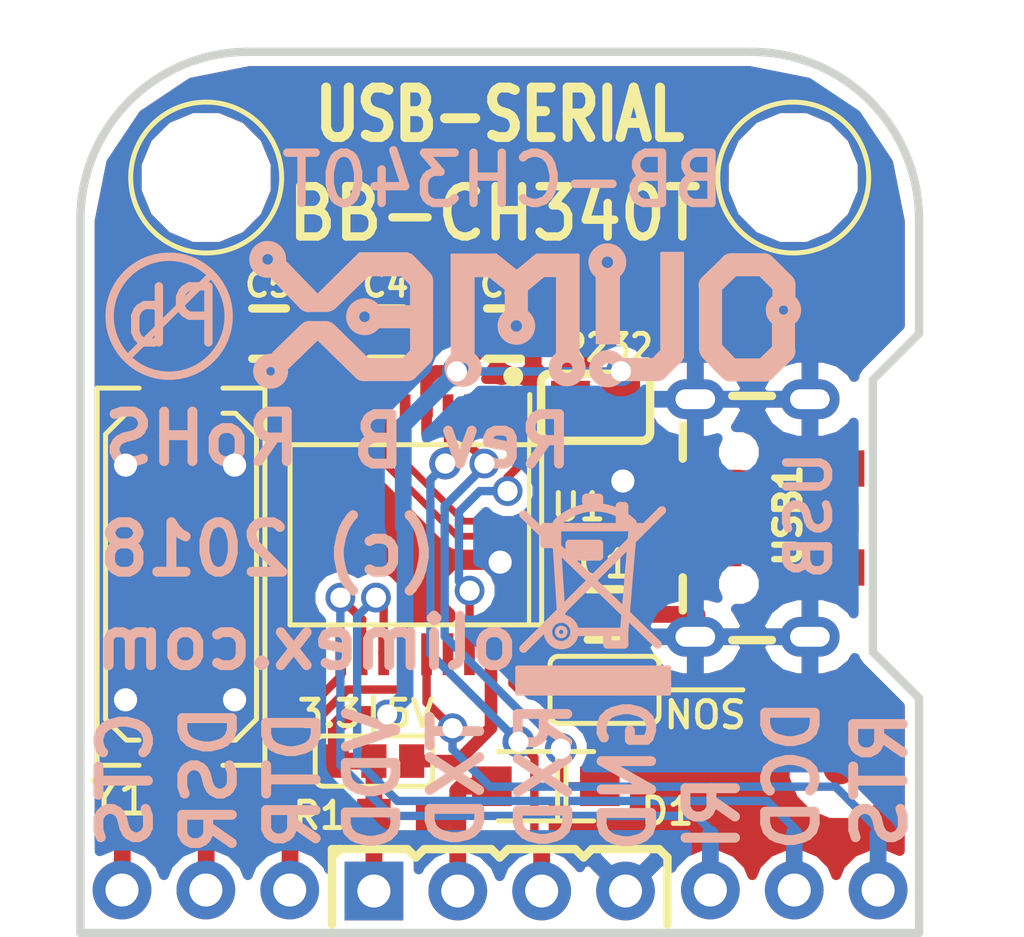
<source format=kicad_pcb>
(kicad_pcb (version 20171114) (host pcbnew "(2017-11-22 revision 78366f8f0)-master")

  (general
    (thickness 1.6)
    (drawings 33)
    (tracks 188)
    (zones 0)
    (modules 29)
    (nets 21)
  )

  (page A4)
  (layers
    (0 F.Cu signal)
    (31 B.Cu signal)
    (32 B.Adhes user)
    (33 F.Adhes user)
    (34 B.Paste user)
    (35 F.Paste user)
    (36 B.SilkS user hide)
    (37 F.SilkS user)
    (38 B.Mask user)
    (39 F.Mask user)
    (40 Dwgs.User user hide)
    (41 Cmts.User user hide)
    (42 Eco1.User user hide)
    (43 Eco2.User user)
    (44 Edge.Cuts user)
    (45 Margin user)
    (46 B.CrtYd user)
    (47 F.CrtYd user)
    (48 B.Fab user hide)
    (49 F.Fab user)
  )

  (setup
    (last_trace_width 0.508)
    (user_trace_width 0.2032)
    (user_trace_width 0.254)
    (user_trace_width 0.381)
    (user_trace_width 0.762)
    (trace_clearance 0.1778)
    (zone_clearance 0.3048)
    (zone_45_only yes)
    (trace_min 0.2)
    (segment_width 0.2)
    (edge_width 0.254)
    (via_size 0.9)
    (via_drill 0.6096)
    (via_min_size 0.4)
    (via_min_drill 0.3)
    (uvia_size 0.3)
    (uvia_drill 0.1)
    (uvias_allowed no)
    (uvia_min_size 0)
    (uvia_min_drill 0)
    (pcb_text_width 0.3)
    (pcb_text_size 1.5 1.5)
    (mod_edge_width 0.15)
    (mod_text_size 1 1)
    (mod_text_width 0.15)
    (pad_size 3.3 3.3)
    (pad_drill 3.3)
    (pad_to_mask_clearance 0.0508)
    (solder_mask_min_width 0.0508)
    (pad_to_paste_clearance -0.0508)
    (aux_axis_origin 149 130)
    (visible_elements FFFFFFFF)
    (pcbplotparams
      (layerselection 0x000f8_7ffffffe)
      (usegerberextensions false)
      (usegerberattributes false)
      (usegerberadvancedattributes false)
      (creategerberjobfile false)
      (excludeedgelayer false)
      (linewidth 0.100000)
      (plotframeref false)
      (viasonmask false)
      (mode 1)
      (useauxorigin false)
      (hpglpennumber 1)
      (hpglpenspeed 20)
      (hpglpendiameter 15)
      (psnegative false)
      (psa4output false)
      (plotreference true)
      (plotvalue false)
      (plotinvisibletext false)
      (padsonsilk false)
      (subtractmaskfromsilk false)
      (outputformat 1)
      (mirror false)
      (drillshape 0)
      (scaleselection 1)
      (outputdirectory ""))
  )

  (net 0 "")
  (net 1 "Net-(C4-Pad1)")
  (net 2 GND)
  (net 3 "Net-(C5-Pad1)")
  (net 4 "Net-(USB1-Pad4)")
  (net 5 /VDD)
  (net 6 /DCD)
  (net 7 /RI)
  (net 8 /NOS)
  (net 9 /TXD)
  (net 10 /TX)
  (net 11 /RXD)
  (net 12 /RTS)
  (net 13 /CTS)
  (net 14 /DTR)
  (net 15 /DSR)
  (net 16 /D_N)
  (net 17 /D_P)
  (net 18 "Net-(SJ2-Pad1)")
  (net 19 "Net-(C1-Pad1)")
  (net 20 "Net-(C3-Pad1)")

  (net_class Default "This is the default net class."
    (clearance 0.1778)
    (trace_width 0.508)
    (via_dia 0.9)
    (via_drill 0.6096)
    (uvia_dia 0.3)
    (uvia_drill 0.1)
    (add_net /CTS)
    (add_net /DCD)
    (add_net /DSR)
    (add_net /DTR)
    (add_net /D_N)
    (add_net /D_P)
    (add_net /NOS)
    (add_net /RI)
    (add_net /RTS)
    (add_net /RXD)
    (add_net /TX)
    (add_net /TXD)
    (add_net /VDD)
    (add_net GND)
    (add_net "Net-(C1-Pad1)")
    (add_net "Net-(C3-Pad1)")
    (add_net "Net-(C4-Pad1)")
    (add_net "Net-(C5-Pad1)")
    (add_net "Net-(SJ2-Pad1)")
    (add_net "Net-(USB1-Pad4)")
  )

  (module OLIMEX_IC-FP:SSOP-20W (layer F.Cu) (tedit 5A3A709F) (tstamp 5A3CB88C)
    (at 159.16 117.935 180)
    (descr "SSOP 20 pins")
    (tags "CMS SSOP SMD")
    (path /55069B04)
    (attr smd)
    (fp_text reference U1 (at -4.924 0.841) (layer F.SilkS)
      (effects (font (size 0.8 0.8) (thickness 0.15)))
    )
    (fp_text value CH340H/T (at 0 3.81 180) (layer F.Fab)
      (effects (font (size 1 1) (thickness 0.15)))
    )
    (fp_line (start -3.81 2.7305) (end -3.81 -2.7305) (layer F.SilkS) (width 0.15))
    (fp_line (start 3.81 -2.7305) (end 3.81 2.7305) (layer F.SilkS) (width 0.15))
    (fp_line (start -3.81 2.7305) (end 3.81 2.7305) (layer F.SilkS) (width 0.15))
    (fp_line (start 3.81 -2.7305) (end -3.81 -2.7305) (layer F.SilkS) (width 0.15))
    (fp_line (start -3.429 -2.7305) (end -3.429 2.7305) (layer F.SilkS) (width 0.127))
    (fp_line (start -3.45 2.75) (end -3.45 4.25) (layer F.SilkS) (width 0.15))
    (pad 20 smd rect (at -2.925 -3.6195 180) (size 0.325 1.27) (layers F.Cu F.Paste F.Mask)
      (net 8 /NOS) (solder_mask_margin 0.0508))
    (pad 19 smd rect (at -2.275 -3.6195 180) (size 0.325 1.27) (layers F.Cu F.Paste F.Mask)
      (net 19 "Net-(C1-Pad1)") (solder_mask_margin 0.0508))
    (pad 18 smd rect (at -1.625 -3.6195 180) (size 0.325 1.27) (layers F.Cu F.Paste F.Mask)
      (net 18 "Net-(SJ2-Pad1)") (solder_mask_margin 0.0508))
    (pad 17 smd rect (at -0.975 -3.6195 180) (size 0.325 1.27) (layers F.Cu F.Paste F.Mask)
      (solder_mask_margin 0.0508))
    (pad 16 smd rect (at -0.325 -3.6195 180) (size 0.325 1.27) (layers F.Cu F.Paste F.Mask)
      (net 12 /RTS) (solder_mask_margin 0.0508))
    (pad 15 smd rect (at 0.325 -3.6195 180) (size 0.325 1.27) (layers F.Cu F.Paste F.Mask)
      (net 14 /DTR) (solder_mask_margin 0.0508))
    (pad 14 smd rect (at 0.975 -3.6195 180) (size 0.325 1.27) (layers F.Cu F.Paste F.Mask)
      (net 6 /DCD) (solder_mask_margin 0.0508))
    (pad 13 smd rect (at 1.625 -3.6195 180) (size 0.325 1.27) (layers F.Cu F.Paste F.Mask)
      (net 7 /RI) (solder_mask_margin 0.0508))
    (pad 12 smd rect (at 2.275 -3.6195 180) (size 0.325 1.27) (layers F.Cu F.Paste F.Mask)
      (net 15 /DSR) (solder_mask_margin 0.0508))
    (pad 11 smd rect (at 2.925 -3.6195 180) (size 0.325 1.27) (layers F.Cu F.Paste F.Mask)
      (net 13 /CTS) (solder_mask_margin 0.0508))
    (pad 10 smd rect (at 2.925 3.6195 180) (size 0.325 1.27) (layers F.Cu F.Paste F.Mask)
      (net 3 "Net-(C5-Pad1)") (solder_mask_margin 0.0508))
    (pad 9 smd rect (at 2.275 3.6195 180) (size 0.325 1.27) (layers F.Cu F.Paste F.Mask)
      (net 1 "Net-(C4-Pad1)") (solder_mask_margin 0.0508))
    (pad 8 smd rect (at 1.625 3.6195 180) (size 0.325 1.27) (layers F.Cu F.Paste F.Mask)
      (net 2 GND) (solder_mask_margin 0.0508))
    (pad 7 smd rect (at 0.975 3.6195 180) (size 0.325 1.27) (layers F.Cu F.Paste F.Mask)
      (net 16 /D_N) (solder_mask_margin 0.0508))
    (pad 6 smd rect (at 0.325 3.6195 180) (size 0.325 1.27) (layers F.Cu F.Paste F.Mask)
      (net 17 /D_P) (solder_mask_margin 0.0508))
    (pad 5 smd rect (at -0.325 3.6195 180) (size 0.325 1.27) (layers F.Cu F.Paste F.Mask)
      (net 20 "Net-(C3-Pad1)") (solder_mask_margin 0.0508))
    (pad 4 smd rect (at -0.975 3.6195 180) (size 0.325 1.27) (layers F.Cu F.Paste F.Mask)
      (net 11 /RXD) (solder_mask_margin 0.0508))
    (pad 3 smd rect (at -1.625 3.6195 180) (size 0.325 1.27) (layers F.Cu F.Paste F.Mask)
      (net 10 /TX) (solder_mask_margin 0.0508))
    (pad 2 smd rect (at -2.275 3.6195 180) (size 0.325 1.27) (layers F.Cu F.Paste F.Mask)
      (solder_mask_margin 0.0508))
    (pad 1 smd rect (at -2.925 3.6195 180) (size 0.325 1.27) (layers F.Cu F.Paste F.Mask)
      (solder_mask_margin 0.0508))
    (pad "" smd circle (at -2.95 4.8 180) (size 0.6 0.6) (layers F.SilkS))
    (model SMD_Packages.3dshapes/SSOP-20.wrl
      (at (xyz 0 0 0))
      (scale (xyz 0.255 0.33 0.3))
      (rotate (xyz 0 0 0))
    )
  )

  (module OLIMEX_Other-FP:via_09_07 (layer F.Cu) (tedit 5A3A52E4) (tstamp 5A3B56CB)
    (at 161.71418 118.76532)
    (attr virtual)
    (fp_text reference Ref** (at 0 0.5) (layer F.Fab) hide
      (effects (font (size 1 1) (thickness 0.15)))
    )
    (fp_text value Val** (at 0 -0.7874) (layer F.Fab)
      (effects (font (size 1 1) (thickness 0.15)))
    )
    (pad 0 thru_hole circle (at 0 0) (size 0.9 0.9) (drill 0.7) (layers *.Cu)
      (net 2 GND) (zone_connect 2))
  )

  (module OLIMEX_RLC-FP:R_0603_5MIL_DWS (layer F.Cu) (tedit 5A3A6415) (tstamp 5A3CB88B)
    (at 158.779 126.444)
    (descr "Resistor SMD 0603, reflow soldering, Vishay (see dcrcw.pdf)")
    (tags "resistor 0603")
    (path /55937607)
    (attr smd)
    (fp_text reference R1 (at -2.54 0) (layer F.SilkS)
      (effects (font (size 0.8 0.8) (thickness 0.15)))
    )
    (fp_text value 1K (at -2.413 1.778) (layer F.Fab)
      (effects (font (size 1.27 1.27) (thickness 0.254)))
    )
    (fp_line (start 0.762 -0.381) (end 0 -0.381) (layer F.Fab) (width 0.127))
    (fp_line (start 0.762 0.381) (end 0.762 -0.381) (layer F.Fab) (width 0.127))
    (fp_line (start -0.762 0.381) (end 0.762 0.381) (layer F.Fab) (width 0.127))
    (fp_line (start -0.762 -0.381) (end -0.762 0.381) (layer F.Fab) (width 0.127))
    (fp_line (start 0 -0.381) (end -0.762 -0.381) (layer F.Fab) (width 0.127))
    (fp_line (start 0.508 -0.762) (end 1.651 -0.762) (layer F.CrtYd) (width 0.254))
    (fp_line (start 1.651 -0.762) (end 1.651 0.762) (layer F.CrtYd) (width 0.254))
    (fp_line (start 1.651 0.762) (end 0.508 0.762) (layer F.CrtYd) (width 0.254))
    (fp_line (start -0.508 -0.762) (end -1.651 -0.762) (layer F.CrtYd) (width 0.254))
    (fp_line (start -1.651 -0.762) (end -1.651 0.762) (layer F.CrtYd) (width 0.254))
    (fp_line (start -1.651 0.762) (end -0.508 0.762) (layer F.CrtYd) (width 0.254))
    (pad 1 smd rect (at -0.889 0) (size 1.016 1.016) (layers F.Cu F.Paste F.Mask)
      (net 5 /VDD) (solder_mask_margin 0.0508))
    (pad 2 smd rect (at 0.889 0) (size 1.016 1.016) (layers F.Cu F.Paste F.Mask)
      (net 9 /TXD) (solder_mask_margin 0.0508))
    (model Resistors_SMD/R_0603.wrl
      (at (xyz 0 0 0))
      (scale (xyz 1 1 1))
      (rotate (xyz 0 0 0))
    )
  )

  (module OLIMEX_LOGOs-FP:LOGO_RECYCLEBIN_1 (layer B.Cu) (tedit 552CE91B) (tstamp 5A3B5201)
    (at 166.8653 122.7836 180)
    (fp_text reference "" (at 2.11 7.12 180) (layer B.Fab) hide
      (effects (font (size 1 1) (thickness 0.15)) (justify mirror))
    )
    (fp_text value "" (at 2.85 -1.56 180) (layer B.Fab) hide
      (effects (font (size 1 1) (thickness 0.15)) (justify mirror))
    )
    (fp_line (start 4.62 0.812) (end 4.62 0.05) (layer B.SilkS) (width 0.15))
    (fp_line (start 0.048 0.812) (end 4.62 0.812) (layer B.SilkS) (width 0.15))
    (fp_line (start 0.048 0.05) (end 0.048 0.812) (layer B.SilkS) (width 0.15))
    (fp_line (start 4.62 0.05) (end 0.048 0.05) (layer B.SilkS) (width 0.15))
    (fp_line (start 4.5692 0.7612) (end 0.1496 0.7612) (layer B.SilkS) (width 0.15))
    (fp_line (start 0.0988 0.6596) (end 4.5692 0.6596) (layer B.SilkS) (width 0.15))
    (fp_line (start 4.5692 0.5072) (end 0.1496 0.5072) (layer B.SilkS) (width 0.15))
    (fp_line (start 4.5692 0.3548) (end 0.1496 0.3548) (layer B.SilkS) (width 0.15))
    (fp_line (start 0.0988 0.6088) (end 4.5184 0.6088) (layer B.SilkS) (width 0.15))
    (fp_line (start 0.0988 0.4564) (end 4.5692 0.4564) (layer B.SilkS) (width 0.15))
    (fp_line (start 4.5184 0.2532) (end 0.1496 0.2532) (layer B.SilkS) (width 0.15))
    (fp_line (start 0.0988 0.1516) (end 4.5184 0.1516) (layer B.SilkS) (width 0.15))
    (fp_line (start 0.254 5.588) (end 4.445 1.397) (layer B.SilkS) (width 0.254))
    (fp_line (start 0.381 1.524) (end 4.445 5.461) (layer B.SilkS) (width 0.254))
    (fp_line (start 1.397 1.905) (end 2.794 1.905) (layer B.SilkS) (width 0.254))
    (fp_line (start 1.397 1.905) (end 1.143 4.953) (layer B.SilkS) (width 0.254))
    (fp_line (start 0.889 5.08) (end 3.81 5.08) (layer B.SilkS) (width 0.254))
    (fp_line (start 1.905 1.524) (end 1.905 1.778) (layer B.SilkS) (width 0.254))
    (fp_line (start 1.397 1.524) (end 1.905 1.524) (layer B.SilkS) (width 0.254))
    (fp_line (start 1.397 1.905) (end 1.397 1.524) (layer B.SilkS) (width 0.254))
    (fp_line (start 3.302 2.413) (end 3.429 4.445) (layer B.SilkS) (width 0.254))
    (fp_circle (center 3.302 1.905) (end 3.683 2.032) (layer B.SilkS) (width 0.254))
    (fp_line (start 1.524 5.715) (end 1.524 5.207) (layer B.SilkS) (width 0.254))
    (fp_line (start 1.397 5.715) (end 1.524 5.715) (layer B.SilkS) (width 0.254))
    (fp_line (start 1.397 5.207) (end 1.397 5.715) (layer B.SilkS) (width 0.254))
    (fp_line (start 3.81 4.572) (end 3.81 5.08) (layer B.SilkS) (width 0.254))
    (fp_line (start 3.429 4.572) (end 3.81 4.572) (layer B.SilkS) (width 0.254))
    (fp_line (start 3.429 5.08) (end 3.429 4.572) (layer B.SilkS) (width 0.254))
    (fp_line (start 3.556 4.953) (end 3.556 4.826) (layer B.SilkS) (width 0.254))
    (fp_line (start 3.556 5.08) (end 3.683 4.699) (layer B.SilkS) (width 0.254))
    (fp_line (start 3.556 4.953) (end 3.556 4.826) (layer B.SilkS) (width 0.254))
    (fp_line (start 3.683 4.953) (end 3.683 4.572) (layer B.SilkS) (width 0.254))
    (fp_line (start 3.556 4.953) (end 3.683 4.953) (layer B.SilkS) (width 0.254))
    (fp_line (start 3.556 4.572) (end 3.556 4.953) (layer B.SilkS) (width 0.254))
    (fp_line (start 2.159 4.191) (end 2.159 4.572) (layer B.SilkS) (width 0.254))
    (fp_line (start 3.048 4.191) (end 2.159 4.191) (layer B.SilkS) (width 0.254))
    (fp_line (start 3.048 4.572) (end 3.048 4.191) (layer B.SilkS) (width 0.254))
    (fp_line (start 2.159 4.572) (end 3.048 4.572) (layer B.SilkS) (width 0.254))
    (fp_line (start 2.286 4.445) (end 2.921 4.445) (layer B.SilkS) (width 0.254))
    (fp_line (start 2.54 5.969) (end 2.159 5.969) (layer B.SilkS) (width 0.254))
    (fp_line (start 2.54 5.842) (end 2.54 5.969) (layer B.SilkS) (width 0.254))
    (fp_line (start 2.159 5.842) (end 2.54 5.842) (layer B.SilkS) (width 0.254))
    (fp_line (start 2.159 5.969) (end 2.159 5.842) (layer B.SilkS) (width 0.254))
    (fp_arc (start 2.286 4.064) (end 1.143 5.207) (angle -90) (layer B.SilkS) (width 0.254))
    (fp_circle (center 3.302 1.905) (end 3.429 1.905) (layer B.SilkS) (width 0.127))
  )

  (module OLIMEX_Other-FP:via_09_07 (layer F.Cu) (tedit 5A3A52E4) (tstamp 5A3B4CE7)
    (at 165.4302 116.3066)
    (attr virtual)
    (fp_text reference Ref** (at 0 0.5) (layer F.Fab) hide
      (effects (font (size 1 1) (thickness 0.15)))
    )
    (fp_text value Val** (at 0 -0.7874) (layer F.Fab)
      (effects (font (size 1 1) (thickness 0.15)))
    )
    (pad 0 thru_hole circle (at 0 0) (size 0.9 0.9) (drill 0.7) (layers *.Cu)
      (net 2 GND) (zone_connect 2))
  )

  (module OLIMEX_Connectors-FP:HN1x3 (layer F.Cu) (tedit 5A3A60C2) (tstamp 5A3B468C)
    (at 170.62 128.7)
    (path /5A3A5DD6)
    (solder_mask_margin 0.0508)
    (solder_paste_margin -0.0508)
    (attr smd)
    (fp_text reference CON2 (at -1.651 2.413) (layer F.SilkS) hide
      (effects (font (size 1.27 1.27) (thickness 0.254)))
    )
    (fp_text value n.a (at -0.762 -2.286) (layer F.Fab)
      (effects (font (size 1.27 1.27) (thickness 0.254)))
    )
    (pad 1 thru_hole circle (at -2.54 0) (size 1.778 1.778) (drill 1) (layers *.Cu *.Mask)
      (net 7 /RI))
    (pad 2 thru_hole circle (at 0 0) (size 1.778 1.778) (drill 1) (layers *.Cu *.Mask)
      (net 6 /DCD))
    (pad 3 thru_hole circle (at 2.54 0) (size 1.778 1.778) (drill 1) (layers *.Cu *.Mask)
      (net 12 /RTS))
  )

  (module OLIMEX_Connectors-FP:HN1x3 (layer F.Cu) (tedit 5A3A60BD) (tstamp 5A3B4654)
    (at 152.8 128.7)
    (path /5A3A5E84)
    (solder_mask_margin 0.0508)
    (solder_paste_margin -0.0508)
    (attr smd)
    (fp_text reference CON1 (at -1.651 2.413) (layer F.SilkS) hide
      (effects (font (size 1.27 1.27) (thickness 0.254)))
    )
    (fp_text value n.a (at -0.762 -2.286) (layer F.Fab)
      (effects (font (size 1.27 1.27) (thickness 0.254)))
    )
    (pad 3 thru_hole circle (at 2.54 0) (size 1.778 1.778) (drill 1) (layers *.Cu *.Mask)
      (net 14 /DTR))
    (pad 2 thru_hole circle (at 0 0) (size 1.778 1.778) (drill 1) (layers *.Cu *.Mask)
      (net 15 /DSR))
    (pad 1 thru_hole circle (at -2.54 0) (size 1.778 1.778) (drill 1) (layers *.Cu *.Mask)
      (net 13 /CTS))
  )

  (module OLIMEX_Other-FP:via_09_07 (layer F.Cu) (tedit 5A3A52E4) (tstamp 5A3A5DFD)
    (at 150.368 115.824)
    (attr virtual)
    (fp_text reference Ref** (at 0 0.5) (layer F.Fab) hide
      (effects (font (size 1 1) (thickness 0.15)))
    )
    (fp_text value Val** (at 0 -0.7874) (layer F.Fab)
      (effects (font (size 1 1) (thickness 0.15)))
    )
    (pad 0 thru_hole circle (at 0 0) (size 0.9 0.9) (drill 0.7) (layers *.Cu)
      (net 2 GND) (zone_connect 2))
  )

  (module OLIMEX_Other-FP:via_09_07 (layer F.Cu) (tedit 5A3A52E4) (tstamp 5A3A5DF5)
    (at 150.368 122.936)
    (attr virtual)
    (fp_text reference Ref** (at 0 0.5) (layer F.Fab) hide
      (effects (font (size 1 1) (thickness 0.15)))
    )
    (fp_text value Val** (at 0 -0.7874) (layer F.Fab)
      (effects (font (size 1 1) (thickness 0.15)))
    )
    (pad 0 thru_hole circle (at 0 0) (size 0.9 0.9) (drill 0.7) (layers *.Cu)
      (net 2 GND) (zone_connect 2))
  )

  (module OLIMEX_Other-FP:via_09_07 (layer F.Cu) (tedit 5A3A52E4) (tstamp 5A3A5DE5)
    (at 153.67 122.936)
    (attr virtual)
    (fp_text reference Ref** (at 0 0.5) (layer F.Fab) hide
      (effects (font (size 1 1) (thickness 0.15)))
    )
    (fp_text value Val** (at 0 -0.7874) (layer F.Fab)
      (effects (font (size 1 1) (thickness 0.15)))
    )
    (pad 0 thru_hole circle (at 0 0) (size 0.9 0.9) (drill 0.7) (layers *.Cu)
      (net 2 GND) (zone_connect 2))
  )

  (module OLIMEX_Other-FP:via_09_07 (layer F.Cu) (tedit 5A3A52E4) (tstamp 5A3A5DDD)
    (at 153.67 115.824)
    (attr virtual)
    (fp_text reference Ref** (at 0 0.5) (layer F.Fab) hide
      (effects (font (size 1 1) (thickness 0.15)))
    )
    (fp_text value Val** (at 0 -0.7874) (layer F.Fab)
      (effects (font (size 1 1) (thickness 0.15)))
    )
    (pad 0 thru_hole circle (at 0 0) (size 0.9 0.9) (drill 0.7) (layers *.Cu)
      (net 2 GND) (zone_connect 2))
  )

  (module OLIMEX_Connectors-FP:HN1x4 (layer F.Cu) (tedit 5A3A51BC) (tstamp 5A3CB854)
    (at 161.7 128.73)
    (path /55069FB8)
    (solder_mask_margin 0.0508)
    (solder_paste_margin -0.0508)
    (attr smd)
    (fp_text reference POUT1 (at -4.445 3.175) (layer F.SilkS) hide
      (effects (font (size 1.27 1.27) (thickness 0.254)))
    )
    (fp_text value HR1X4 (at -2.032 -2.286) (layer F.Fab)
      (effects (font (size 1.27 1.27) (thickness 0.254)))
    )
    (fp_line (start -5.08 -1.27) (end -4.826 -1.27) (layer F.SilkS) (width 0.254))
    (fp_line (start -4.826 -1.27) (end -2.794 -1.27) (layer F.SilkS) (width 0.254))
    (fp_line (start -2.794 -1.27) (end -2.54 -1.016) (layer F.SilkS) (width 0.254))
    (fp_line (start -2.54 -1.016) (end -2.286 -1.27) (layer F.SilkS) (width 0.254))
    (fp_line (start -2.286 -1.27) (end -0.254 -1.27) (layer F.SilkS) (width 0.254))
    (fp_line (start -0.254 -1.27) (end 0 -1.016) (layer F.SilkS) (width 0.254))
    (fp_line (start 0 -1.016) (end 0.254 -1.27) (layer F.SilkS) (width 0.254))
    (fp_line (start 0.254 -1.27) (end 2.286 -1.27) (layer F.SilkS) (width 0.254))
    (fp_line (start 2.286 -1.27) (end 2.54 -1.016) (layer F.SilkS) (width 0.254))
    (fp_line (start 2.54 -1.016) (end 2.794 -1.27) (layer F.SilkS) (width 0.254))
    (fp_line (start 2.794 -1.27) (end 4.826 -1.27) (layer F.SilkS) (width 0.254))
    (fp_line (start 4.826 -1.27) (end 5.08 -1.016) (layer F.SilkS) (width 0.254))
    (fp_line (start 5.08 -1.016) (end 5.08 1.016) (layer F.SilkS) (width 0.254))
    (fp_line (start -5.08 -1.016) (end -4.826 -1.27) (layer F.SilkS) (width 0.254))
    (fp_line (start -5.08 -1.27) (end -5.08 1.016) (layer F.SilkS) (width 0.254))
    (pad 1 thru_hole rect (at -3.81 0) (size 1.778 1.778) (drill 1) (layers *.Cu *.Mask)
      (net 5 /VDD))
    (pad 2 thru_hole circle (at -1.27 0) (size 1.778 1.778) (drill 1) (layers *.Cu *.Mask)
      (net 9 /TXD))
    (pad 3 thru_hole circle (at 1.27 0) (size 1.778 1.778) (drill 1) (layers *.Cu *.Mask)
      (net 11 /RXD))
    (pad 4 thru_hole circle (at 3.81 0) (size 1.778 1.778) (drill 1) (layers *.Cu *.Mask)
      (net 2 GND))
  )

  (module OLIMEX_Jumpers-FP:SJ_2_SMALL_12_TIED (layer F.Cu) (tedit 5A3B58F0) (tstamp 5A3CB7A6)
    (at 157.89 124.793)
    (path /5507CA9B)
    (attr smd)
    (fp_text reference JP1 (at 0 6.985) (layer F.SilkS) hide
      (effects (font (size 1 1) (thickness 0.25)))
    )
    (fp_text value 3.3-5V (at -0.2032 1.4732) (layer F.Fab)
      (effects (font (size 0.5 0.5) (thickness 0.125)))
    )
    (fp_line (start 1.524 0.762) (end -1.524 0.762) (layer F.SilkS) (width 0.15))
    (fp_line (start 1.778 0.508) (end 1.778 -0.508) (layer F.SilkS) (width 0.15))
    (fp_line (start -1.778 0.508) (end -1.778 -0.508) (layer F.SilkS) (width 0.15))
    (fp_line (start -1.524 -0.762) (end 1.524 -0.762) (layer F.SilkS) (width 0.15))
    (fp_line (start -0.5715 -0.48514) (end -0.5715 0.48514) (layer Dwgs.User) (width 0.254))
    (fp_line (start 0.5715 -0.48514) (end 0.5715 0.48514) (layer Dwgs.User) (width 0.254))
    (fp_line (start -1.143 0) (end 0 0) (layer F.Cu) (width 0.508))
    (fp_arc (start 1.524 -0.508) (end 1.524 -0.762) (angle 90) (layer F.SilkS) (width 0.15))
    (fp_arc (start -1.524 -0.508) (end -1.778 -0.508) (angle 90) (layer F.SilkS) (width 0.15))
    (fp_arc (start -1.524 0.508) (end -1.524 0.762) (angle 90) (layer F.SilkS) (width 0.15))
    (fp_arc (start 1.524 0.508) (end 1.778 0.508) (angle 90) (layer F.SilkS) (width 0.15))
    (pad 1 smd rect (at -1.143 0) (size 0.762 1.016) (layers F.Cu F.Mask)
      (net 20 "Net-(C3-Pad1)") (solder_mask_margin 0.0508) (solder_paste_margin -0.0508) (clearance 0.0508))
    (pad 2 smd rect (at 0 0) (size 0.762 1.016) (layers F.Cu F.Mask)
      (net 5 /VDD) (solder_mask_margin 0.0508) (solder_paste_margin -0.0508) (clearance 0.0508))
    (pad 3 smd rect (at 1.143 0) (size 0.762 1.016) (layers F.Cu F.Mask)
      (net 19 "Net-(C1-Pad1)") (solder_mask_margin 0.0508) (solder_paste_margin -0.0508) (clearance 0.0508))
  )

  (module OLIMEX_Jumpers-FP:SJ (layer F.Cu) (tedit 5A3A420E) (tstamp 5A3D307A)
    (at 164.875 122.634)
    (descr "SOLDER JUMPER")
    (tags "SOLDER JUMPER")
    (path /5A3FF216)
    (attr smd)
    (fp_text reference SJ1 (at 0 -1.905) (layer F.SilkS) hide
      (effects (font (size 0.8 0.8) (thickness 0.15)))
    )
    (fp_text value "#NOS" (at -0.127 1.397) (layer F.Fab)
      (effects (font (size 0.127 0.127) (thickness 0.02)))
    )
    (fp_line (start 0.7366 0.508) (end 0.7366 -0.508) (layer Dwgs.User) (width 0.254))
    (fp_line (start 0.5588 -0.6604) (end 0.5588 0.6604) (layer Dwgs.User) (width 0.254))
    (fp_line (start 0.3556 0.6604) (end 0.6604 0.6604) (layer Dwgs.User) (width 0.254))
    (fp_line (start 0.3556 -0.6604) (end 0.6604 -0.6604) (layer Dwgs.User) (width 0.254))
    (fp_line (start 0.3556 -0.6604) (end 0.3556 0.6604) (layer Dwgs.User) (width 0.254))
    (fp_line (start -0.3556 0.6604) (end -0.6604 0.6604) (layer Dwgs.User) (width 0.254))
    (fp_line (start -0.3556 -0.6604) (end -0.3556 0.6604) (layer Dwgs.User) (width 0.254))
    (fp_line (start -0.6604 -0.6604) (end -0.3556 -0.6604) (layer Dwgs.User) (width 0.254))
    (fp_line (start -0.5588 0.6604) (end -0.5588 -0.6604) (layer Dwgs.User) (width 0.254))
    (fp_line (start -0.7112 0.5588) (end -0.7112 -0.4572) (layer Dwgs.User) (width 0.254))
    (fp_line (start -0.7112 0.5588) (end -0.7112 -0.4572) (layer Dwgs.User) (width 0.254))
    (fp_line (start -0.5588 0.6604) (end -0.5588 -0.6604) (layer Dwgs.User) (width 0.254))
    (fp_line (start -0.6604 -0.6604) (end -0.3556 -0.6604) (layer Dwgs.User) (width 0.254))
    (fp_line (start -0.3556 -0.6604) (end -0.3556 0.6604) (layer Dwgs.User) (width 0.254))
    (fp_line (start -0.3556 0.6604) (end -0.6604 0.6604) (layer Dwgs.User) (width 0.254))
    (fp_arc (start 0 0) (end 0.6604 -0.6604) (angle 90) (layer Dwgs.User) (width 0.254))
    (fp_arc (start 0 0) (end -0.6604 0.6604) (angle 90) (layer Dwgs.User) (width 0.254))
    (fp_line (start 1.397 1.016) (end -1.397 1.016) (layer F.SilkS) (width 0.15))
    (fp_line (start 1.651 0.762) (end 1.651 -0.762) (layer F.SilkS) (width 0.15))
    (fp_line (start -1.651 0.762) (end -1.651 -0.762) (layer F.SilkS) (width 0.15))
    (fp_line (start -1.397 -1.016) (end 1.397 -1.016) (layer F.SilkS) (width 0.15))
    (fp_line (start 1.016 0) (end 1.524 0) (layer Dwgs.User) (width 0.254))
    (fp_line (start -1.016 0) (end -1.524 0) (layer Dwgs.User) (width 0.254))
    (fp_line (start 0 -0.889) (end 0 0.889) (layer Dwgs.User) (width 0.254))
    (fp_arc (start 1.397 -0.762) (end 1.397 -1.016) (angle 90) (layer F.SilkS) (width 0.15))
    (fp_arc (start -1.397 -0.762) (end -1.651 -0.762) (angle 90) (layer F.SilkS) (width 0.15))
    (fp_arc (start -1.397 0.762) (end -1.397 1.016) (angle 90) (layer F.SilkS) (width 0.15))
    (fp_arc (start 1.397 0.762) (end 1.651 0.762) (angle 90) (layer F.SilkS) (width 0.15))
    (pad 1 smd rect (at -0.762 0) (size 1.1684 1.6002) (layers F.Cu F.Mask)
      (net 8 /NOS) (solder_mask_margin 0.0508) (solder_paste_margin -0.0508) (clearance 0.0508))
    (pad 1 smd rect (at -0.762 0) (size 1.1684 1.6002) (layers F.Cu F.Mask)
      (net 8 /NOS) (solder_mask_margin 0.0508) (solder_paste_margin -0.0508))
    (pad 2 smd rect (at 0.762 0) (size 1.1684 1.6002) (layers F.Cu F.Mask)
      (net 2 GND) (solder_mask_margin 0.0508) (solder_paste_margin -0.0508) (clearance 0.0508))
  )

  (module OLIMEX_Connectors-FP:USB-MICRO_MISB-SWMM-5B_LF (layer F.Cu) (tedit 5A3A4026) (tstamp 5A3CB8A9)
    (at 170.844 117.427)
    (path /5506AA9A)
    (attr smd)
    (fp_text reference USB1 (at -0.41 -0.079 90) (layer F.SilkS)
      (effects (font (size 0.762 0.762) (thickness 0.1905)))
    )
    (fp_text value USB-uicro-B (at 0 6.75) (layer F.Fab)
      (effects (font (size 1.27 1.27) (thickness 0.254)))
    )
    (fp_line (start -2.1 3.7) (end -0.9 3.7) (layer F.SilkS) (width 0.254))
    (fp_line (start -3.6 1.8) (end -3.6 2.8) (layer F.SilkS) (width 0.254))
    (fp_line (start -3.6 -2.8) (end -3.6 -1.8) (layer F.SilkS) (width 0.254))
    (fp_line (start -2.1 -3.7) (end -0.9 -3.7) (layer F.SilkS) (width 0.254))
    (fp_text user GND (at -0.9 -1.6) (layer F.Fab)
      (effects (font (size 0.508 0.508) (thickness 0.127)))
    )
    (fp_text user ID (at -1.25 -0.75) (layer F.Fab)
      (effects (font (size 0.508 0.508) (thickness 0.127)))
    )
    (fp_text user D+ (at -1 0) (layer F.Fab)
      (effects (font (size 0.508 0.508) (thickness 0.127)))
    )
    (fp_text user D- (at -1 0.75) (layer F.Fab)
      (effects (font (size 0.508 0.508) (thickness 0.127)))
    )
    (fp_text user VBUS (at -0.5 1.5) (layer F.Fab)
      (effects (font (size 0.508 0.508) (thickness 0.127)))
    )
    (fp_line (start 3.5 -3.7) (end -3.6 3.7) (layer F.Fab) (width 0.127))
    (fp_line (start 3.5 3.7) (end -3.6 -3.7) (layer F.Fab) (width 0.127))
    (fp_line (start -3.62 3.7) (end -3.62 -3.7) (layer F.Fab) (width 0.15))
    (fp_line (start -3.62 -3.7) (end 3.5 -3.7) (layer F.Fab) (width 0.15))
    (fp_line (start 3.5 -3.7) (end 3.5 3.7) (layer F.Fab) (width 0.15))
    (fp_line (start 3.5 3.7) (end -3.62 3.7) (layer F.Fab) (width 0.15))
    (fp_text user "pcb edge" (at 2.1 0 90) (layer F.Fab)
      (effects (font (size 0.3 0.3) (thickness 0.075)))
    )
    (fp_line (start 2.4 3.7) (end 2.4 -3.7) (layer F.Fab) (width 0.15))
    (pad 1 smd rect (at -2.9 1.3 90) (size 0.325 2.15) (layers F.Cu F.Paste F.Mask)
      (net 19 "Net-(C1-Pad1)") (solder_mask_margin 0.05))
    (pad 2 smd rect (at -2.9 0.65 90) (size 0.325 2.15) (layers F.Cu F.Paste F.Mask)
      (net 16 /D_N) (solder_mask_margin 0.05))
    (pad 3 smd rect (at -2.9 0 90) (size 0.325 2.15) (layers F.Cu F.Paste F.Mask)
      (net 17 /D_P) (solder_mask_margin 0.05))
    (pad 4 smd rect (at -2.9 -0.65 90) (size 0.325 2.15) (layers F.Cu F.Paste F.Mask)
      (net 4 "Net-(USB1-Pad4)") (solder_mask_margin 0.05))
    (pad 5 smd rect (at -2.9 -1.3 90) (size 0.325 2.15) (layers F.Cu F.Paste F.Mask)
      (net 2 GND) (solder_mask_margin 0.05))
    (pad "" np_thru_hole circle (at -1.9 2 90) (size 0.6 0.6) (drill 0.6) (layers *.Cu *.Mask)
      (solder_mask_margin 0.05))
    (pad "" np_thru_hole circle (at -1.9 -2 90) (size 0.6 0.6) (drill 0.6) (layers *.Cu *.Mask)
      (solder_mask_margin 0.05))
    (pad 0 smd rect (at 1.4 1.5 90) (size 1.1 1) (layers F.Cu F.Paste F.Mask)
      (net 2 GND) (solder_mask_margin 0.05))
    (pad 0 smd rect (at 1.4 -1.5 90) (size 1.1 1) (layers F.Cu F.Paste F.Mask)
      (net 2 GND) (solder_mask_margin 0.05))
    (pad 0 thru_hole oval (at 0.25 3.6 90) (size 1.2 1.8) (drill oval 0.6 1.2) (layers *.Cu *.Mask)
      (net 2 GND))
    (pad 0 thru_hole oval (at -3.22 3.6 90) (size 1.2 1.8) (drill oval 0.6 1.2) (layers *.Cu *.Mask)
      (net 2 GND))
    (pad 0 thru_hole oval (at -3.22 -3.6 90) (size 1.2 1.8) (drill oval 0.6 1.2) (layers *.Cu *.Mask)
      (net 2 GND))
    (pad 0 thru_hole oval (at 0.25 -3.6 90) (size 1.2 1.8) (drill oval 0.6 1.2) (layers *.Cu *.Mask)
      (net 2 GND))
  )

  (module Fiducial1x3 (layer F.Cu) (tedit 5540B87D) (tstamp 553F814B)
    (at 151 119)
    (fp_text reference "" (at 0 3) (layer F.SilkS)
      (effects (font (size 1 1) (thickness 0.15)))
    )
    (fp_text value Fiducial1x3 (at 0 -3) (layer F.Fab)
      (effects (font (size 1 1) (thickness 0.15)))
    )
    (fp_circle (center 0 0) (end 1.5 0) (layer Dwgs.User) (width 0.254))
    (pad Fid1 connect circle (at 0 0) (size 1 1) (layers F.Cu F.Mask)
      (solder_mask_margin 0.9652) (clearance 1.016) (zone_connect 0))
  )

  (module Connect:1pin (layer F.Cu) (tedit 5A3B722E) (tstamp 5506CFF1)
    (at 152.81 107.11)
    (descr "module 1 pin (ou trou mecanique de percage)")
    (tags DEV)
    (fp_text reference "" (at 0 -3.048) (layer F.SilkS) hide
      (effects (font (size 1 1) (thickness 0.15)))
    )
    (fp_text value 1pin (at 0 2.794) (layer F.Fab)
      (effects (font (size 1 1) (thickness 0.15)))
    )
    (fp_circle (center 0 0) (end 0 -2.286) (layer F.SilkS) (width 0.15))
    (pad "" np_thru_hole circle (at 0 0) (size 3.3 3.3) (drill 3.3) (layers *.Cu *.Mask))
  )

  (module Connect:1pin (layer F.Cu) (tedit 5A3B7234) (tstamp 5506CFFA)
    (at 170.59 107.11)
    (descr "module 1 pin (ou trou mecanique de percage)")
    (tags DEV)
    (fp_text reference "" (at 0 -3.048) (layer F.SilkS) hide
      (effects (font (size 1 1) (thickness 0.15)))
    )
    (fp_text value 1pin (at 0 2.794) (layer F.Fab)
      (effects (font (size 1 1) (thickness 0.15)))
    )
    (fp_circle (center 0 0) (end 0 -2.286) (layer F.SilkS) (width 0.15))
    (pad "" np_thru_hole circle (at 0 0) (size 3.3 3.3) (drill 3.3) (layers *.Cu *.Mask))
  )

  (module OLIMEX_LOGOs-FP:OLIMEX_LOGO_TB (layer B.Cu) (tedit 5540B371) (tstamp 5540E702)
    (at 162.306 111.252 180)
    (fp_text reference "" (at -2.4003 3.0607 180) (layer B.SilkS) hide
      (effects (font (size 1 1) (thickness 0.15)) (justify mirror))
    )
    (fp_text value OLIMEX_LOGO_TB (at -1.6637 -3.7084 180) (layer B.Fab) hide
      (effects (font (size 1 1) (thickness 0.15)) (justify mirror))
    )
    (fp_line (start 3.4163 1.8288) (end 4.7879 1.8288) (layer B.SilkS) (width 0.1))
    (fp_line (start 4.7879 1.8288) (end 4.8387 1.8288) (layer B.SilkS) (width 0.1))
    (fp_line (start 4.8387 1.8288) (end 6.096 0.5842) (layer B.SilkS) (width 0.1))
    (fp_line (start 1.8923 1.7145) (end 1.9939 1.7145) (layer B.SilkS) (width 0.1))
    (fp_line (start 2.0447 1.778) (end 2.0447 1.7907) (layer B.SilkS) (width 0.1))
    (fp_line (start 2.0447 1.7907) (end 0.7493 1.7907) (layer B.SilkS) (width 0.1))
    (fp_line (start 0.7493 1.7907) (end 0.7239 1.7907) (layer B.SilkS) (width 0.1))
    (fp_line (start 0.7239 1.7907) (end 0.1016 1.2954) (layer B.SilkS) (width 0.1))
    (fp_line (start 2.0447 -1.2319) (end 2.0447 1.778) (layer B.SilkS) (width 0.1))
    (fp_line (start -1.6129 1.7272) (end -1.6891 1.7272) (layer B.SilkS) (width 0.1))
    (fp_line (start -1.7653 1.7907) (end -0.5207 1.7907) (layer B.SilkS) (width 0.1))
    (fp_line (start -0.5207 1.7907) (end 0.0635 1.3081) (layer B.SilkS) (width 0.1))
    (fp_line (start -1.7653 -1.2065) (end -1.7653 1.778) (layer B.SilkS) (width 0.1))
    (fp_line (start -2.5019 -0.8001) (end -2.413 -0.8001) (layer B.SilkS) (width 0.1))
    (fp_line (start -2.8448 -0.8001) (end -2.9083 -0.8001) (layer B.SilkS) (width 0.1))
    (fp_line (start -2.9845 -0.8636) (end -2.3749 -0.8636) (layer B.SilkS) (width 0.1))
    (fp_line (start -2.3749 -0.8636) (end -2.3495 -0.8636) (layer B.SilkS) (width 0.1))
    (fp_line (start -2.3495 -0.8636) (end -2.3495 1.1557) (layer B.SilkS) (width 0.1))
    (fp_line (start -2.9845 1.1557) (end -2.9845 -0.8636) (layer B.SilkS) (width 0.1))
    (fp_line (start -4.4831 1.7653) (end -4.3688 1.7653) (layer B.SilkS) (width 0.1))
    (fp_line (start -4.6101 1.8415) (end -4.3053 1.8415) (layer B.SilkS) (width 0.1))
    (fp_line (start -4.3053 1.8415) (end -4.3053 -1.1938) (layer B.SilkS) (width 0.1))
    (fp_line (start -4.7879 1.7526) (end -4.8514 1.7653) (layer B.SilkS) (width 0.1))
    (fp_line (start -4.9022 1.8415) (end -4.9149 1.8415) (layer B.SilkS) (width 0.1))
    (fp_line (start -4.9149 1.8415) (end -4.9276 1.8415) (layer B.SilkS) (width 0.1))
    (fp_line (start -4.9276 1.8415) (end -4.9276 -1.3081) (layer B.SilkS) (width 0.1))
    (fp_line (start -4.6228 1.8415) (end -4.9022 1.8415) (layer B.SilkS) (width 0.1))
    (fp_line (start -4.6228 -1.2319) (end -4.6228 1.4986) (layer B.SilkS) (width 0.7))
    (fp_line (start 1.7145 1.4859) (end 1.7145 -1.1176) (layer B.SilkS) (width 0.7))
    (fp_line (start -6.4008 1.4986) (end -7.4041 1.4986) (layer B.SilkS) (width 0.7))
    (fp_line (start -5.7785 0.889) (end -5.7785 -1.0414) (layer B.SilkS) (width 0.7))
    (fp_line (start -8.001 0.8509) (end -8.001 0.6096) (layer B.SilkS) (width 0.7))
    (fp_line (start -8.001 -1.1176) (end -7.4168 -1.6891) (layer B.SilkS) (width 0.7))
    (fp_line (start -7.9883 -1.1303) (end -7.9883 -0.3683) (layer B.SilkS) (width 0.7))
    (fp_line (start -7.4295 -1.6891) (end -6.3881 -1.6891) (layer B.SilkS) (width 0.7))
    (fp_circle (center 4.699 -0.0762) (end 4.9657 0.1651) (layer B.SilkS) (width 0.4))
    (fp_line (start 4.191 -0.0762) (end 2.9718 -0.0762) (layer B.SilkS) (width 0.7))
    (fp_circle (center 7.6327 1.6637) (end 7.9375 1.8542) (layer B.SilkS) (width 0.4))
    (fp_line (start 7.2644 1.3081) (end 6.4008 0.4144) (layer B.SilkS) (width 0.7))
    (fp_line (start 5.842 0.3175) (end 6.4008 0.3175) (layer B.SilkS) (width 0.5))
    (fp_line (start 4.7244 1.4986) (end 5.8166 0.4318) (layer B.SilkS) (width 0.7))
    (fp_line (start 3.5025 1.4986) (end 4.7244 1.4986) (layer B.SilkS) (width 0.7))
    (fp_line (start 2.9718 1.016) (end 3.4544 1.524) (layer B.SilkS) (width 0.7))
    (fp_line (start 2.9718 0.9906) (end 2.9718 -1.2446) (layer B.SilkS) (width 0.7))
    (fp_line (start 2.9718 -1.2446) (end 3.4036 -1.6764) (layer B.SilkS) (width 0.7))
    (fp_line (start 3.4036 -1.6764) (end 4.7244 -1.6764) (layer B.SilkS) (width 0.7))
    (fp_line (start 4.7244 -1.6764) (end 5.8674 -0.5588) (layer B.SilkS) (width 0.7))
    (fp_line (start 5.8674 -0.4572) (end 6.4008 -0.4572) (layer B.SilkS) (width 0.5))
    (fp_line (start 7.2136 -1.3716) (end 6.3754 -0.5588) (layer B.SilkS) (width 0.7))
    (fp_circle (center 7.5438 -1.7272) (end 7.8359 -1.5748) (layer B.SilkS) (width 0.4))
    (fp_circle (center 1.7145 -1.6383) (end 1.9304 -1.3462) (layer B.SilkS) (width 0.4))
    (fp_line (start 0.8128 1.4732) (end 1.7018 1.4732) (layer B.SilkS) (width 0.7))
    (fp_circle (center 0.1016 -0.3556) (end 0.3302 -0.0635) (layer B.SilkS) (width 0.4))
    (fp_line (start 0.1778 0.9652) (end 0.8128 1.4732) (layer B.SilkS) (width 0.7))
    (fp_line (start 0.1016 0.1778) (end 0.1016 0.889) (layer B.SilkS) (width 0.7))
    (fp_line (start -0.6096 1.4732) (end 0 0.9652) (layer B.SilkS) (width 0.7))
    (fp_line (start -1.4478 1.4732) (end -0.6096 1.4732) (layer B.SilkS) (width 0.7))
    (fp_line (start -1.4478 -1.1176) (end -1.4478 1.4732) (layer B.SilkS) (width 0.7))
    (fp_circle (center -1.4351 -1.6256) (end -1.1938 -1.3589) (layer B.SilkS) (width 0.4))
    (fp_circle (center -2.6543 1.5748) (end -2.54 1.9304) (layer B.SilkS) (width 0.4))
    (fp_line (start -2.667 1.0414) (end -2.667 -0.5588) (layer B.SilkS) (width 0.7))
    (fp_circle (center -2.667 -1.651) (end -2.4638 -1.3462) (layer B.SilkS) (width 0.4))
    (fp_line (start -3.1798 -1.6764) (end -4.1656 -1.6764) (layer B.SilkS) (width 0.7))
    (fp_line (start -4.1656 -1.6764) (end -4.6228 -1.2192) (layer B.SilkS) (width 0.7))
    (fp_line (start -5.7912 -1.0795) (end -6.35 -1.6637) (layer B.SilkS) (width 0.7))
    (fp_line (start -6.4008 1.4859) (end -5.7658 0.8763) (layer B.SilkS) (width 0.7))
    (fp_line (start -8.001 0.9017) (end -7.493 1.4097) (layer B.SilkS) (width 0.7))
    (fp_circle (center -7.9883 0.127) (end -7.6708 0.2413) (layer B.SilkS) (width 0.4))
  )

  (module OLIMEX_LOGOs-FP:LOGO_PBFREE (layer B.Cu) (tedit 5540B326) (tstamp 5540E760)
    (at 151.892 110.998)
    (fp_text reference "" (at -0.2794 3.52552) (layer B.SilkS)
      (effects (font (size 1 1) (thickness 0.15)) (justify mirror))
    )
    (fp_text value LOGO_PBFREE (at 0.05588 -3.15214) (layer B.Fab)
      (effects (font (size 1 1) (thickness 0.15)) (justify mirror))
    )
    (fp_text user Pb (at -0.08636 0.33528) (layer B.SilkS)
      (effects (font (size 1.7 1.5) (thickness 0.254)) (justify mirror))
    )
    (fp_line (start -1.36398 1.47828) (end 1.06934 -0.94234) (layer B.SilkS) (width 0.2))
    (fp_circle (center -0.2032 0.31496) (end 0.90678 1.73482) (layer B.SilkS) (width 0.254))
  )

  (module OLIMEX_Other-FP:Fiducial1x3 (layer F.Cu) (tedit 5540B866) (tstamp 55413D8B)
    (at 172 111)
    (fp_text reference "" (at 3.683 1.651) (layer F.SilkS)
      (effects (font (size 1 1) (thickness 0.15)))
    )
    (fp_text value Fiducial1x3 (at 0 -3) (layer F.Fab)
      (effects (font (size 1 1) (thickness 0.15)))
    )
    (fp_circle (center 0 0) (end 1.5 0) (layer Dwgs.User) (width 0.254))
    (pad Fid1 connect circle (at 0 0) (size 1 1) (layers F.Cu F.Mask)
      (solder_mask_margin 1.016) (clearance 1.016) (zone_connect 0))
  )

  (module OLIMEX_Other-FP:Fiducial1x3 (layer F.Cu) (tedit 5540B873) (tstamp 55412A5C)
    (at 172 125)
    (fp_text reference "" (at 0 3) (layer F.SilkS)
      (effects (font (size 1 1) (thickness 0.15)))
    )
    (fp_text value Fiducial1x3 (at 0 -3) (layer F.Fab)
      (effects (font (size 1 1) (thickness 0.15)))
    )
    (fp_circle (center 0 0) (end 1.5 0) (layer Dwgs.User) (width 0.254))
    (pad Fid1 connect circle (at 0 0) (size 1 1) (layers F.Cu F.Mask)
      (solder_mask_margin 1.016) (clearance 1.016) (zone_connect 0))
  )

  (module OLIMEX_RLC-FP:C_0603_5MIL_DWS (layer F.Cu) (tedit 5A3A3D63) (tstamp 5A3CB7A7)
    (at 164.875 120.348)
    (descr "Resistor SMD 0603, reflow soldering, Vishay (see dcrcw.pdf)")
    (tags "resistor 0603")
    (path /55069CF9)
    (attr smd)
    (fp_text reference C1 (at 0 -1.524) (layer F.SilkS)
      (effects (font (size 0.8 0.8) (thickness 0.15)))
    )
    (fp_text value 2.2uF (at 5.1562 -0.1524) (layer F.Fab)
      (effects (font (size 1.27 1.27) (thickness 0.254)))
    )
    (fp_line (start -0.508 -0.762) (end 0.508 -0.762) (layer F.SilkS) (width 0.254))
    (fp_line (start -0.508 0.762) (end 0.508 0.762) (layer F.SilkS) (width 0.254))
    (fp_line (start -1.651 0.762) (end -0.508 0.762) (layer F.CrtYd) (width 0.254))
    (fp_line (start -1.651 -0.762) (end -1.651 0.762) (layer F.CrtYd) (width 0.254))
    (fp_line (start -0.508 -0.762) (end -1.651 -0.762) (layer F.CrtYd) (width 0.254))
    (fp_line (start 1.651 0.762) (end 0.508 0.762) (layer F.CrtYd) (width 0.254))
    (fp_line (start 1.651 -0.762) (end 1.651 0.762) (layer F.CrtYd) (width 0.254))
    (fp_line (start 0.508 -0.762) (end 1.651 -0.762) (layer F.CrtYd) (width 0.254))
    (fp_line (start 0 -0.381) (end -0.762 -0.381) (layer F.Fab) (width 0.15))
    (fp_line (start -0.762 -0.381) (end -0.762 0.381) (layer F.Fab) (width 0.15))
    (fp_line (start -0.762 0.381) (end 0.762 0.381) (layer F.Fab) (width 0.15))
    (fp_line (start 0.762 0.381) (end 0.762 -0.381) (layer F.Fab) (width 0.15))
    (fp_line (start 0.762 -0.381) (end 0 -0.381) (layer F.Fab) (width 0.15))
    (pad 2 smd rect (at 0.889 0) (size 1.016 1.016) (layers F.Cu F.Paste F.Mask)
      (net 2 GND) (solder_mask_margin 0.0508) (clearance 0.0508))
    (pad 1 smd rect (at -0.889 0) (size 1.016 1.016) (layers F.Cu F.Paste F.Mask)
      (net 19 "Net-(C1-Pad1)") (solder_mask_margin 0.0508) (clearance 0.0508))
    (model Resistors_SMD/R_0603.wrl
      (at (xyz 0 0 0))
      (scale (xyz 1 1 1))
      (rotate (xyz 0 0 0))
    )
  )

  (module OLIMEX_RLC-FP:C_0603_5MIL_DWS (layer F.Cu) (tedit 5A3B52C1) (tstamp 5A3CB7CB)
    (at 161.827 111.839)
    (descr "Resistor SMD 0603, reflow soldering, Vishay (see dcrcw.pdf)")
    (tags "resistor 0603")
    (path /55069C71)
    (attr smd)
    (fp_text reference C3 (at -0.029 -1.476) (layer F.SilkS)
      (effects (font (size 0.7 0.7) (thickness 0.15)))
    )
    (fp_text value 10nF (at 0.127 1.778) (layer F.Fab)
      (effects (font (size 1.27 1.27) (thickness 0.254)))
    )
    (fp_line (start 0.762 -0.381) (end 0 -0.381) (layer F.Fab) (width 0.15))
    (fp_line (start 0.762 0.381) (end 0.762 -0.381) (layer F.Fab) (width 0.15))
    (fp_line (start -0.762 0.381) (end 0.762 0.381) (layer F.Fab) (width 0.15))
    (fp_line (start -0.762 -0.381) (end -0.762 0.381) (layer F.Fab) (width 0.15))
    (fp_line (start 0 -0.381) (end -0.762 -0.381) (layer F.Fab) (width 0.15))
    (fp_line (start 0.508 -0.762) (end 1.651 -0.762) (layer F.CrtYd) (width 0.254))
    (fp_line (start 1.651 -0.762) (end 1.651 0.762) (layer F.CrtYd) (width 0.254))
    (fp_line (start 1.651 0.762) (end 0.508 0.762) (layer F.CrtYd) (width 0.254))
    (fp_line (start -0.508 -0.762) (end -1.651 -0.762) (layer F.CrtYd) (width 0.254))
    (fp_line (start -1.651 -0.762) (end -1.651 0.762) (layer F.CrtYd) (width 0.254))
    (fp_line (start -1.651 0.762) (end -0.508 0.762) (layer F.CrtYd) (width 0.254))
    (fp_line (start -0.508 0.762) (end 0.508 0.762) (layer F.SilkS) (width 0.254))
    (fp_line (start -0.508 -0.762) (end 0.508 -0.762) (layer F.SilkS) (width 0.254))
    (pad 1 smd rect (at -0.889 0) (size 1.016 1.016) (layers F.Cu F.Paste F.Mask)
      (net 20 "Net-(C3-Pad1)") (solder_mask_margin 0.0508) (clearance 0.0508))
    (pad 2 smd rect (at 0.889 0) (size 1.016 1.016) (layers F.Cu F.Paste F.Mask)
      (net 2 GND) (solder_mask_margin 0.0508) (clearance 0.0508))
    (model Resistors_SMD/R_0603.wrl
      (at (xyz 0 0 0))
      (scale (xyz 1 1 1))
      (rotate (xyz 0 0 0))
    )
  )

  (module OLIMEX_RLC-FP:C_0603_5MIL_DWS (layer F.Cu) (tedit 5A3B52A2) (tstamp 5A3CB7DD)
    (at 158.271 111.839)
    (descr "Resistor SMD 0603, reflow soldering, Vishay (see dcrcw.pdf)")
    (tags "resistor 0603")
    (path /55069DA1)
    (attr smd)
    (fp_text reference C4 (at -0.029 -1.476) (layer F.SilkS)
      (effects (font (size 0.7 0.7) (thickness 0.15)))
    )
    (fp_text value 39p (at 0.127 1.778) (layer F.Fab)
      (effects (font (size 1.27 1.27) (thickness 0.254)))
    )
    (fp_line (start -0.508 -0.762) (end 0.508 -0.762) (layer F.SilkS) (width 0.254))
    (fp_line (start -0.508 0.762) (end 0.508 0.762) (layer F.SilkS) (width 0.254))
    (fp_line (start -1.651 0.762) (end -0.508 0.762) (layer F.CrtYd) (width 0.254))
    (fp_line (start -1.651 -0.762) (end -1.651 0.762) (layer F.CrtYd) (width 0.254))
    (fp_line (start -0.508 -0.762) (end -1.651 -0.762) (layer F.CrtYd) (width 0.254))
    (fp_line (start 1.651 0.762) (end 0.508 0.762) (layer F.CrtYd) (width 0.254))
    (fp_line (start 1.651 -0.762) (end 1.651 0.762) (layer F.CrtYd) (width 0.254))
    (fp_line (start 0.508 -0.762) (end 1.651 -0.762) (layer F.CrtYd) (width 0.254))
    (fp_line (start 0 -0.381) (end -0.762 -0.381) (layer F.Fab) (width 0.15))
    (fp_line (start -0.762 -0.381) (end -0.762 0.381) (layer F.Fab) (width 0.15))
    (fp_line (start -0.762 0.381) (end 0.762 0.381) (layer F.Fab) (width 0.15))
    (fp_line (start 0.762 0.381) (end 0.762 -0.381) (layer F.Fab) (width 0.15))
    (fp_line (start 0.762 -0.381) (end 0 -0.381) (layer F.Fab) (width 0.15))
    (pad 2 smd rect (at 0.889 0) (size 1.016 1.016) (layers F.Cu F.Paste F.Mask)
      (net 2 GND) (solder_mask_margin 0.0508) (clearance 0.0508))
    (pad 1 smd rect (at -0.889 0) (size 1.016 1.016) (layers F.Cu F.Paste F.Mask)
      (net 1 "Net-(C4-Pad1)") (solder_mask_margin 0.0508) (clearance 0.0508))
    (model Resistors_SMD/R_0603.wrl
      (at (xyz 0 0 0))
      (scale (xyz 1 1 1))
      (rotate (xyz 0 0 0))
    )
  )

  (module OLIMEX_RLC-FP:C_0603_5MIL_DWS (layer F.Cu) (tedit 5A3B52AF) (tstamp 5A3CB7EF)
    (at 154.715 111.839 180)
    (descr "Resistor SMD 0603, reflow soldering, Vishay (see dcrcw.pdf)")
    (tags "resistor 0603")
    (path /55069DD0)
    (attr smd)
    (fp_text reference C5 (at 0.029 1.476) (layer F.SilkS)
      (effects (font (size 0.7 0.7) (thickness 0.15)))
    )
    (fp_text value 39p (at -0.1016 3.8354 180) (layer F.Fab)
      (effects (font (size 1.27 1.27) (thickness 0.254)))
    )
    (fp_line (start 0.762 -0.381) (end 0 -0.381) (layer F.Fab) (width 0.15))
    (fp_line (start 0.762 0.381) (end 0.762 -0.381) (layer F.Fab) (width 0.15))
    (fp_line (start -0.762 0.381) (end 0.762 0.381) (layer F.Fab) (width 0.15))
    (fp_line (start -0.762 -0.381) (end -0.762 0.381) (layer F.Fab) (width 0.15))
    (fp_line (start 0 -0.381) (end -0.762 -0.381) (layer F.Fab) (width 0.15))
    (fp_line (start 0.508 -0.762) (end 1.651 -0.762) (layer F.CrtYd) (width 0.254))
    (fp_line (start 1.651 -0.762) (end 1.651 0.762) (layer F.CrtYd) (width 0.254))
    (fp_line (start 1.651 0.762) (end 0.508 0.762) (layer F.CrtYd) (width 0.254))
    (fp_line (start -0.508 -0.762) (end -1.651 -0.762) (layer F.CrtYd) (width 0.254))
    (fp_line (start -1.651 -0.762) (end -1.651 0.762) (layer F.CrtYd) (width 0.254))
    (fp_line (start -1.651 0.762) (end -0.508 0.762) (layer F.CrtYd) (width 0.254))
    (fp_line (start -0.508 0.762) (end 0.508 0.762) (layer F.SilkS) (width 0.254))
    (fp_line (start -0.508 -0.762) (end 0.508 -0.762) (layer F.SilkS) (width 0.254))
    (pad 1 smd rect (at -0.889 0 180) (size 1.016 1.016) (layers F.Cu F.Paste F.Mask)
      (net 3 "Net-(C5-Pad1)") (solder_mask_margin 0.0508) (clearance 0.0508))
    (pad 2 smd rect (at 0.889 0 180) (size 1.016 1.016) (layers F.Cu F.Paste F.Mask)
      (net 2 GND) (solder_mask_margin 0.0508) (clearance 0.0508))
    (model Resistors_SMD/R_0603.wrl
      (at (xyz 0 0 0))
      (scale (xyz 1 1 1))
      (rotate (xyz 0 0 0))
    )
  )

  (module OLIMEX_Crystal-FP:Q_49U3HMS (layer F.Cu) (tedit 5A211764) (tstamp 5A3CB8D4)
    (at 152.048 119.205 90)
    (path /55069DFA)
    (attr smd)
    (fp_text reference Y1 (at -6.7056 -1.8542) (layer F.SilkS)
      (effects (font (size 1 1) (thickness 0.15)))
    )
    (fp_text value 12.0MHz (at 0 1.7 90) (layer F.Fab)
      (effects (font (size 1 1) (thickness 0.15)))
    )
    (fp_line (start -5.715 -2.54) (end 5.715 -2.54) (layer F.SilkS) (width 0.15))
    (fp_line (start 5.715 2.54) (end -5.715 2.54) (layer F.SilkS) (width 0.15))
    (fp_line (start -4.318 -2.286) (end -4.953 -1.651) (layer F.SilkS) (width 0.15))
    (fp_line (start 4.318 -2.286) (end -4.318 -2.286) (layer F.SilkS) (width 0.15))
    (fp_line (start 4.953 -1.651) (end 4.318 -2.286) (layer F.SilkS) (width 0.15))
    (fp_line (start 4.318 2.286) (end 4.953 1.651) (layer F.SilkS) (width 0.15))
    (fp_line (start -4.318 2.286) (end 4.318 2.286) (layer F.SilkS) (width 0.15))
    (fp_line (start -4.953 1.651) (end -4.318 2.286) (layer F.SilkS) (width 0.15))
    (fp_line (start -5.715 -2.54) (end -5.715 -1.27) (layer F.SilkS) (width 0.15))
    (fp_line (start -5.715 2.54) (end -5.715 1.27) (layer F.SilkS) (width 0.15))
    (fp_line (start 5.715 2.54) (end 5.715 1.27) (layer F.SilkS) (width 0.15))
    (fp_line (start 5.715 -2.54) (end 5.715 -1.27) (layer F.SilkS) (width 0.15))
    (fp_line (start 4.953 -1.651) (end 4.953 -1.27) (layer F.SilkS) (width 0.15))
    (fp_line (start 4.953 1.651) (end 4.953 1.27) (layer F.SilkS) (width 0.15))
    (fp_line (start -4.953 1.651) (end -4.953 1.27) (layer F.SilkS) (width 0.15))
    (fp_line (start -4.953 -1.651) (end -4.953 -1.27) (layer F.SilkS) (width 0.15))
    (pad 2 smd rect (at 4.699 0 90) (size 4.826 1.1) (layers F.Cu F.Paste F.Mask)
      (net 3 "Net-(C5-Pad1)") (solder_mask_margin 0.0508) (clearance 0.0508))
    (pad 1 smd rect (at -4.699 0 90) (size 4.826 1.1) (layers F.Cu F.Paste F.Mask)
      (net 1 "Net-(C4-Pad1)") (solder_mask_margin 0.0508) (clearance 0.0508))
    (model Crystals_Oscillators_SMD.3dshapes/Q_49U3HMS.wrl
      (at (xyz 0 0 0))
      (scale (xyz 1 1 1))
      (rotate (xyz 0 0 0))
    )
  )

  (module OLIMEX_Diodes-FP:SOD-123_KA (layer F.Cu) (tedit 5A3A3D37) (tstamp 5A3DAC7B)
    (at 163.097 125.555 180)
    (path /55937694)
    (fp_text reference D1 (at -3.683 -0.762) (layer F.SilkS)
      (effects (font (size 0.8 0.8) (thickness 0.15)))
    )
    (fp_text value 1N5819/S4 (at 0 2.54 180) (layer F.Fab)
      (effects (font (size 1.27 1.27) (thickness 0.254)))
    )
    (fp_line (start -0.3556 -1.016) (end -0.3556 0.9652) (layer F.SilkS) (width 0.15))
    (fp_line (start -0.6096 -1.016) (end -0.6096 1.016) (layer F.SilkS) (width 0.15))
    (fp_line (start -1.45 1.05) (end -1.45 -1.05) (layer F.Fab) (width 0.15))
    (fp_line (start 1.45 1.05) (end -1.45 1.05) (layer F.SilkS) (width 0.15))
    (fp_line (start 1.45 -1.05) (end 1.45 1.05) (layer F.Fab) (width 0.15))
    (fp_line (start -1.45 -1.05) (end 1.45 -1.05) (layer F.SilkS) (width 0.15))
    (fp_line (start -1.45 -1.0541) (end 1.45 -1.0541) (layer F.Fab) (width 0.15))
    (fp_line (start 1.4478 1.05) (end -1.4522 1.05) (layer F.Fab) (width 0.15))
    (pad 1 smd rect (at -1.635 0 180) (size 1.2 1.2) (layers F.Cu F.Paste F.Mask)
      (net 10 /TX) (solder_mask_margin 0.0508) (solder_paste_margin -0.0508) (clearance 0.0508))
    (pad 2 smd rect (at 1.635 0 180) (size 1.2 1.2) (layers F.Cu F.Paste F.Mask)
      (net 9 /TXD) (solder_mask_margin 0.0508) (solder_paste_margin -0.0508) (clearance 0.0508))
  )

  (module OLIMEX_Jumpers-FP:SJ (layer F.Cu) (tedit 5A3A6E72) (tstamp 5A3B5548)
    (at 164.6047 114.0714)
    (descr "SOLDER JUMPER")
    (tags "SOLDER JUMPER")
    (path /5A3AF146)
    (attr smd)
    (fp_text reference SJ2 (at 0.0254 -2.1336) (layer F.SilkS) hide
      (effects (font (size 0.8 0.8) (thickness 0.2)))
    )
    (fp_text value RS232 (at -0.127 1.397) (layer F.Fab)
      (effects (font (size 0.127 0.127) (thickness 0.02)))
    )
    (fp_line (start 0.7366 0.508) (end 0.7366 -0.508) (layer Dwgs.User) (width 0.254))
    (fp_line (start 0.5588 -0.6604) (end 0.5588 0.6604) (layer Dwgs.User) (width 0.254))
    (fp_line (start 0.3556 0.6604) (end 0.6604 0.6604) (layer Dwgs.User) (width 0.254))
    (fp_line (start 0.3556 -0.6604) (end 0.6604 -0.6604) (layer Dwgs.User) (width 0.254))
    (fp_line (start 0.3556 -0.6604) (end 0.3556 0.6604) (layer Dwgs.User) (width 0.254))
    (fp_line (start -0.3556 0.6604) (end -0.6604 0.6604) (layer Dwgs.User) (width 0.254))
    (fp_line (start -0.3556 -0.6604) (end -0.3556 0.6604) (layer Dwgs.User) (width 0.254))
    (fp_line (start -0.6604 -0.6604) (end -0.3556 -0.6604) (layer Dwgs.User) (width 0.254))
    (fp_line (start -0.5588 0.6604) (end -0.5588 -0.6604) (layer Dwgs.User) (width 0.254))
    (fp_line (start -0.7112 0.5588) (end -0.7112 -0.4572) (layer Dwgs.User) (width 0.254))
    (fp_line (start -0.7112 0.5588) (end -0.7112 -0.4572) (layer Dwgs.User) (width 0.254))
    (fp_line (start -0.5588 0.6604) (end -0.5588 -0.6604) (layer Dwgs.User) (width 0.254))
    (fp_line (start -0.6604 -0.6604) (end -0.3556 -0.6604) (layer Dwgs.User) (width 0.254))
    (fp_line (start -0.3556 -0.6604) (end -0.3556 0.6604) (layer Dwgs.User) (width 0.254))
    (fp_line (start -0.3556 0.6604) (end -0.6604 0.6604) (layer Dwgs.User) (width 0.254))
    (fp_arc (start 0 0) (end 0.6604 -0.6604) (angle 90) (layer Dwgs.User) (width 0.254))
    (fp_arc (start 0 0) (end -0.6604 0.6604) (angle 90) (layer Dwgs.User) (width 0.254))
    (fp_line (start 1.397 1.016) (end -1.397 1.016) (layer F.SilkS) (width 0.254))
    (fp_line (start 1.651 0.762) (end 1.651 -0.762) (layer F.SilkS) (width 0.254))
    (fp_line (start -1.651 0.762) (end -1.651 -0.762) (layer F.SilkS) (width 0.254))
    (fp_line (start -1.397 -1.016) (end 1.397 -1.016) (layer F.SilkS) (width 0.254))
    (fp_line (start 1.016 0) (end 1.524 0) (layer Dwgs.User) (width 0.254))
    (fp_line (start -1.016 0) (end -1.524 0) (layer Dwgs.User) (width 0.254))
    (fp_line (start 0 -0.889) (end 0 0.889) (layer Dwgs.User) (width 0.254))
    (fp_arc (start 1.397 -0.762) (end 1.397 -1.016) (angle 90) (layer F.SilkS) (width 0.254))
    (fp_arc (start -1.397 -0.762) (end -1.651 -0.762) (angle 90) (layer F.SilkS) (width 0.254))
    (fp_arc (start -1.397 0.762) (end -1.397 1.016) (angle 90) (layer F.SilkS) (width 0.254))
    (fp_arc (start 1.397 0.762) (end 1.651 0.762) (angle 90) (layer F.SilkS) (width 0.254))
    (pad 1 smd rect (at -0.762 0) (size 1.1684 1.6002) (layers F.Cu F.Mask)
      (net 18 "Net-(SJ2-Pad1)") (solder_mask_margin 0.0508) (solder_paste_margin -0.0508) (clearance 0.0508))
    (pad 1 smd rect (at -0.762 0) (size 1.1684 1.6002) (layers F.Cu F.Mask)
      (net 18 "Net-(SJ2-Pad1)") (solder_mask_margin 0.0508) (solder_paste_margin -0.0508))
    (pad 2 smd rect (at 0.762 0) (size 1.1684 1.6002) (layers F.Cu F.Mask)
      (net 20 "Net-(C3-Pad1)") (solder_mask_margin 0.0508) (solder_paste_margin -0.0508) (clearance 0.0508))
  )

  (gr_text USB (at 171.069 117.348 90) (layer B.SilkS) (tstamp 5A3B4FCD)
    (effects (font (size 1.27 1.27) (thickness 0.254)) (justify mirror))
  )
  (gr_text R232 (at 164.973 112.268) (layer F.SilkS)
    (effects (font (size 0.8 0.7) (thickness 0.15)))
  )
  (gr_text olimex.com (at 155.8544 121.2088) (layer B.SilkS)
    (effects (font (size 1.5 1.5) (thickness 0.3)) (justify mirror))
  )
  (gr_line (start 166.78 122.634) (end 169.066 122.634) (layer F.SilkS) (width 0.15))
  (gr_text NOS (at 167.923 123.396) (layer F.SilkS) (tstamp 5A3DB97B)
    (effects (font (size 0.8 0.8) (thickness 0.15)))
  )
  (gr_text BB-CH340T (at 161.544 108.204) (layer F.SilkS) (tstamp 5A3DB7C5)
    (effects (font (size 1.524 1.397) (thickness 0.254)))
  )
  (gr_text RoHS (at 152.6794 115.0239) (layer B.SilkS) (tstamp 5A3DB7BF)
    (effects (font (size 1.5 1.5) (thickness 0.3)) (justify mirror))
  )
  (gr_text DSR (at 152.908 125.349 90) (layer B.SilkS) (tstamp 5A3DB7B2)
    (effects (font (size 1.5 1.5) (thickness 0.3)) (justify mirror))
  )
  (gr_text CTS (at 150.368 125.349 90) (layer B.SilkS) (tstamp 5A3DB7B1)
    (effects (font (size 1.5 1.5) (thickness 0.3)) (justify mirror))
  )
  (gr_text DTR (at 155.448 125.349 90) (layer B.SilkS) (tstamp 5A3DB7AC)
    (effects (font (size 1.5 1.5) (thickness 0.3)) (justify mirror))
  )
  (gr_text RTS (at 173.228 125.349 90) (layer B.SilkS) (tstamp 5A3DB7AA)
    (effects (font (size 1.5 1.5) (thickness 0.3)) (justify mirror))
  )
  (gr_text DCD (at 170.561 125.222 90) (layer B.SilkS) (tstamp 5A3DB7A0)
    (effects (font (size 1.5 1.5) (thickness 0.3)) (justify mirror))
  )
  (gr_text RI (at 168.148 126.365 90) (layer B.SilkS) (tstamp 5A3DB79E)
    (effects (font (size 1.5 1.5) (thickness 0.3)) (justify mirror))
  )
  (gr_line (start 173.003 113.236) (end 174.4 111.839) (layer Edge.Cuts) (width 0.254))
  (gr_line (start 173.003 121.491) (end 174.4 122.888) (layer Edge.Cuts) (width 0.254))
  (gr_line (start 173.003 113.236) (end 173.003 121.491) (layer Edge.Cuts) (width 0.254))
  (gr_text 3.3|5V (at 157.6451 123.3551) (layer F.SilkS)
    (effects (font (size 0.8 0.8) (thickness 0.15)))
  )
  (gr_text "(c) 2018" (at 154.686 118.3767) (layer B.SilkS)
    (effects (font (size 1.5 1.5) (thickness 0.3)) (justify mirror))
  )
  (gr_text "Rev B" (at 160.5661 115.1001) (layer B.SilkS)
    (effects (font (size 1.5 1.5) (thickness 0.3)) (justify mirror))
  )
  (gr_text TXD (at 160.401 125.349 90) (layer B.SilkS) (tstamp 5A3CBC84)
    (effects (font (size 1.5 1.5) (thickness 0.3)) (justify mirror))
  )
  (gr_text RXD (at 163.068 125.222 90) (layer B.SilkS)
    (effects (font (size 1.5 1.5) (thickness 0.3)) (justify mirror))
  )
  (gr_text GND (at 165.608 125.222 90) (layer B.SilkS)
    (effects (font (size 1.5 1.5) (thickness 0.3)) (justify mirror))
  )
  (gr_text VDD (at 157.861 125.349 90) (layer B.SilkS)
    (effects (font (size 1.5 1.5) (thickness 0.3)) (justify mirror))
  )
  (gr_line (start 174.4 111.839) (end 174.4 108.38) (angle 90) (layer Edge.Cuts) (width 0.254))
  (gr_text USB-SERIAL (at 161.7 105.205) (layer F.SilkS)
    (effects (font (size 1.5 1.2) (thickness 0.3)))
  )
  (gr_text BB-CH340T (at 161.798 107.188) (layer B.SilkS)
    (effects (font (size 1.524 1.4986) (thickness 0.254)) (justify mirror))
  )
  (gr_arc (start 169.32 108.38) (end 169.32 103.3) (angle 90) (layer Edge.Cuts) (width 0.254))
  (gr_arc (start 154.08 108.38) (end 149 108.38) (angle 90) (layer Edge.Cuts) (width 0.254))
  (gr_line (start 154.08 103.3) (end 169.32 103.3) (angle 90) (layer Edge.Cuts) (width 0.254))
  (gr_line (start 149 130) (end 149 128.73) (angle 90) (layer Edge.Cuts) (width 0.254))
  (gr_line (start 174.4 130) (end 174.4 122.888) (angle 90) (layer Edge.Cuts) (width 0.254))
  (gr_line (start 149 130) (end 174.4 130) (angle 90) (layer Edge.Cuts) (width 0.254))
  (gr_line (start 149 108.38) (end 149 128.73) (angle 90) (layer Edge.Cuts) (width 0.254))

  (segment (start 156.885 116.146) (end 152.048 120.983) (width 0.254) (layer F.Cu) (net 1))
  (segment (start 152.048 120.983) (end 152.048 123.904) (width 0.254) (layer F.Cu) (net 1))
  (segment (start 156.885 114.3155) (end 156.885 116.146) (width 0.254) (layer F.Cu) (net 1))
  (segment (start 156.874 113.109) (end 156.874 113.49) (width 0.254) (layer F.Cu) (net 1))
  (segment (start 156.874 113.49) (end 156.885 113.501) (width 0.254) (layer F.Cu) (net 1))
  (segment (start 156.885 113.501) (end 156.885 114.3155) (width 0.254) (layer F.Cu) (net 1))
  (segment (start 157.382 111.839) (end 157.382 112.601) (width 0.254) (layer F.Cu) (net 1))
  (segment (start 157.382 112.601) (end 156.874 113.109) (width 0.254) (layer F.Cu) (net 1))
  (segment (start 157.535 116.5775) (end 159.8295 118.872) (width 0.254) (layer F.Cu) (net 2))
  (segment (start 159.8295 118.872) (end 161.544 118.872) (width 0.254) (layer F.Cu) (net 2))
  (segment (start 157.535 114.3155) (end 157.535 116.5775) (width 0.254) (layer F.Cu) (net 2))
  (segment (start 167.669 120.348) (end 167.669 120.982) (width 0.508) (layer F.Cu) (net 2))
  (segment (start 167.669 120.982) (end 167.624 121.027) (width 0.508) (layer F.Cu) (net 2))
  (segment (start 165.764 120.348) (end 167.669 120.348) (width 0.508) (layer F.Cu) (net 2))
  (segment (start 158.906 112.855) (end 159.16 112.601) (width 0.254) (layer F.Cu) (net 2))
  (segment (start 159.16 112.601) (end 159.16 111.839) (width 0.254) (layer F.Cu) (net 2))
  (segment (start 158.1065 112.855) (end 158.906 112.855) (width 0.254) (layer F.Cu) (net 2))
  (segment (start 157.535 114.3155) (end 157.535 113.4265) (width 0.254) (layer F.Cu) (net 2))
  (segment (start 157.535 113.4265) (end 158.1065 112.855) (width 0.254) (layer F.Cu) (net 2))
  (segment (start 167.944 116.127) (end 168.969 116.127) (width 0.254) (layer F.Cu) (net 2))
  (segment (start 168.969 116.127) (end 168.987999 116.108001) (width 0.254) (layer F.Cu) (net 2))
  (segment (start 171.308999 116.108001) (end 171.49 115.927) (width 0.254) (layer F.Cu) (net 2))
  (segment (start 168.987999 116.108001) (end 171.308999 116.108001) (width 0.254) (layer F.Cu) (net 2))
  (segment (start 171.49 115.927) (end 172.244 115.927) (width 0.254) (layer F.Cu) (net 2))
  (segment (start 167.944 116.127) (end 166.302 116.127) (width 0.254) (layer F.Cu) (net 2))
  (segment (start 166.302 116.127) (end 166.272 116.157) (width 0.254) (layer F.Cu) (net 2))
  (segment (start 165.764 116.157) (end 166.272 116.157) (width 0.508) (layer F.Cu) (net 2))
  (segment (start 165.383 115.776) (end 165.764 116.157) (width 0.508) (layer F.Cu) (net 2))
  (segment (start 167.624 113.827) (end 167.324 113.827) (width 0.508) (layer F.Cu) (net 2))
  (segment (start 167.324 113.827) (end 167.28 113.871) (width 0.508) (layer F.Cu) (net 2))
  (segment (start 153.614 113.744) (end 154.461 113.744) (width 0.254) (layer F.Cu) (net 3))
  (segment (start 154.461 113.744) (end 155.604 112.601) (width 0.254) (layer F.Cu) (net 3))
  (segment (start 152.048 114.506) (end 152.852 114.506) (width 0.254) (layer F.Cu) (net 3))
  (segment (start 152.852 114.506) (end 153.614 113.744) (width 0.254) (layer F.Cu) (net 3))
  (segment (start 155.604 112.601) (end 156.235 113.232) (width 0.254) (layer F.Cu) (net 3))
  (segment (start 156.235 113.232) (end 156.235 114.3155) (width 0.254) (layer F.Cu) (net 3))
  (segment (start 155.604 111.839) (end 155.604 112.601) (width 0.254) (layer F.Cu) (net 3))
  (segment (start 162.085 121.5545) (end 162.085 122.4435) (width 0.254) (layer F.Cu) (net 8))
  (segment (start 162.085 122.4435) (end 162.2755 122.634) (width 0.254) (layer F.Cu) (net 8))
  (segment (start 162.2755 122.634) (end 163.2748 122.634) (width 0.254) (layer F.Cu) (net 8))
  (segment (start 163.2748 122.634) (end 164.113 122.634) (width 0.254) (layer F.Cu) (net 8))
  (segment (start 165.37178 112.9792) (end 165.37178 114.06632) (width 0.254) (layer F.Cu) (net 20))
  (segment (start 165.37178 114.06632) (end 165.3667 114.0714) (width 0.254) (layer F.Cu) (net 20))
  (segment (start 165.366663 112.984317) (end 165.37178 112.9792) (width 0.254) (layer B.Cu) (net 20))
  (segment (start 160.402135 112.984317) (end 165.366663 112.984317) (width 0.254) (layer B.Cu) (net 20))
  (via (at 165.37178 112.9792) (size 0.9) (drill 0.6096) (layers F.Cu B.Cu) (net 20))
  (segment (start 157.125254 123.377879) (end 156.747 123.756133) (width 0.508) (layer F.Cu) (net 20))
  (segment (start 156.747 123.756133) (end 156.747 124.793) (width 0.508) (layer F.Cu) (net 20))
  (segment (start 157.653783 123.377879) (end 157.125254 123.377879) (width 0.508) (layer F.Cu) (net 20))
  (segment (start 158.2928 123.3805) (end 157.656404 123.3805) (width 0.508) (layer F.Cu) (net 20))
  (segment (start 157.656404 123.3805) (end 157.653783 123.377879) (width 0.508) (layer F.Cu) (net 20))
  (segment (start 158.779 117.681) (end 158.833602 117.735602) (width 0.508) (layer B.Cu) (net 20))
  (segment (start 158.833602 117.735602) (end 158.833602 122.839698) (width 0.508) (layer B.Cu) (net 20))
  (segment (start 158.833602 122.839698) (end 158.742799 122.930501) (width 0.508) (layer B.Cu) (net 20))
  (segment (start 158.742799 122.930501) (end 158.2928 123.3805) (width 0.508) (layer B.Cu) (net 20))
  (segment (start 158.779 114.607452) (end 158.779 117.681) (width 0.508) (layer B.Cu) (net 20))
  (segment (start 160.402135 112.984317) (end 158.779 114.607452) (width 0.508) (layer B.Cu) (net 20))
  (segment (start 159.485 114.3155) (end 159.485 113.265056) (width 0.381) (layer F.Cu) (net 20))
  (segment (start 159.765739 112.984317) (end 160.402135 112.984317) (width 0.381) (layer F.Cu) (net 20))
  (segment (start 159.485 113.265056) (end 159.765739 112.984317) (width 0.381) (layer F.Cu) (net 20))
  (segment (start 160.938 112.448452) (end 160.402135 112.984317) (width 0.508) (layer F.Cu) (net 20))
  (segment (start 160.938 111.839) (end 160.938 112.448452) (width 0.508) (layer F.Cu) (net 20))
  (via (at 160.402135 112.984317) (size 0.9) (drill 0.6096) (layers F.Cu B.Cu) (net 20))
  (via (at 158.2928 123.3805) (size 0.9) (drill 0.6096) (layers F.Cu B.Cu) (net 20))
  (segment (start 157.89 124.793) (end 157.89 126.444) (width 0.508) (layer F.Cu) (net 5))
  (segment (start 157.89 126.444) (end 157.89 128.73) (width 0.508) (layer F.Cu) (net 5))
  (segment (start 161.435 123.790365) (end 160.432365 124.793) (width 0.381) (layer F.Cu) (net 19))
  (segment (start 161.435 121.5545) (end 161.435 123.790365) (width 0.381) (layer F.Cu) (net 19))
  (segment (start 160.432365 124.793) (end 159.033 124.793) (width 0.381) (layer F.Cu) (net 19))
  (segment (start 166.615 118.727) (end 166.145 118.727) (width 0.254) (layer F.Cu) (net 19))
  (segment (start 163.194 118.727) (end 166.145 118.727) (width 0.508) (layer F.Cu) (net 19))
  (segment (start 167.944 118.727) (end 166.615 118.727) (width 0.254) (layer F.Cu) (net 19))
  (segment (start 161.573 120.348) (end 161.435 120.486) (width 0.381) (layer F.Cu) (net 19))
  (segment (start 163.194 118.727) (end 161.573 120.348) (width 0.381) (layer F.Cu) (net 19))
  (segment (start 163.986 120.348) (end 161.573 120.348) (width 0.381) (layer F.Cu) (net 19))
  (segment (start 161.435 120.486) (end 161.435 121.5545) (width 0.381) (layer F.Cu) (net 19))
  (segment (start 157.951801 119.838969) (end 157.382 120.40877) (width 0.254) (layer B.Cu) (net 6))
  (segment (start 157.382 120.40877) (end 157.382 124.782) (width 0.254) (layer B.Cu) (net 6))
  (segment (start 158.185 120.072168) (end 157.951801 119.838969) (width 0.254) (layer F.Cu) (net 6))
  (segment (start 158.185 121.5545) (end 158.185 120.072168) (width 0.254) (layer F.Cu) (net 6))
  (via (at 157.951801 119.838969) (size 0.9) (drill 0.6096) (layers F.Cu B.Cu) (net 6))
  (segment (start 170.62 126.82) (end 170.62 127) (width 0.254) (layer B.Cu) (net 6))
  (segment (start 170.62 128.7) (end 170.62 127) (width 0.508) (layer B.Cu) (net 6))
  (segment (start 157.382 124.782) (end 158.6 126) (width 0.254) (layer B.Cu) (net 6))
  (segment (start 158.6 126) (end 169.8 126) (width 0.254) (layer B.Cu) (net 6))
  (segment (start 169.8 126) (end 170.62 126.82) (width 0.254) (layer B.Cu) (net 6))
  (segment (start 158.144 121.5135) (end 158.185 121.5545) (width 0.254) (layer F.Cu) (net 6))
  (segment (start 168.08 126.88) (end 168.08 127) (width 0.254) (layer B.Cu) (net 7))
  (segment (start 168.08 128.7) (end 168.08 127) (width 0.508) (layer B.Cu) (net 7))
  (segment (start 167.65401 126.45401) (end 168.08 126.88) (width 0.254) (layer B.Cu) (net 7))
  (segment (start 158.411943 126.45401) (end 167.65401 126.45401) (width 0.254) (layer B.Cu) (net 7))
  (segment (start 156.874 119.84) (end 156.874 124.916066) (width 0.254) (layer B.Cu) (net 7))
  (segment (start 156.874 124.916066) (end 158.411943 126.45401) (width 0.254) (layer B.Cu) (net 7))
  (segment (start 157.535 120.501) (end 156.874 119.84) (width 0.254) (layer F.Cu) (net 7))
  (segment (start 157.535 121.5545) (end 157.535 120.501) (width 0.254) (layer F.Cu) (net 7))
  (via (at 156.874 119.84) (size 0.9) (drill 0.6096) (layers F.Cu B.Cu) (net 7))
  (segment (start 160.43 126.4158) (end 160.43 125.701592) (width 0.508) (layer F.Cu) (net 9))
  (segment (start 160.43 128.73) (end 160.43 126.4158) (width 0.508) (layer F.Cu) (net 9))
  (segment (start 159.668 126.444) (end 160.4018 126.444) (width 0.508) (layer F.Cu) (net 9))
  (segment (start 160.4018 126.444) (end 160.43 126.4158) (width 0.508) (layer F.Cu) (net 9))
  (segment (start 160.43 125.701592) (end 160.576592 125.555) (width 0.508) (layer F.Cu) (net 9))
  (segment (start 160.576592 125.555) (end 161.462 125.555) (width 0.508) (layer F.Cu) (net 9))
  (segment (start 162.377798 123.355595) (end 162.582849 123.355595) (width 0.254) (layer B.Cu) (net 10))
  (segment (start 161.235603 115.776) (end 161.235603 115.859397) (width 0.254) (layer B.Cu) (net 10))
  (segment (start 162.582849 123.355595) (end 163.118338 123.891084) (width 0.254) (layer B.Cu) (net 10))
  (segment (start 160.03299 121.010787) (end 162.377798 123.355595) (width 0.254) (layer B.Cu) (net 10))
  (segment (start 163.118338 123.989638) (end 163.5506 124.4219) (width 0.254) (layer B.Cu) (net 10))
  (segment (start 160.03299 117.06201) (end 160.03299 121.010787) (width 0.254) (layer B.Cu) (net 10))
  (segment (start 161.235603 115.859397) (end 160.03299 117.06201) (width 0.254) (layer B.Cu) (net 10))
  (segment (start 163.118338 123.891084) (end 163.118338 123.989638) (width 0.254) (layer B.Cu) (net 10))
  (segment (start 163.5506 125.503261) (end 163.602339 125.555) (width 0.254) (layer F.Cu) (net 10))
  (segment (start 163.602339 125.555) (end 164.732 125.555) (width 0.254) (layer F.Cu) (net 10))
  (segment (start 163.5506 124.4219) (end 163.5506 125.503261) (width 0.254) (layer F.Cu) (net 10))
  (segment (start 160.785 115.23387) (end 161.235603 115.684473) (width 0.254) (layer F.Cu) (net 10))
  (segment (start 160.785 114.3155) (end 160.785 115.23387) (width 0.254) (layer F.Cu) (net 10))
  (via (at 161.235603 115.776) (size 0.9) (drill 0.6096) (layers F.Cu B.Cu) (net 10))
  (segment (start 161.235603 115.684473) (end 161.235603 115.776) (width 0.254) (layer F.Cu) (net 10))
  (via (at 163.5506 124.4219) (size 0.9652) (drill 0.6096) (layers F.Cu B.Cu) (net 10))
  (segment (start 159.60118 121.53928) (end 159.60118 116.262564) (width 0.254) (layer B.Cu) (net 11))
  (segment (start 162.2679 124.206) (end 159.60118 121.53928) (width 0.254) (layer B.Cu) (net 11))
  (segment (start 159.60118 116.262564) (end 160.049 115.814744) (width 0.254) (layer B.Cu) (net 11))
  (segment (start 160.049 115.814744) (end 160.049 115.776) (width 0.254) (layer B.Cu) (net 11))
  (segment (start 160.135 114.3155) (end 160.135 115.69) (width 0.254) (layer F.Cu) (net 11))
  (via (at 160.049 115.776) (size 0.9652) (drill 0.6096) (layers F.Cu B.Cu) (net 11))
  (segment (start 162.750499 127.253264) (end 162.97 127.472765) (width 0.254) (layer F.Cu) (net 11))
  (segment (start 162.97 128.73) (end 162.97 127.472765) (width 0.508) (layer F.Cu) (net 11))
  (segment (start 162.750499 124.688599) (end 162.750499 127.253264) (width 0.254) (layer F.Cu) (net 11))
  (segment (start 160.135 115.69) (end 160.049 115.776) (width 0.254) (layer F.Cu) (net 11))
  (via (at 162.2679 124.206) (size 0.9652) (drill 0.6096) (layers F.Cu B.Cu) (net 11))
  (segment (start 162.2679 124.206) (end 162.750499 124.688599) (width 0.254) (layer F.Cu) (net 11))
  (segment (start 160.135 115.608) (end 160.176 115.649) (width 0.254) (layer F.Cu) (net 11))
  (segment (start 161.406194 125.56819) (end 171.86819 125.56819) (width 0.254) (layer B.Cu) (net 12))
  (segment (start 171.86819 125.56819) (end 173.16 126.86) (width 0.254) (layer B.Cu) (net 12))
  (segment (start 160.271257 123.796857) (end 160.271257 124.433253) (width 0.254) (layer B.Cu) (net 12))
  (segment (start 160.271257 124.433253) (end 161.406194 125.56819) (width 0.254) (layer B.Cu) (net 12))
  (segment (start 159.485 123.0106) (end 160.271257 123.796857) (width 0.254) (layer F.Cu) (net 12))
  (segment (start 159.485 121.5545) (end 159.485 123.0106) (width 0.254) (layer F.Cu) (net 12))
  (via (at 160.271257 123.796857) (size 0.9) (drill 0.6096) (layers F.Cu B.Cu) (net 12))
  (segment (start 173.16 126.86) (end 173.16 127) (width 0.254) (layer B.Cu) (net 12))
  (segment (start 173.16 128.7) (end 173.16 127) (width 0.508) (layer B.Cu) (net 12))
  (segment (start 152.847095 126.825) (end 150.651 126.825) (width 0.254) (layer F.Cu) (net 13))
  (segment (start 153.731539 125.940556) (end 152.847095 126.825) (width 0.254) (layer F.Cu) (net 13))
  (segment (start 150.651 126.825) (end 150.27 127.206) (width 0.254) (layer F.Cu) (net 13))
  (segment (start 153.731539 124.759977) (end 153.731539 125.940556) (width 0.254) (layer F.Cu) (net 13))
  (segment (start 156.235 121.5545) (end 156.235 122.256516) (width 0.254) (layer F.Cu) (net 13))
  (segment (start 156.235 122.256516) (end 153.731539 124.759977) (width 0.254) (layer F.Cu) (net 13))
  (segment (start 150.27 127.206) (end 150.27 127.333) (width 0.254) (layer F.Cu) (net 13))
  (segment (start 150.27 128.73) (end 150.27 127.333) (width 0.508) (layer F.Cu) (net 13))
  (segment (start 155.35 124.362857) (end 157.087158 122.625699) (width 0.254) (layer F.Cu) (net 14))
  (segment (start 155.35 127.079) (end 155.35 124.362857) (width 0.254) (layer F.Cu) (net 14))
  (segment (start 157.087158 122.625699) (end 158.652801 122.625699) (width 0.254) (layer F.Cu) (net 14))
  (segment (start 158.652801 122.625699) (end 158.835 122.4435) (width 0.254) (layer F.Cu) (net 14))
  (segment (start 158.835 122.4435) (end 158.835 121.5545) (width 0.254) (layer F.Cu) (net 14))
  (segment (start 155.35 128.73) (end 155.35 127.472765) (width 0.508) (layer F.Cu) (net 14))
  (segment (start 155.35 127.472765) (end 155.35 127.079) (width 0.508) (layer F.Cu) (net 14))
  (segment (start 154.239689 124.862497) (end 154.239689 126.043076) (width 0.254) (layer F.Cu) (net 15))
  (segment (start 154.239689 126.043076) (end 152.949765 127.333) (width 0.254) (layer F.Cu) (net 15))
  (segment (start 156.885 121.5545) (end 156.885 122.217186) (width 0.254) (layer F.Cu) (net 15))
  (segment (start 156.885 122.217186) (end 154.239689 124.862497) (width 0.254) (layer F.Cu) (net 15))
  (segment (start 152.81 128.73) (end 152.81 127.472765) (width 0.508) (layer F.Cu) (net 15))
  (segment (start 152.986236 127.333) (end 152.949765 127.333) (width 0.254) (layer F.Cu) (net 15))
  (segment (start 152.949765 127.333) (end 152.81 127.472765) (width 0.254) (layer F.Cu) (net 15))
  (segment (start 158.185 115.268001) (end 158.185 114.3155) (width 0.2032) (layer F.Cu) (net 16))
  (segment (start 158.2814 115.364401) (end 158.185 115.268001) (width 0.2032) (layer F.Cu) (net 16))
  (segment (start 160.418525 117.9806) (end 158.2814 115.843475) (width 0.2032) (layer F.Cu) (net 16))
  (segment (start 158.2814 115.843475) (end 158.2814 115.364401) (width 0.2032) (layer F.Cu) (net 16))
  (segment (start 166.331499 118.077) (end 166.235099 117.9806) (width 0.2032) (layer F.Cu) (net 16))
  (segment (start 167.944 118.077) (end 166.331499 118.077) (width 0.2032) (layer F.Cu) (net 16))
  (segment (start 166.235099 117.9806) (end 160.418525 117.9806) (width 0.2032) (layer F.Cu) (net 16))
  (segment (start 158.7386 115.364401) (end 158.835 115.268001) (width 0.2032) (layer F.Cu) (net 17))
  (segment (start 158.835 115.268001) (end 158.835 114.3155) (width 0.2032) (layer F.Cu) (net 17))
  (segment (start 166.235099 117.5234) (end 160.607905 117.5234) (width 0.2032) (layer F.Cu) (net 17))
  (segment (start 158.7386 115.654095) (end 158.7386 115.364401) (width 0.2032) (layer F.Cu) (net 17))
  (segment (start 160.607905 117.5234) (end 158.7386 115.654095) (width 0.2032) (layer F.Cu) (net 17))
  (segment (start 166.331499 117.427) (end 166.235099 117.5234) (width 0.2032) (layer F.Cu) (net 17))
  (segment (start 167.944 117.427) (end 166.331499 117.427) (width 0.2032) (layer F.Cu) (net 17))
  (segment (start 161.09427 116.6114) (end 160.4648 117.24087) (width 0.254) (layer B.Cu) (net 18))
  (segment (start 161.9377 116.6114) (end 161.09427 116.6114) (width 0.254) (layer B.Cu) (net 18))
  (segment (start 160.4648 117.24087) (end 160.4648 119.341538) (width 0.254) (layer B.Cu) (net 18))
  (segment (start 160.4648 119.341538) (end 160.502529 119.341538) (width 0.254) (layer B.Cu) (net 18))
  (segment (start 160.502529 119.341538) (end 160.787791 119.6268) (width 0.254) (layer B.Cu) (net 18))
  (segment (start 160.787791 119.6268) (end 160.787791 121.551709) (width 0.254) (layer F.Cu) (net 18))
  (segment (start 160.787791 121.551709) (end 160.785 121.5545) (width 0.254) (layer F.Cu) (net 18))
  (via (at 160.787791 119.6268) (size 0.9) (drill 0.6096) (layers F.Cu B.Cu) (net 18))
  (segment (start 163.8427 114.2873) (end 161.9377 116.1923) (width 0.254) (layer F.Cu) (net 18))
  (segment (start 163.8427 114.0714) (end 163.8427 114.2873) (width 0.254) (layer F.Cu) (net 18))
  (segment (start 161.9377 116.1923) (end 161.9377 116.6114) (width 0.254) (layer F.Cu) (net 18))
  (via (at 161.9377 116.6114) (size 0.9) (drill 0.6096) (layers F.Cu B.Cu) (net 18))

  (zone (net 2) (net_name GND) (layer F.Cu) (tstamp 5506BD88) (hatch edge 0.508)
    (connect_pads (clearance 0.3048))
    (min_thickness 0.3048)
    (fill yes (mode segment) (arc_segments 16) (thermal_gap 0.508) (thermal_bridge_width 0.508))
    (polygon
      (pts
        (xy 148.873 102.06) (xy 174.273 102.06) (xy 174.4 130) (xy 149 130)
      )
    )
    (filled_polygon
      (pts
        (xy 171.03609 104.236997) (xy 172.490918 105.209083) (xy 173.463003 106.663912) (xy 173.8158 108.43754) (xy 173.8158 111.597016)
        (xy 172.589908 112.822908) (xy 172.46327 113.012436) (xy 172.436055 113.149255) (xy 172.357079 113.007605) (xy 171.9702 112.701423)
        (xy 171.853506 112.668273) (xy 172.330409 112.668689) (xy 172.943838 112.415226) (xy 173.413576 111.946307) (xy 173.66811 111.333321)
        (xy 173.668689 110.669591) (xy 173.415226 110.056162) (xy 172.946307 109.586424) (xy 172.333321 109.33189) (xy 171.669591 109.331311)
        (xy 171.056162 109.584774) (xy 170.586424 110.053693) (xy 170.33189 110.666679) (xy 170.331311 111.330409) (xy 170.584774 111.943838)
        (xy 171.053693 112.413576) (xy 171.422216 112.5666) (xy 171.1956 112.5666) (xy 171.1956 113.7254) (xy 171.2156 113.7254)
        (xy 171.2156 113.9286) (xy 171.1956 113.9286) (xy 171.1956 114.991453) (xy 171.18414 115.002913) (xy 171.0836 115.245638)
        (xy 171.0836 115.6603) (xy 171.2487 115.8254) (xy 172.1424 115.8254) (xy 172.1424 115.8054) (xy 172.3456 115.8054)
        (xy 172.3456 115.8254) (xy 172.3656 115.8254) (xy 172.3656 116.0286) (xy 172.3456 116.0286) (xy 172.3456 116.9723)
        (xy 172.4188 117.0455) (xy 172.4188 117.8085) (xy 172.3456 117.8817) (xy 172.3456 118.8254) (xy 172.3656 118.8254)
        (xy 172.3656 119.0286) (xy 172.3456 119.0286) (xy 172.3456 119.0486) (xy 172.1424 119.0486) (xy 172.1424 119.0286)
        (xy 171.2487 119.0286) (xy 171.0836 119.1937) (xy 171.0836 119.608362) (xy 171.18414 119.851087) (xy 171.1956 119.862547)
        (xy 171.1956 120.9254) (xy 171.2156 120.9254) (xy 171.2156 121.1286) (xy 171.1956 121.1286) (xy 171.1956 122.2874)
        (xy 171.4956 122.2874) (xy 171.9702 122.152577) (xy 172.357079 121.846395) (xy 172.454674 121.671349) (xy 172.46327 121.714564)
        (xy 172.549372 121.843425) (xy 172.589908 121.904092) (xy 173.8158 123.129984) (xy 173.8158 127.514667) (xy 173.428951 127.354034)
        (xy 172.893399 127.353566) (xy 172.398435 127.558081) (xy 172.019412 127.936443) (xy 171.889935 128.248258) (xy 171.761919 127.938435)
        (xy 171.383557 127.559412) (xy 170.888951 127.354034) (xy 170.353399 127.353566) (xy 169.858435 127.558081) (xy 169.479412 127.936443)
        (xy 169.349935 128.248258) (xy 169.221919 127.938435) (xy 168.843557 127.559412) (xy 168.348951 127.354034) (xy 167.813399 127.353566)
        (xy 167.318435 127.558081) (xy 166.939412 127.936443) (xy 166.902759 128.024712) (xy 166.845122 127.885562) (xy 166.579571 127.804113)
        (xy 165.653684 128.73) (xy 165.667827 128.744143) (xy 165.524143 128.887827) (xy 165.51 128.873684) (xy 165.495858 128.887827)
        (xy 165.352174 128.744143) (xy 165.366316 128.73) (xy 164.440429 127.804113) (xy 164.174878 127.885562) (xy 164.127987 128.007322)
        (xy 164.111919 127.968435) (xy 163.804451 127.660429) (xy 164.584113 127.660429) (xy 165.51 128.586316) (xy 166.435887 127.660429)
        (xy 166.354438 127.394878) (xy 165.779229 127.173357) (xy 165.163034 127.18882) (xy 164.665562 127.394878) (xy 164.584113 127.660429)
        (xy 163.804451 127.660429) (xy 163.733557 127.589412) (xy 163.6812 127.567672) (xy 163.6812 127.472765) (xy 163.627063 127.200601)
        (xy 163.472894 126.969871) (xy 163.334699 126.877532) (xy 163.334699 126.065279) (xy 163.378775 126.09473) (xy 163.602339 126.1392)
        (xy 163.665843 126.1392) (xy 163.665843 126.155) (xy 163.701327 126.333391) (xy 163.802377 126.484623) (xy 163.953609 126.585673)
        (xy 164.132 126.621157) (xy 165.332 126.621157) (xy 165.510391 126.585673) (xy 165.661623 126.484623) (xy 165.762673 126.333391)
        (xy 165.798157 126.155) (xy 165.798157 125.330409) (xy 170.331311 125.330409) (xy 170.584774 125.943838) (xy 171.053693 126.413576)
        (xy 171.666679 126.66811) (xy 172.330409 126.668689) (xy 172.943838 126.415226) (xy 173.413576 125.946307) (xy 173.66811 125.333321)
        (xy 173.668689 124.669591) (xy 173.415226 124.056162) (xy 172.946307 123.586424) (xy 172.333321 123.33189) (xy 171.669591 123.331311)
        (xy 171.056162 123.584774) (xy 170.586424 124.053693) (xy 170.33189 124.666679) (xy 170.331311 125.330409) (xy 165.798157 125.330409)
        (xy 165.798157 124.955) (xy 165.762673 124.776609) (xy 165.661623 124.625377) (xy 165.510391 124.524327) (xy 165.332 124.488843)
        (xy 164.490342 124.488843) (xy 164.490563 124.235782) (xy 164.351927 123.900257) (xy 164.585011 123.900257) (xy 164.678713 123.99396)
        (xy 164.921438 124.0945) (xy 165.3703 124.0945) (xy 165.5354 123.9294) (xy 165.5354 122.7356) (xy 165.7386 122.7356)
        (xy 165.7386 123.9294) (xy 165.9037 124.0945) (xy 166.352562 124.0945) (xy 166.595287 123.99396) (xy 166.78106 123.808186)
        (xy 166.8816 123.565461) (xy 166.8816 122.9007) (xy 166.7165 122.7356) (xy 165.7386 122.7356) (xy 165.5354 122.7356)
        (xy 165.5154 122.7356) (xy 165.5154 122.5324) (xy 165.5354 122.5324) (xy 165.5354 122.5124) (xy 165.7386 122.5124)
        (xy 165.7386 122.5324) (xy 166.7165 122.5324) (xy 166.8816 122.3673) (xy 166.8816 122.190587) (xy 167.2224 122.2874)
        (xy 167.5224 122.2874) (xy 167.5224 121.1286) (xy 167.7256 121.1286) (xy 167.7256 122.2874) (xy 168.0256 122.2874)
        (xy 168.5002 122.152577) (xy 168.887079 121.846395) (xy 169.127338 121.415468) (xy 169.148937 121.323877) (xy 169.569063 121.323877)
        (xy 169.590662 121.415468) (xy 169.830921 121.846395) (xy 170.2178 122.152577) (xy 170.6924 122.2874) (xy 170.9924 122.2874)
        (xy 170.9924 121.1286) (xy 169.703422 121.1286) (xy 169.569063 121.323877) (xy 169.148937 121.323877) (xy 169.014578 121.1286)
        (xy 167.7256 121.1286) (xy 167.5224 121.1286) (xy 167.5024 121.1286) (xy 167.5024 120.9254) (xy 167.5224 120.9254)
        (xy 167.5224 119.7666) (xy 167.2224 119.7666) (xy 166.9324 119.848982) (xy 166.9324 119.708639) (xy 166.83186 119.465914)
        (xy 166.723347 119.3574) (xy 168.186861 119.3574) (xy 168.186669 119.576956) (xy 168.29687 119.843662) (xy 168.0256 119.7666)
        (xy 167.7256 119.7666) (xy 167.7256 120.9254) (xy 169.014578 120.9254) (xy 169.148937 120.730123) (xy 169.569063 120.730123)
        (xy 169.703422 120.9254) (xy 170.9924 120.9254) (xy 170.9924 119.7666) (xy 170.6924 119.7666) (xy 170.2178 119.901423)
        (xy 169.830921 120.207605) (xy 169.590662 120.638532) (xy 169.569063 120.730123) (xy 169.148937 120.730123) (xy 169.127338 120.638532)
        (xy 168.887079 120.207605) (xy 168.85741 120.184124) (xy 169.093956 120.184331) (xy 169.372359 120.069297) (xy 169.585548 119.856479)
        (xy 169.701068 119.578277) (xy 169.701331 119.277044) (xy 169.586297 118.998641) (xy 169.483859 118.896025) (xy 169.485157 118.8895)
        (xy 169.485157 118.5645) (xy 169.4724 118.500366) (xy 169.4724 118.303634) (xy 169.483936 118.245638) (xy 171.0836 118.245638)
        (xy 171.0836 118.6603) (xy 171.2487 118.8254) (xy 172.1424 118.8254) (xy 172.1424 117.8817) (xy 171.9773 117.7166)
        (xy 171.612639 117.7166) (xy 171.369914 117.81714) (xy 171.18414 118.002913) (xy 171.0836 118.245638) (xy 169.483936 118.245638)
        (xy 169.485157 118.2395) (xy 169.485157 117.9145) (xy 169.4724 117.850366) (xy 169.4724 117.653634) (xy 169.485157 117.5895)
        (xy 169.485157 117.2645) (xy 169.4724 117.200366) (xy 169.4724 117.003634) (xy 169.485157 116.9395) (xy 169.485157 116.757289)
        (xy 169.57886 116.663587) (xy 169.6794 116.420862) (xy 169.6794 116.37335) (xy 169.5143 116.20825) (xy 169.4724 116.20825)
        (xy 169.4724 116.1937) (xy 171.0836 116.1937) (xy 171.0836 116.608362) (xy 171.18414 116.851087) (xy 171.369914 117.03686)
        (xy 171.612639 117.1374) (xy 171.9773 117.1374) (xy 172.1424 116.9723) (xy 172.1424 116.0286) (xy 171.2487 116.0286)
        (xy 171.0836 116.1937) (xy 169.4724 116.1937) (xy 169.4724 116.04575) (xy 169.5143 116.04575) (xy 169.6794 115.88065)
        (xy 169.6794 115.833138) (xy 169.637372 115.731673) (xy 169.701068 115.578277) (xy 169.701331 115.277044) (xy 169.586297 114.998641)
        (xy 169.373479 114.785452) (xy 169.095277 114.669932) (xy 168.857601 114.669724) (xy 168.887079 114.646395) (xy 169.127338 114.215468)
        (xy 169.148937 114.123877) (xy 169.569063 114.123877) (xy 169.590662 114.215468) (xy 169.830921 114.646395) (xy 170.2178 114.952577)
        (xy 170.6924 115.0874) (xy 170.9924 115.0874) (xy 170.9924 113.9286) (xy 169.703422 113.9286) (xy 169.569063 114.123877)
        (xy 169.148937 114.123877) (xy 169.014578 113.9286) (xy 167.7256 113.9286) (xy 167.7256 115.0874) (xy 168.0256 115.0874)
        (xy 168.297164 115.010255) (xy 168.186932 115.275723) (xy 168.186886 115.327914) (xy 168.0456 115.4692) (xy 168.0456 115.4966)
        (xy 167.8424 115.4966) (xy 167.8424 115.4692) (xy 167.6773 115.3041) (xy 166.737639 115.3041) (xy 166.494914 115.40464)
        (xy 166.30914 115.590413) (xy 166.2086 115.833138) (xy 166.2086 115.88065) (xy 166.3737 116.04575) (xy 166.5006 116.04575)
        (xy 166.5006 116.20825) (xy 166.3737 116.20825) (xy 166.2086 116.37335) (xy 166.2086 116.420862) (xy 166.30914 116.663587)
        (xy 166.402843 116.757289) (xy 166.402843 116.8682) (xy 166.331499 116.8682) (xy 166.117655 116.910736) (xy 166.037042 116.9646)
        (xy 162.77334 116.9646) (xy 162.844742 116.792645) (xy 162.845057 116.431738) (xy 162.751316 116.204868) (xy 163.618527 115.337657)
        (xy 164.4269 115.337657) (xy 164.6047 115.302291) (xy 164.7825 115.337657) (xy 165.9509 115.337657) (xy 166.129291 115.302173)
        (xy 166.280523 115.201123) (xy 166.381573 115.049891) (xy 166.417057 114.8715) (xy 166.417057 114.690822) (xy 166.7478 114.952577)
        (xy 167.2224 115.0874) (xy 167.5224 115.0874) (xy 167.5224 113.9286) (xy 167.5024 113.9286) (xy 167.5024 113.7254)
        (xy 167.5224 113.7254) (xy 167.5224 112.5666) (xy 167.7256 112.5666) (xy 167.7256 113.7254) (xy 169.014578 113.7254)
        (xy 169.148937 113.530123) (xy 169.569063 113.530123) (xy 169.703422 113.7254) (xy 170.9924 113.7254) (xy 170.9924 112.5666)
        (xy 170.6924 112.5666) (xy 170.2178 112.701423) (xy 169.830921 113.007605) (xy 169.590662 113.438532) (xy 169.569063 113.530123)
        (xy 169.148937 113.530123) (xy 169.127338 113.438532) (xy 168.887079 113.007605) (xy 168.5002 112.701423) (xy 168.0256 112.5666)
        (xy 167.7256 112.5666) (xy 167.5224 112.5666) (xy 167.2224 112.5666) (xy 166.7478 112.701423) (xy 166.360921 113.007605)
        (xy 166.344388 113.037258) (xy 166.280523 112.941677) (xy 166.279014 112.940669) (xy 166.279137 112.799538) (xy 166.141315 112.465984)
        (xy 165.886338 112.210562) (xy 165.553025 112.072158) (xy 165.192118 112.071843) (xy 164.858564 112.209665) (xy 164.603142 112.464642)
        (xy 164.464738 112.797955) (xy 164.464725 112.812667) (xy 164.4269 112.805143) (xy 163.699803 112.805143) (xy 163.78386 112.721086)
        (xy 163.8844 112.478361) (xy 163.8844 112.1057) (xy 163.7193 111.9406) (xy 162.8176 111.9406) (xy 162.8176 112.8423)
        (xy 162.924111 112.948811) (xy 162.827827 113.092909) (xy 162.792343 113.2713) (xy 162.792343 114.511473) (xy 162.713657 114.590159)
        (xy 162.713657 113.6805) (xy 162.678173 113.502109) (xy 162.577123 113.350877) (xy 162.425891 113.249827) (xy 162.2475 113.214343)
        (xy 161.9225 113.214343) (xy 161.76 113.246666) (xy 161.5975 113.214343) (xy 161.288921 113.214343) (xy 161.309177 113.165562)
        (xy 161.309249 113.082992) (xy 161.440895 112.951346) (xy 161.5466 112.793147) (xy 161.624391 112.777673) (xy 161.672549 112.745495)
        (xy 161.833913 112.90686) (xy 162.076638 113.0074) (xy 162.4493 113.0074) (xy 162.6144 112.8423) (xy 162.6144 111.9406)
        (xy 162.5944 111.9406) (xy 162.5944 111.7374) (xy 162.6144 111.7374) (xy 162.6144 110.8357) (xy 162.8176 110.8357)
        (xy 162.8176 111.7374) (xy 163.7193 111.7374) (xy 163.8844 111.5723) (xy 163.8844 111.199639) (xy 163.78386 110.956914)
        (xy 163.598087 110.77114) (xy 163.355362 110.6706) (xy 162.9827 110.6706) (xy 162.8176 110.8357) (xy 162.6144 110.8357)
        (xy 162.4493 110.6706) (xy 162.076638 110.6706) (xy 161.833913 110.77114) (xy 161.672549 110.932505) (xy 161.624391 110.900327)
        (xy 161.446 110.864843) (xy 160.43 110.864843) (xy 160.251609 110.900327) (xy 160.203451 110.932505) (xy 160.042087 110.77114)
        (xy 159.799362 110.6706) (xy 159.4267 110.6706) (xy 159.2616 110.8357) (xy 159.2616 111.7374) (xy 159.2816 111.7374)
        (xy 159.2816 111.9406) (xy 159.2616 111.9406) (xy 159.2616 111.9606) (xy 159.0584 111.9606) (xy 159.0584 111.9406)
        (xy 159.0384 111.9406) (xy 159.0384 111.7374) (xy 159.0584 111.7374) (xy 159.0584 110.8357) (xy 158.8933 110.6706)
        (xy 158.520638 110.6706) (xy 158.277913 110.77114) (xy 158.116549 110.932505) (xy 158.068391 110.900327) (xy 157.89 110.864843)
        (xy 156.874 110.864843) (xy 156.695609 110.900327) (xy 156.544377 111.001377) (xy 156.493 111.078268) (xy 156.441623 111.001377)
        (xy 156.290391 110.900327) (xy 156.112 110.864843) (xy 155.096 110.864843) (xy 154.917609 110.900327) (xy 154.869451 110.932505)
        (xy 154.708087 110.77114) (xy 154.465362 110.6706) (xy 154.0927 110.6706) (xy 153.9276 110.8357) (xy 153.9276 111.7374)
        (xy 153.9476 111.7374) (xy 153.9476 111.9406) (xy 153.9276 111.9406) (xy 153.9276 112.8423) (xy 154.0927 113.0074)
        (xy 154.371416 113.0074) (xy 154.219016 113.1598) (xy 153.614 113.1598) (xy 153.390437 113.204269) (xy 153.200908 113.330908)
        (xy 153.064157 113.467659) (xy 153.064157 112.956667) (xy 153.186638 113.0074) (xy 153.5593 113.0074) (xy 153.7244 112.8423)
        (xy 153.7244 111.9406) (xy 153.7044 111.9406) (xy 153.7044 111.7374) (xy 153.7244 111.7374) (xy 153.7244 110.8357)
        (xy 153.5593 110.6706) (xy 153.186638 110.6706) (xy 152.943913 110.77114) (xy 152.75814 110.956914) (xy 152.6576 111.199639)
        (xy 152.6576 111.5723) (xy 152.740485 111.655185) (xy 152.598 111.626843) (xy 151.498 111.626843) (xy 151.319609 111.662327)
        (xy 151.168377 111.763377) (xy 151.067327 111.914609) (xy 151.031843 112.093) (xy 151.031843 116.919) (xy 151.067327 117.097391)
        (xy 151.168377 117.248623) (xy 151.292942 117.331855) (xy 150.669591 117.331311) (xy 150.056162 117.584774) (xy 149.586424 118.053693)
        (xy 149.5842 118.059049) (xy 149.5842 108.43754) (xy 149.765256 107.527309) (xy 150.702436 107.527309) (xy 151.022562 108.302073)
        (xy 151.614809 108.895355) (xy 152.389013 109.216833) (xy 153.227309 109.217564) (xy 154.002073 108.897438) (xy 154.595355 108.305191)
        (xy 154.916833 107.530987) (xy 154.916836 107.527309) (xy 168.482436 107.527309) (xy 168.802562 108.302073) (xy 169.394809 108.895355)
        (xy 170.169013 109.216833) (xy 171.007309 109.217564) (xy 171.782073 108.897438) (xy 172.375355 108.305191) (xy 172.696833 107.530987)
        (xy 172.697564 106.692691) (xy 172.377438 105.917927) (xy 171.785191 105.324645) (xy 171.010987 105.003167) (xy 170.172691 105.002436)
        (xy 169.397927 105.322562) (xy 168.804645 105.914809) (xy 168.483167 106.689013) (xy 168.482436 107.527309) (xy 154.916836 107.527309)
        (xy 154.917564 106.692691) (xy 154.597438 105.917927) (xy 154.005191 105.324645) (xy 153.230987 105.003167) (xy 152.392691 105.002436)
        (xy 151.617927 105.322562) (xy 151.024645 105.914809) (xy 150.703167 106.689013) (xy 150.702436 107.527309) (xy 149.765256 107.527309)
        (xy 149.936997 106.66391) (xy 150.909083 105.209082) (xy 152.363912 104.236997) (xy 154.13754 103.8842) (xy 169.26246 103.8842)
      )
    )
    (filled_polygon
      (pts
        (xy 149.584774 119.943838) (xy 150.053693 120.413576) (xy 150.666679 120.66811) (xy 151.330409 120.668689) (xy 151.680979 120.523837)
        (xy 151.634908 120.569908) (xy 151.50827 120.759436) (xy 151.4638 120.983) (xy 151.4638 121.031646) (xy 151.319609 121.060327)
        (xy 151.168377 121.161377) (xy 151.067327 121.312609) (xy 151.031843 121.491) (xy 151.031843 126.2408) (xy 150.651 126.2408)
        (xy 150.427436 126.28527) (xy 150.303921 126.3678) (xy 150.237908 126.411908) (xy 149.925637 126.724179) (xy 149.767106 126.830106)
        (xy 149.612937 127.060836) (xy 149.5842 127.205306) (xy 149.5842 119.942449)
      )
    )
    (filled_polygon
      (pts
        (xy 157.7226 115.843475) (xy 157.765136 116.057319) (xy 157.853185 116.189092) (xy 157.886269 116.238606) (xy 160.023394 118.375731)
        (xy 160.204681 118.496864) (xy 160.418525 118.5394) (xy 162.465614 118.5394) (xy 161.655012 119.350002) (xy 161.557326 119.113584)
        (xy 161.302349 118.858162) (xy 160.969036 118.719758) (xy 160.608129 118.719443) (xy 160.274575 118.857265) (xy 160.019153 119.112242)
        (xy 159.880749 119.445555) (xy 159.880434 119.806462) (xy 160.018256 120.140016) (xy 160.203591 120.325674) (xy 160.203591 120.453343)
        (xy 159.9725 120.453343) (xy 159.81 120.485666) (xy 159.6475 120.453343) (xy 159.3225 120.453343) (xy 159.16 120.485666)
        (xy 158.9975 120.453343) (xy 158.7692 120.453343) (xy 158.7692 120.236098) (xy 158.858843 120.020214) (xy 158.859158 119.659307)
        (xy 158.721336 119.325753) (xy 158.466359 119.070331) (xy 158.133046 118.931927) (xy 157.772139 118.931612) (xy 157.438585 119.069434)
        (xy 157.412564 119.09541) (xy 157.388558 119.071362) (xy 157.055245 118.932958) (xy 156.694338 118.932643) (xy 156.360784 119.070465)
        (xy 156.105362 119.325442) (xy 155.966958 119.658755) (xy 155.966643 120.019662) (xy 156.104465 120.353216) (xy 156.204418 120.453343)
        (xy 156.0725 120.453343) (xy 155.894109 120.488827) (xy 155.742877 120.589877) (xy 155.641827 120.741109) (xy 155.606343 120.9195)
        (xy 155.606343 122.05899) (xy 153.318447 124.346885) (xy 153.191809 124.536413) (xy 153.147339 124.759977) (xy 153.147339 125.698572)
        (xy 153.064157 125.781754) (xy 153.064157 121.491) (xy 153.028673 121.312609) (xy 152.927623 121.161377) (xy 152.788659 121.068525)
        (xy 157.298092 116.559092) (xy 157.380266 116.436109) (xy 157.42473 116.369564) (xy 157.4692 116.146) (xy 157.4692 115.640714)
        (xy 157.7226 115.635745)
      )
    )
    (filled_polygon
      (pts
        (xy 165.8656 120.2464) (xy 165.8856 120.2464) (xy 165.8856 120.4496) (xy 165.8656 120.4496) (xy 165.8656 120.4696)
        (xy 165.6624 120.4696) (xy 165.6624 120.4496) (xy 165.6424 120.4496) (xy 165.6424 120.2464) (xy 165.6624 120.2464)
        (xy 165.6624 120.2264) (xy 165.8656 120.2264)
      )
    )
    (filled_polygon
      (pts
        (xy 155.6508 113.473984) (xy 155.6508 113.48868) (xy 155.641827 113.502109) (xy 155.606343 113.6805) (xy 155.606343 114.9505)
        (xy 155.641827 115.128891) (xy 155.742877 115.280123) (xy 155.894109 115.381173) (xy 156.0725 115.416657) (xy 156.3008 115.416657)
        (xy 156.3008 115.904016) (xy 152.523688 119.681128) (xy 152.66811 119.333321) (xy 152.668689 118.669591) (xy 152.415226 118.056162)
        (xy 151.946307 117.586424) (xy 151.428134 117.37126) (xy 151.498 117.385157) (xy 152.598 117.385157) (xy 152.776391 117.349673)
        (xy 152.927623 117.248623) (xy 153.028673 117.097391) (xy 153.064157 116.919) (xy 153.064157 115.047999) (xy 153.075564 115.04573)
        (xy 153.265092 114.919092) (xy 153.855984 114.3282) (xy 154.461 114.3282) (xy 154.684564 114.28373) (xy 154.874092 114.157092)
        (xy 155.604 113.427184)
      )
    )
    (filled_polygon
      (pts
        (xy 158.277913 112.90686) (xy 158.520638 113.0074) (xy 158.893146 113.0074) (xy 158.886603 113.017192) (xy 158.847387 113.214343)
        (xy 158.6725 113.214343) (xy 158.51 113.246666) (xy 158.3475 113.214343) (xy 158.165289 113.214343) (xy 158.071587 113.12064)
        (xy 157.828862 113.0201) (xy 157.789083 113.0201) (xy 157.795089 113.014094) (xy 157.795092 113.014092) (xy 157.92173 112.824564)
        (xy 157.9254 112.806116) (xy 158.068391 112.777673) (xy 158.116549 112.745495)
      )
    )
    (fill_segments
      (pts (xy 169.26246 103.8842) (xy 154.13754 103.8842))
      (pts (xy 170.718176 104.17376) (xy 152.681825 104.17376))
      (pts (xy 171.374805 104.46332) (xy 152.025195 104.46332))
      (pts (xy 171.808162 104.75288) (xy 151.591838 104.75288))
      (pts (xy 152.295874 105.04244) (xy 151.15848 105.04244))
      (pts (xy 170.075874 105.04244) (xy 153.325567 105.04244))
      (pts (xy 172.241519 105.04244) (xy 171.105567 105.04244))
      (pts (xy 151.608473 105.332) (xy 150.826951 105.332))
      (pts (xy 169.388473 105.332) (xy 154.012534 105.332))
      (pts (xy 172.573048 105.332) (xy 171.792534 105.332))
      (pts (xy 151.318407 105.62156) (xy 150.633473 105.62156))
      (pts (xy 169.098407 105.62156) (xy 154.301589 105.62156))
      (pts (xy 172.766526 105.62156) (xy 172.081589 105.62156))
      (pts (xy 151.028341 105.91112) (xy 150.439995 105.91112))
      (pts (xy 168.808341 105.91112) (xy 154.590643 105.91112))
      (pts (xy 172.960003 105.91112) (xy 172.370643 105.91112))
      (pts (xy 150.905941 106.20068) (xy 150.246517 106.20068))
      (pts (xy 168.685941 106.20068) (xy 154.71427 106.20068))
      (pts (xy 173.153481 106.20068) (xy 172.49427 106.20068))
      (pts (xy 150.785705 106.49024) (xy 150.053039 106.49024))
      (pts (xy 168.565705 106.49024) (xy 154.833913 106.49024))
      (pts (xy 173.346959 106.49024) (xy 172.613913 106.49024))
      (pts (xy 150.703088 106.7798) (xy 149.913945 106.7798))
      (pts (xy 168.483088 106.7798) (xy 154.917488 106.7798))
      (pts (xy 173.486054 106.7798) (xy 172.697488 106.7798))
      (pts (xy 150.702836 107.06936) (xy 149.856347 107.06936))
      (pts (xy 168.482836 107.06936) (xy 154.917235 107.06936))
      (pts (xy 173.543651 107.06936) (xy 172.697235 107.06936))
      (pts (xy 150.702583 107.35892) (xy 149.79875 107.35892))
      (pts (xy 168.482583 107.35892) (xy 154.916982 107.35892))
      (pts (xy 173.601248 107.35892) (xy 172.696983 107.35892))
      (pts (xy 150.752502 107.64848) (xy 149.741153 107.64848))
      (pts (xy 168.532502 107.64848) (xy 154.868045 107.64848))
      (pts (xy 173.658846 107.64848) (xy 172.648045 107.64848))
      (pts (xy 150.872146 107.93804) (xy 149.683556 107.93804))
      (pts (xy 168.652146 107.93804) (xy 154.747809 107.93804))
      (pts (xy 173.716443 107.93804) (xy 172.527809 107.93804))
      (pts (xy 150.99179 108.2276) (xy 149.625959 108.2276))
      (pts (xy 168.77179 108.2276) (xy 154.627573 108.2276))
      (pts (xy 173.77404 108.2276) (xy 172.407573 108.2276))
      (pts (xy 151.237273 108.51716) (xy 149.5842 108.51716))
      (pts (xy 169.017273 108.51716) (xy 154.383015 108.51716))
      (pts (xy 173.8158 108.51716) (xy 172.163015 108.51716))
      (pts (xy 151.526328 108.80672) (xy 149.5842 108.80672))
      (pts (xy 169.306328 108.80672) (xy 154.092949 108.80672))
      (pts (xy 173.8158 108.80672) (xy 171.872949 108.80672))
      (pts (xy 152.098689 109.09628) (xy 149.5842 109.09628))
      (pts (xy 169.878689 109.09628) (xy 153.520838 109.09628))
      (pts (xy 173.8158 109.09628) (xy 171.300838 109.09628))
      (pts (xy 171.537621 109.38584) (xy 149.5842 109.38584))
      (pts (xy 173.8158 109.38584) (xy 172.463248 109.38584))
      (pts (xy 170.965378 109.6754) (xy 149.5842 109.6754))
      (pts (xy 173.8158 109.6754) (xy 173.035128 109.6754))
      (pts (xy 170.675312 109.96496) (xy 149.5842 109.96496))
      (pts (xy 173.8158 109.96496) (xy 173.324184 109.96496))
      (pts (xy 170.503034 110.25452) (xy 149.5842 110.25452))
      (pts (xy 173.8158 110.25452) (xy 173.497186 110.25452))
      (pts (xy 170.382798 110.54408) (xy 149.5842 110.54408))
      (pts (xy 173.8158 110.54408) (xy 173.61683 110.54408))
      (pts (xy 152.881414 110.83364) (xy 149.5842 110.83364))
      (pts (xy 153.92966 110.83364) (xy 153.72234 110.83364))
      (pts (xy 158.215414 110.83364) (xy 154.770587 110.83364))
      (pts (xy 159.26366 110.83364) (xy 159.05634 110.83364))
      (pts (xy 161.771414 110.83364) (xy 160.104587 110.83364))
      (pts (xy 162.81966 110.83364) (xy 162.61234 110.83364))
      (pts (xy 170.331745 110.83364) (xy 163.660587 110.83364))
      (pts (xy 173.8158 110.83364) (xy 173.668545 110.83364))
      (pts (xy 152.689263 111.1232) (xy 149.5842 111.1232))
      (pts (xy 153.9276 111.1232) (xy 153.7244 111.1232))
      (pts (xy 159.2616 111.1232) (xy 159.0584 111.1232))
      (pts (xy 162.8176 111.1232) (xy 162.6144 111.1232))
      (pts (xy 170.331492 111.1232) (xy 163.852738 111.1232))
      (pts (xy 173.8158 111.1232) (xy 173.668293 111.1232))
      (pts (xy 152.6576 111.41276) (xy 149.5842 111.41276))
      (pts (xy 153.9276 111.41276) (xy 153.7244 111.41276))
      (pts (xy 159.2616 111.41276) (xy 159.0584 111.41276))
      (pts (xy 162.8176 111.41276) (xy 162.6144 111.41276))
      (pts (xy 170.365337 111.41276) (xy 163.8844 111.41276))
      (pts (xy 173.8158 111.41276) (xy 173.635124 111.41276))
      (pts (xy 151.259756 111.70232) (xy 149.5842 111.70232))
      (pts (xy 153.9276 111.70232) (xy 153.7244 111.70232))
      (pts (xy 159.2616 111.70232) (xy 159.0584 111.70232))
      (pts (xy 162.8176 111.70232) (xy 162.6144 111.70232))
      (pts (xy 170.484981 111.70232) (xy 163.75438 111.70232))
      (pts (xy 173.710496 111.70232) (xy 173.514888 111.70232))
      (pts (xy 151.051957 111.99188) (xy 149.5842 111.99188))
      (pts (xy 153.9276 111.99188) (xy 153.7244 111.99188))
      (pts (xy 162.8176 111.99188) (xy 162.6144 111.99188))
      (pts (xy 170.632732 111.99188) (xy 163.77058 111.99188))
      (pts (xy 173.420936 111.99188) (xy 173.367923 111.99188))
      (pts (xy 151.031843 112.28144) (xy 149.5842 112.28144))
      (pts (xy 153.9276 112.28144) (xy 153.7244 112.28144))
      (pts (xy 162.8176 112.28144) (xy 162.6144 112.28144))
      (pts (xy 164.786664 112.28144) (xy 163.8844 112.28144))
      (pts (xy 170.921787 112.28144) (xy 165.957093 112.28144))
      (pts (xy 173.131376 112.28144) (xy 173.077857 112.28144))
      (pts (xy 151.031843 112.571) (xy 149.5842 112.571))
      (pts (xy 153.9276 112.571) (xy 153.7244 112.571))
      (pts (xy 162.8176 112.571) (xy 162.6144 112.571))
      (pts (xy 164.558979 112.571) (xy 163.846027 112.571))
      (pts (xy 167.206912 112.571) (xy 166.184707 112.571))
      (pts (xy 167.7256 112.571) (xy 167.5224 112.571))
      (pts (xy 170.676912 112.571) (xy 168.041089 112.571))
      (pts (xy 171.1956 112.571) (xy 170.9924 112.571))
      (pts (xy 172.841816 112.571) (xy 172.566835 112.571))
      (pts (xy 151.031843 112.86056) (xy 149.5842 112.86056))
      (pts (xy 153.94586 112.86056) (xy 153.70614 112.86056))
      (pts (xy 161.787613 112.86056) (xy 161.501556 112.86056))
      (pts (xy 162.83586 112.86056) (xy 162.59614 112.86056))
      (pts (xy 166.546722 112.86056) (xy 166.279083 112.86056))
      (pts (xy 167.7256 112.86056) (xy 167.5224 112.86056))
      (pts (xy 170.016722 112.86056) (xy 168.701279 112.86056))
      (pts (xy 171.1956 112.86056) (xy 170.9924 112.86056))
      (pts (xy 172.56475 112.86056) (xy 172.171279 112.86056))
      (pts (xy 151.031843 113.15012) (xy 149.5842 113.15012))
      (pts (xy 154.228696 113.15012) (xy 153.064157 113.15012))
      (pts (xy 162.816448 113.15012) (xy 161.30919 113.15012))
      (pts (xy 167.7256 113.15012) (xy 167.5224 113.15012))
      (pts (xy 169.751464 113.15012) (xy 168.966537 113.15012))
      (pts (xy 171.1956 113.15012) (xy 170.9924 113.15012))
      (pts (xy 151.031843 113.43968) (xy 149.5842 113.43968))
      (pts (xy 153.092136 113.43968) (xy 153.064157 113.43968))
      (pts (xy 162.792343 113.43968) (xy 162.63646 113.43968))
      (pts (xy 167.7256 113.43968) (xy 167.5224 113.43968))
      (pts (xy 169.590392 113.43968) (xy 169.127609 113.43968))
      (pts (xy 171.1956 113.43968) (xy 170.9924 113.43968))
      (pts (xy 151.031843 113.72924) (xy 149.5842 113.72924))
      (pts (xy 162.792343 113.72924) (xy 162.713657 113.72924))
      (pts (xy 171.2156 113.72924) (xy 167.5024 113.72924))
      (pts (xy 151.031843 114.0188) (xy 149.5842 114.0188))
      (pts (xy 162.792343 114.0188) (xy 162.713657 114.0188))
      (pts (xy 167.7256 114.0188) (xy 167.5224 114.0188))
      (pts (xy 169.641361 114.0188) (xy 169.07664 114.0188))
      (pts (xy 171.1956 114.0188) (xy 170.9924 114.0188))
      (pts (xy 151.031843 114.30836) (xy 149.5842 114.30836))
      (pts (xy 162.792343 114.30836) (xy 162.713657 114.30836))
      (pts (xy 167.7256 114.30836) (xy 167.5224 114.30836))
      (pts (xy 169.642452 114.30836) (xy 169.075547 114.30836))
      (pts (xy 171.1956 114.30836) (xy 170.9924 114.30836))
      (pts (xy 151.031843 114.59792) (xy 149.5842 114.59792))
      (pts (xy 167.7256 114.59792) (xy 167.5224 114.59792))
      (pts (xy 169.803894 114.59792) (xy 168.914105 114.59792))
      (pts (xy 171.1956 114.59792) (xy 170.9924 114.59792))
      (pts (xy 151.031843 114.88748) (xy 149.5842 114.88748))
      (pts (xy 166.665546 114.88748) (xy 166.413878 114.88748))
      (pts (xy 167.7256 114.88748) (xy 167.5224 114.88748))
      (pts (xy 170.135546 114.88748) (xy 169.47533 114.88748))
      (pts (xy 171.1956 114.88748) (xy 170.9924 114.88748))
      (pts (xy 151.031843 115.17704) (xy 149.5842 115.17704))
      (pts (xy 168.227909 115.17704) (xy 166.296614 115.17704))
      (pts (xy 171.112015 115.17704) (xy 169.660011 115.17704))
      (pts (xy 151.031843 115.4666) (xy 149.5842 115.4666))
      (pts (xy 166.432954 115.4666) (xy 163.489584 115.4666))
      (pts (xy 168.0482 115.4666) (xy 167.8398 115.4666))
      (pts (xy 171.0836 115.4666) (xy 169.701165 115.4666))
      (pts (xy 151.031843 115.75616) (xy 149.5842 115.75616))
      (pts (xy 166.240486 115.75616) (xy 163.200024 115.75616))
      (pts (xy 171.17946 115.75616) (xy 169.647515 115.75616))
      (pts (xy 151.031843 116.04572) (xy 149.5842 116.04572))
      (pts (xy 166.37367 116.04572) (xy 162.910464 116.04572))
      (pts (xy 171.23158 116.04572) (xy 169.51433 116.04572))
      (pts (xy 172.3456 116.04572) (xy 172.1424 116.04572))
      (pts (xy 151.031843 116.33528) (xy 149.5842 116.33528))
      (pts (xy 166.24667 116.33528) (xy 162.805202 116.33528))
      (pts (xy 171.0836 116.33528) (xy 169.64133 116.33528))
      (pts (xy 172.3456 116.33528) (xy 172.1424 116.33528))
      (pts (xy 151.031843 116.62484) (xy 149.5842 116.62484))
      (pts (xy 166.29309 116.62484) (xy 162.844888 116.62484))
      (pts (xy 171.090425 116.62484) (xy 169.594909 116.62484))
      (pts (xy 172.3456 116.62484) (xy 172.1424 116.62484))
      (pts (xy 151.031843 116.9144) (xy 149.5842 116.9144))
      (pts (xy 166.112172 116.9144) (xy 162.794184 116.9144))
      (pts (xy 171.247453 116.9144) (xy 169.485157 116.9144))
      (pts (xy 172.3456 116.9144) (xy 172.1424 116.9144))
      (pts (xy 151.138534 117.20396) (xy 149.5842 117.20396))
      (pts (xy 172.4188 117.20396) (xy 169.473115 117.20396))
      (pts (xy 150.277015 117.49352) (xy 149.5842 117.49352))
      (pts (xy 172.4188 117.49352) (xy 169.485157 117.49352))
      (pts (xy 149.85751 117.78308) (xy 149.5842 117.78308))
      (pts (xy 171.452143 117.78308) (xy 169.4724 117.78308))
      (pts (xy 172.4188 117.78308) (xy 172.04378 117.78308))
      (pts (xy 171.155259 118.07264) (xy 169.485157 118.07264))
      (pts (xy 172.3456 118.07264) (xy 172.1424 118.07264))
      (pts (xy 171.0836 118.3622) (xy 169.4724 118.3622))
      (pts (xy 172.3456 118.3622) (xy 172.1424 118.3622))
      (pts (xy 171.0836 118.65176) (xy 169.485157 118.65176))
      (pts (xy 172.3456 118.65176) (xy 172.1424 118.65176))
      (pts (xy 172.3656 118.94132) (xy 169.529076 118.94132))
      (pts (xy 171.0836 119.23088) (xy 169.682257 119.23088))
      (pts (xy 168.186719 119.52044) (xy 166.854446 119.52044))
      (pts (xy 171.0836 119.52044) (xy 169.701118 119.52044))
      (pts (xy 167.069624 119.81) (xy 166.9324 119.81))
      (pts (xy 167.7256 119.81) (xy 167.5224 119.81))
      (pts (xy 168.282961 119.81) (xy 168.178375 119.81))
      (pts (xy 170.539625 119.81) (xy 169.604847 119.81))
      (pts (xy 171.167121 119.81) (xy 170.9924 119.81))
      (pts (xy 167.7256 120.09956) (xy 167.5224 120.09956))
      (pts (xy 169.967443 120.09956) (xy 169.299117 120.09956))
      (pts (xy 171.1956 120.09956) (xy 170.9924 120.09956))
      (pts (xy 167.7256 120.38912) (xy 167.5224 120.38912))
      (pts (xy 169.72972 120.38912) (xy 168.988281 120.38912))
      (pts (xy 171.1956 120.38912) (xy 170.9924 120.38912))
      (pts (xy 167.7256 120.67868) (xy 167.5224 120.67868))
      (pts (xy 169.581195 120.67868) (xy 169.136806 120.67868))
      (pts (xy 171.1956 120.67868) (xy 170.9924 120.67868))
      (pts (xy 171.2156 120.96824) (xy 167.5024 120.96824))
      (pts (xy 167.7256 121.2578) (xy 167.5224 121.2578))
      (pts (xy 169.614527 121.2578) (xy 169.103474 121.2578))
      (pts (xy 171.1956 121.2578) (xy 170.9924 121.2578))
      (pts (xy 167.7256 121.54736) (xy 167.5224 121.54736))
      (pts (xy 169.664197 121.54736) (xy 169.053802 121.54736))
      (pts (xy 171.1956 121.54736) (xy 170.9924 121.54736))
      (pts (xy 167.7256 121.83692) (xy 167.5224 121.83692))
      (pts (xy 169.825638 121.83692) (xy 168.892361 121.83692))
      (pts (xy 171.1956 121.83692) (xy 170.9924 121.83692))
      (pts (xy 172.545025 121.83692) (xy 172.362361 121.83692))
      (pts (xy 167.7256 122.12648) (xy 167.5224 122.12648))
      (pts (xy 170.184824 122.12648) (xy 168.533175 122.12648))
      (pts (xy 171.1956 122.12648) (xy 170.9924 122.12648))
      (pts (xy 172.812296 122.12648) (xy 172.003175 122.12648))
      (pts (xy 173.101856 122.41604) (xy 166.83286 122.41604))
      (pts (xy 173.391416 122.7056) (xy 165.5154 122.7056))
      (pts (xy 165.7386 122.99516) (xy 165.5354 122.99516))
      (pts (xy 173.680976 122.99516) (xy 166.8816 122.99516))
      (pts (xy 165.7386 123.28472) (xy 165.5354 123.28472))
      (pts (xy 173.8158 123.28472) (xy 166.8816 123.28472))
      (pts (xy 165.7386 123.57428) (xy 165.5354 123.57428))
      (pts (xy 171.08156 123.57428) (xy 166.877947 123.57428))
      (pts (xy 173.8158 123.57428) (xy 172.917061 123.57428))
      (pts (xy 165.7386 123.86384) (xy 165.5354 123.86384))
      (pts (xy 170.776609 123.86384) (xy 166.725406 123.86384))
      (pts (xy 173.8158 123.86384) (xy 173.22324 123.86384))
      (pts (xy 170.545023 124.1534) (xy 164.456524 124.1534))
      (pts (xy 173.8158 124.1534) (xy 173.455404 124.1534))
      (pts (xy 170.424787 124.44296) (xy 164.490382 124.44296))
      (pts (xy 173.8158 124.44296) (xy 173.575048 124.44296))
      (pts (xy 170.331833 124.73252) (xy 165.733214 124.73252))
      (pts (xy 173.8158 124.73252) (xy 173.668634 124.73252))
      (pts (xy 170.33158 125.02208) (xy 165.798157 125.02208))
      (pts (xy 173.8158 125.02208) (xy 173.668381 125.02208))
      (pts (xy 170.331328 125.31164) (xy 165.798157 125.31164))
      (pts (xy 173.8158 125.31164) (xy 173.668128 125.31164))
      (pts (xy 170.443199 125.6012) (xy 165.798157 125.6012))
      (pts (xy 173.8158 125.6012) (xy 173.556876 125.6012))
      (pts (xy 170.562842 125.89076) (xy 165.798157 125.89076))
      (pts (xy 173.8158 125.89076) (xy 173.436641 125.89076))
      (pts (xy 163.670879 126.18032) (xy 163.334699 126.18032))
      (pts (xy 170.820843 126.18032) (xy 165.79312 126.18032))
      (pts (xy 173.8158 126.18032) (xy 173.179154 126.18032))
      (pts (xy 163.792526 126.46988) (xy 163.334699 126.46988))
      (pts (xy 171.189288 126.46988) (xy 165.671473 126.46988))
      (pts (xy 173.8158 126.46988) (xy 172.811564 126.46988))
      (pts (xy 173.8158 126.75944) (xy 163.334699 126.75944))
      (pts (xy 173.8158 127.049) (xy 163.525767 127.049))
      (pts (xy 164.801527 127.33856) (xy 163.654505 127.33856))
      (pts (xy 173.8158 127.33856) (xy 166.208201 127.33856))
      (pts (xy 164.594023 127.62812) (xy 163.772198 127.62812))
      (pts (xy 167.248274 127.62812) (xy 166.425978 127.62812))
      (pts (xy 169.788274 127.62812) (xy 168.912146 127.62812))
      (pts (xy 172.328274 127.62812) (xy 171.452146 127.62812))
      (pts (xy 164.16251 127.91768) (xy 164.061253 127.91768))
      (pts (xy 164.841364 127.91768) (xy 164.553996 127.91768))
      (pts (xy 166.466004 127.91768) (xy 166.178636 127.91768))
      (pts (xy 166.958208 127.91768) (xy 166.858426 127.91768))
      (pts (xy 169.498208 127.91768) (xy 169.201201 127.91768))
      (pts (xy 172.038208 127.91768) (xy 171.741201 127.91768))
      (pts (xy 165.130924 128.20724) (xy 164.843556 128.20724))
      (pts (xy 166.176444 128.20724) (xy 165.889076 128.20724))
      (pts (xy 169.366968 128.20724) (xy 169.332987 128.20724))
      (pts (xy 171.906968 128.20724) (xy 171.872987 128.20724))
      (pts (xy 165.420484 128.4968) (xy 165.133116 128.4968))
      (pts (xy 165.886884 128.4968) (xy 165.599516 128.4968))
      (pts (xy 165.62561 128.78636) (xy 165.394391 128.78636))
      (pts (xy 173.8158 111.597016) (xy 173.8158 108.43754))
      (pts (xy 173.8158 127.514667) (xy 173.8158 123.129984))
      (pts (xy 173.52624 110.324838) (xy 173.52624 106.981825))
      (pts (xy 173.52624 111.886576) (xy 173.52624 111.674982))
      (pts (xy 173.52624 124.324838) (xy 173.52624 122.840424))
      (pts (xy 173.52624 127.394432) (xy 173.52624 125.674982))
      (pts (xy 173.23668 109.877305) (xy 173.23668 106.325195))
      (pts (xy 173.23668 112.176136) (xy 173.23668 112.122895))
      (pts (xy 173.23668 123.877305) (xy 173.23668 122.550864))
      (pts (xy 173.23668 127.353866) (xy 173.23668 126.122895))
      (pts (xy 172.94712 109.587239) (xy 172.94712 105.891838))
      (pts (xy 172.94712 112.465696) (xy 172.94712 112.41195))
      (pts (xy 172.94712 123.587239) (xy 172.94712 122.261304))
      (pts (xy 172.94712 127.353613) (xy 172.94712 126.41195))
      (pts (xy 172.65756 106.595874) (xy 172.65756 105.45848))
      (pts (xy 172.65756 109.466526) (xy 172.65756 107.625567))
      (pts (xy 172.65756 112.755256) (xy 172.65756 112.533514))
      (pts (xy 172.65756 123.466526) (xy 172.65756 121.971744))
      (pts (xy 172.65756 127.451012) (xy 172.65756 126.533514))
      (pts (xy 172.368 105.908473) (xy 172.368 105.126951))
      (pts (xy 172.368 109.34629) (xy 172.368 108.312534))
      (pts (xy 172.368 113.027193) (xy 172.368 112.653157))
      (pts (xy 172.368 117.8593) (xy 172.368 116.9947))
      (pts (xy 172.368 123.34629) (xy 172.368 121.826808))
      (pts (xy 172.368 127.588462) (xy 172.368 126.653157))
      (pts (xy 172.07844 105.618407) (xy 172.07844 104.933473))
      (pts (xy 172.07844 109.331668) (xy 172.07844 108.601589))
      (pts (xy 172.07844 112.787086) (xy 172.07844 112.668469))
      (pts (xy 172.07844 116.0286) (xy 172.07844 115.8254))
      (pts (xy 172.07844 117.81774) (xy 172.07844 117.03626))
      (pts (xy 172.07844 119.0286) (xy 172.07844 118.8254))
      (pts (xy 172.07844 123.331668) (xy 172.07844 122.066915))
      (pts (xy 172.07844 127.877517) (xy 172.07844 126.668469))
      (pts (xy 171.78888 105.328341) (xy 171.78888 104.739995))
      (pts (xy 171.78888 109.331416) (xy 171.78888 108.890643))
      (pts (xy 171.78888 116.0286) (xy 171.78888 115.8254))
      (pts (xy 171.78888 117.7166) (xy 171.78888 117.1374))
      (pts (xy 171.78888 119.0286) (xy 171.78888 118.8254))
      (pts (xy 171.78888 123.331416) (xy 171.78888 122.204086))
      (pts (xy 171.78888 128.003686) (xy 171.78888 126.668216))
      (pts (xy 171.49932 105.205941) (xy 171.49932 104.546517))
      (pts (xy 171.49932 109.401665) (xy 171.49932 109.01427))
      (pts (xy 171.49932 116.0286) (xy 171.49932 115.8254))
      (pts (xy 171.49932 117.763538) (xy 171.49932 117.090461))
      (pts (xy 171.49932 119.0286) (xy 171.49932 118.8254))
      (pts (xy 171.49932 123.401665) (xy 171.49932 122.286344))
      (pts (xy 171.49932 127.675378) (xy 171.49932 126.598616))
      (pts (xy 171.20976 105.085705) (xy 171.20976 104.353039))
      (pts (xy 171.20976 109.521308) (xy 171.20976 109.133913))
      (pts (xy 171.20976 112.5666) (xy 171.20976 112.47838))
      (pts (xy 171.20976 113.9286) (xy 171.20976 113.7254))
      (pts (xy 171.20976 116.06754) (xy 171.20976 115.78646))
      (pts (xy 171.20976 117.977293) (xy 171.20976 116.876706))
      (pts (xy 171.20976 119.06754) (xy 171.20976 118.78646))
      (pts (xy 171.20976 121.1286) (xy 171.20976 120.9254))
      (pts (xy 171.20976 123.521308) (xy 171.20976 122.2874))
      (pts (xy 171.20976 127.487246) (xy 171.20976 126.47838))
      (pts (xy 170.9202 105.003088) (xy 170.9202 104.213945))
      (pts (xy 170.9202 109.720498) (xy 170.9202 109.217488))
      (pts (xy 170.9202 112.5666) (xy 170.9202 112.279849))
      (pts (xy 170.9202 113.9286) (xy 170.9202 113.7254))
      (pts (xy 170.9202 116.1937) (xy 170.9202 115.0874))
      (pts (xy 170.9202 118.245638) (xy 170.9202 116.1937))
      (pts (xy 170.9202 119.7666) (xy 170.9202 118.245638))
      (pts (xy 170.9202 121.1286) (xy 170.9202 120.9254))
      (pts (xy 170.9202 123.720498) (xy 170.9202 122.2874))
      (pts (xy 170.9202 127.36701) (xy 170.9202 126.279849))
      (pts (xy 170.63064 105.002836) (xy 170.63064 104.156347))
      (pts (xy 170.63064 110.009554) (xy 170.63064 109.217235))
      (pts (xy 170.63064 112.584144) (xy 170.63064 111.989784))
      (pts (xy 170.63064 113.9286) (xy 170.63064 113.7254))
      (pts (xy 170.63064 116.1937) (xy 170.63064 115.069855))
      (pts (xy 170.63064 118.245638) (xy 170.63064 116.1937))
      (pts (xy 170.63064 119.784144) (xy 170.63064 118.245638))
      (pts (xy 170.63064 121.1286) (xy 170.63064 120.9254))
      (pts (xy 170.63064 124.009554) (xy 170.63064 122.269855))
      (pts (xy 170.63064 127.353809) (xy 170.63064 125.989784))
      (pts (xy 170.34108 105.002583) (xy 170.34108 104.09875))
      (pts (xy 170.34108 110.644547) (xy 170.34108 109.216983))
      (pts (xy 170.34108 112.666401) (xy 170.34108 111.354051))
      (pts (xy 170.34108 113.9286) (xy 170.34108 113.7254))
      (pts (xy 170.34108 116.1937) (xy 170.34108 114.987598))
      (pts (xy 170.34108 118.245638) (xy 170.34108 116.1937))
      (pts (xy 170.34108 119.866401) (xy 170.34108 118.245638))
      (pts (xy 170.34108 121.1286) (xy 170.34108 120.9254))
      (pts (xy 170.34108 124.644547) (xy 170.34108 122.187598))
      (pts (xy 170.34108 127.358656) (xy 170.34108 125.354051))
      (pts (xy 170.05152 105.052502) (xy 170.05152 104.041153))
      (pts (xy 170.05152 112.833019) (xy 170.05152 109.168045))
      (pts (xy 170.05152 113.9286) (xy 170.05152 113.7254))
      (pts (xy 170.05152 116.1937) (xy 170.05152 114.82098))
      (pts (xy 170.05152 118.245638) (xy 170.05152 116.1937))
      (pts (xy 170.05152 120.033019) (xy 170.05152 118.245638))
      (pts (xy 170.05152 121.1286) (xy 170.05152 120.9254))
      (pts (xy 170.05152 125.330409) (xy 170.05152 122.02098))
      (pts (xy 170.05152 127.478299) (xy 170.05152 125.330409))
      (pts (xy 169.76196 105.172146) (xy 169.76196 103.983556))
      (pts (xy 169.76196 113.131293) (xy 169.76196 109.047809))
      (pts (xy 169.76196 113.9286) (xy 169.76196 113.7254))
      (pts (xy 169.76196 116.1937) (xy 169.76196 114.522706))
      (pts (xy 169.76196 118.245638) (xy 169.76196 116.1937))
      (pts (xy 169.76196 120.331293) (xy 169.76196 118.245638))
      (pts (xy 169.76196 121.1286) (xy 169.76196 120.9254))
      (pts (xy 169.76196 125.330409) (xy 169.76196 121.722706))
      (pts (xy 169.76196 127.654387) (xy 169.76196 125.330409))
      (pts (xy 169.4724 105.29179) (xy 169.4724 103.925959))
      (pts (xy 169.4724 113.530123) (xy 169.4724 108.927573))
      (pts (xy 169.4724 114.123877) (xy 169.4724 113.530123))
      (pts (xy 169.4724 114.884546) (xy 169.4724 114.123877))
      (pts (xy 169.4724 120.730123) (xy 169.4724 119.969431))
      (pts (xy 169.4724 121.323877) (xy 169.4724 120.730123))
      (pts (xy 169.4724 125.330409) (xy 169.4724 121.323877))
      (pts (xy 169.4724 127.953329) (xy 169.4724 125.330409))
      (pts (xy 169.18284 105.537273) (xy 169.18284 103.8842))
      (pts (xy 169.18284 113.530123) (xy 169.18284 108.683015))
      (pts (xy 169.18284 114.123877) (xy 169.18284 113.530123))
      (pts (xy 169.18284 114.706292) (xy 169.18284 114.123877))
      (pts (xy 169.18284 120.730123) (xy 169.18284 120.147605))
      (pts (xy 169.18284 121.323877) (xy 169.18284 120.730123))
      (pts (xy 169.18284 125.330409) (xy 169.18284 121.323877))
      (pts (xy 169.18284 127.899288) (xy 169.18284 125.330409))
      (pts (xy 168.89328 105.826328) (xy 168.89328 103.8842))
      (pts (xy 168.89328 113.018728) (xy 168.89328 108.392949))
      (pts (xy 168.89328 113.9286) (xy 168.89328 113.7254))
      (pts (xy 168.89328 114.669756) (xy 168.89328 114.635273))
      (pts (xy 168.89328 120.218728) (xy 168.89328 120.184155))
      (pts (xy 168.89328 121.1286) (xy 168.89328 120.9254))
      (pts (xy 168.89328 125.330409) (xy 168.89328 121.835273))
      (pts (xy 168.89328 127.609222) (xy 168.89328 125.330409))
      (pts (xy 168.60372 106.398689) (xy 168.60372 103.8842))
      (pts (xy 168.60372 112.783351) (xy 168.60372 107.820838))
      (pts (xy 168.60372 113.9286) (xy 168.60372 113.7254))
      (pts (xy 168.60372 121.1286) (xy 168.60372 120.9254))
      (pts (xy 168.60372 125.330409) (xy 168.60372 122.07065))
      (pts (xy 168.60372 127.459824) (xy 168.60372 125.330409))
      (pts (xy 168.31416 107.527309) (xy 168.31416 103.8842))
      (pts (xy 168.31416 112.648574) (xy 168.31416 107.527309))
      (pts (xy 168.31416 113.9286) (xy 168.31416 113.7254))
      (pts (xy 168.31416 121.1286) (xy 168.31416 120.9254))
      (pts (xy 168.31416 125.330409) (xy 168.31416 122.205427))
      (pts (xy 168.31416 127.354004) (xy 168.31416 125.330409))
      (pts (xy 168.0246 107.527309) (xy 168.0246 103.8842))
      (pts (xy 168.0246 112.5666) (xy 168.0246 107.527309))
      (pts (xy 168.0246 113.9286) (xy 168.0246 113.7254))
      (pts (xy 168.0246 115.4966) (xy 168.0246 115.0874))
      (pts (xy 168.0246 119.7666) (xy 168.0246 119.3574))
      (pts (xy 168.0246 121.1286) (xy 168.0246 120.9254))
      (pts (xy 168.0246 125.330409) (xy 168.0246 122.2874))
      (pts (xy 168.0246 127.353751) (xy 168.0246 125.330409))
      (pts (xy 167.73504 107.527309) (xy 167.73504 103.8842))
      (pts (xy 167.73504 112.5666) (xy 167.73504 107.527309))
      (pts (xy 167.73504 113.9286) (xy 167.73504 113.7254))
      (pts (xy 167.73504 115.36184) (xy 167.73504 115.0874))
      (pts (xy 167.73504 119.7666) (xy 167.73504 119.3574))
      (pts (xy 167.73504 121.1286) (xy 167.73504 120.9254))
      (pts (xy 167.73504 125.330409) (xy 167.73504 122.2874))
      (pts (xy 167.73504 127.385943) (xy 167.73504 125.330409))
      (pts (xy 167.44548 107.527309) (xy 167.44548 103.8842))
      (pts (xy 167.44548 112.5666) (xy 167.44548 107.527309))
      (pts (xy 167.44548 115.3041) (xy 167.44548 115.0874))
      (pts (xy 167.44548 119.7666) (xy 167.44548 119.3574))
      (pts (xy 167.44548 125.330409) (xy 167.44548 122.2874))
      (pts (xy 167.44548 127.505587) (xy 167.44548 125.330409))
      (pts (xy 167.15592 107.527309) (xy 167.15592 103.8842))
      (pts (xy 167.15592 112.585485) (xy 167.15592 107.527309))
      (pts (xy 167.15592 115.3041) (xy 167.15592 115.068514))
      (pts (xy 167.15592 119.785485) (xy 167.15592 119.3574))
      (pts (xy 167.15592 125.330409) (xy 167.15592 122.268514))
      (pts (xy 167.15592 127.720312) (xy 167.15592 125.330409))
      (pts (xy 166.86636 107.527309) (xy 166.86636 103.8842))
      (pts (xy 166.86636 112.667742) (xy 166.86636 107.527309))
      (pts (xy 166.86636 115.3041) (xy 166.86636 114.986257))
      (pts (xy 166.86636 119.549205) (xy 166.86636 119.3574))
      (pts (xy 166.86636 122.88546) (xy 166.86636 122.38254))
      (pts (xy 166.86636 125.330409) (xy 166.86636 123.602254))
      (pts (xy 166.86636 127.936836) (xy 166.86636 125.330409))
      (pts (xy 166.5768 107.527309) (xy 166.5768 103.8842))
      (pts (xy 166.5768 112.836755) (xy 166.5768 107.527309))
      (pts (xy 166.5768 115.370721) (xy 166.5768 114.817245))
      (pts (xy 166.5768 122.7356) (xy 166.5768 122.5324))
      (pts (xy 166.5768 125.330409) (xy 166.5768 124.001618))
      (pts (xy 166.5768 127.806884) (xy 166.5768 125.330409))
      (pts (xy 166.28724 107.527309) (xy 166.28724 103.8842))
      (pts (xy 166.28724 112.95173) (xy 166.28724 107.527309))
      (pts (xy 166.28724 115.643284) (xy 166.28724 115.191071))
      (pts (xy 166.28724 116.29471) (xy 166.28724 115.95929))
      (pts (xy 166.28724 116.877003) (xy 166.28724 116.610715))
      (pts (xy 166.28724 122.7356) (xy 166.28724 122.5324))
      (pts (xy 166.28724 125.330409) (xy 166.28724 124.0945))
      (pts (xy 166.28724 127.369) (xy 166.28724 125.330409))
      (pts (xy 166.28724 128.096444) (xy 166.28724 127.809076))
      (pts (xy 165.99768 107.527309) (xy 165.99768 103.8842))
      (pts (xy 165.99768 112.322099) (xy 165.99768 107.527309))
      (pts (xy 165.99768 116.9646) (xy 165.99768 115.328352))
      (pts (xy 165.99768 122.7356) (xy 165.99768 122.5324))
      (pts (xy 165.99768 125.330409) (xy 165.99768 124.0945))
      (pts (xy 165.99768 127.257486) (xy 165.99768 125.330409))
      (pts (xy 165.99768 128.386004) (xy 165.99768 128.098636))
      (pts (xy 165.70812 107.527309) (xy 165.70812 103.8842))
      (pts (xy 165.70812 112.13656) (xy 165.70812 107.527309))
      (pts (xy 165.70812 116.9646) (xy 165.70812 115.337657))
      (pts (xy 165.70812 122.7356) (xy 165.70812 122.5124))
      (pts (xy 165.70812 124.694965) (xy 165.70812 122.7356))
      (pts (xy 165.70812 127.175141) (xy 165.70812 126.415036))
      (pts (xy 165.70812 128.675564) (xy 165.70812 128.388196))
      (pts (xy 165.41856 107.527309) (xy 165.41856 103.8842))
      (pts (xy 165.41856 112.072041) (xy 165.41856 107.527309))
      (pts (xy 165.41856 116.9646) (xy 165.41856 115.337657))
      (pts (xy 165.41856 124.506061) (xy 165.41856 124.04624))
      (pts (xy 165.41856 127.182407) (xy 165.41856 126.60394))
      (pts (xy 165.41856 128.810529) (xy 165.41856 128.494876))
      (pts (xy 165.129 107.527309) (xy 165.129 103.8842))
      (pts (xy 165.129 112.097922) (xy 165.129 107.527309))
      (pts (xy 165.129 116.9646) (xy 165.129 115.337657))
      (pts (xy 165.129 124.488843) (xy 165.129 124.0945))
      (pts (xy 165.129 127.202917) (xy 165.129 126.621157))
      (pts (xy 165.129 128.492684) (xy 165.129 128.205316))
      (pts (xy 164.83944 107.527309) (xy 164.83944 103.8842))
      (pts (xy 164.83944 112.228755) (xy 164.83944 107.527309))
      (pts (xy 164.83944 116.9646) (xy 164.83944 115.337657))
      (pts (xy 164.83944 124.488843) (xy 164.83944 124.060535))
      (pts (xy 164.83944 127.322855) (xy 164.83944 126.621157))
      (pts (xy 164.83944 128.203124) (xy 164.83944 127.915756))
      (pts (xy 164.54988 107.527309) (xy 164.54988 103.8842))
      (pts (xy 164.54988 112.59291) (xy 164.54988 107.527309))
      (pts (xy 164.54988 116.9646) (xy 164.54988 115.313196))
      (pts (xy 164.54988 124.488843) (xy 164.54988 123.900257))
      (pts (xy 164.54988 127.660429) (xy 164.54988 126.621157))
      (pts (xy 164.54988 127.913564) (xy 164.54988 127.660429))
      (pts (xy 164.26032 107.527309) (xy 164.26032 103.8842))
      (pts (xy 164.26032 112.805143) (xy 164.26032 107.527309))
      (pts (xy 164.26032 116.9646) (xy 164.26032 115.337657))
      (pts (xy 164.26032 127.660429) (xy 164.26032 126.621157))
      (pts (xy 164.26032 127.859355) (xy 164.26032 127.660429))
      (pts (xy 163.97076 107.527309) (xy 163.97076 103.8842))
      (pts (xy 163.97076 112.805143) (xy 163.97076 107.527309))
      (pts (xy 163.97076 116.9646) (xy 163.97076 115.337657))
      (pts (xy 163.97076 127.660429) (xy 163.97076 126.589084))
      (pts (xy 163.97076 127.82703) (xy 163.97076 127.660429))
      (pts (xy 163.6812 107.527309) (xy 163.6812 103.8842))
      (pts (xy 163.6812 110.854254) (xy 163.6812 107.527309))
      (pts (xy 163.6812 111.9406) (xy 163.6812 111.7374))
      (pts (xy 163.6812 116.9646) (xy 163.6812 115.337657))
      (pts (xy 163.6812 127.472765) (xy 163.6812 126.232205))
      (pts (xy 163.39164 107.527309) (xy 163.39164 103.8842))
      (pts (xy 163.39164 110.685627) (xy 163.39164 107.527309))
      (pts (xy 163.39164 111.9406) (xy 163.39164 111.7374))
      (pts (xy 163.39164 116.9646) (xy 163.39164 115.564544))
      (pts (xy 163.39164 126.915579) (xy 163.39164 126.097289))
      (pts (xy 163.10208 107.527309) (xy 163.10208 103.8842))
      (pts (xy 163.10208 110.6706) (xy 163.10208 107.527309))
      (pts (xy 163.10208 111.9406) (xy 163.10208 111.7374))
      (pts (xy 163.10208 116.9646) (xy 163.10208 115.854104))
      (pts (xy 162.81252 107.527309) (xy 162.81252 103.8842))
      (pts (xy 162.81252 110.8357) (xy 162.81252 107.527309))
      (pts (xy 162.81252 113.169862) (xy 162.81252 110.8357))
      (pts (xy 162.81252 116.352993) (xy 162.81252 116.143664))
      (pts (xy 162.81252 116.9646) (xy 162.81252 116.870245))
      (pts (xy 162.52296 107.527309) (xy 162.52296 103.8842))
      (pts (xy 162.52296 110.74426) (xy 162.52296 107.527309))
      (pts (xy 162.52296 113.314687) (xy 162.52296 112.93374))
      (pts (xy 162.2334 107.527309) (xy 162.2334 103.8842))
      (pts (xy 162.2334 110.6706) (xy 162.2334 107.527309))
      (pts (xy 162.2334 113.214343) (xy 162.2334 113.0074))
      (pts (xy 161.94384 107.527309) (xy 161.94384 103.8842))
      (pts (xy 161.94384 110.725606) (xy 161.94384 107.527309))
      (pts (xy 161.94384 113.214343) (xy 161.94384 112.952393))
      (pts (xy 161.65428 107.527309) (xy 161.65428 103.8842))
      (pts (xy 161.65428 110.920299) (xy 161.65428 107.527309))
      (pts (xy 161.65428 113.225638) (xy 161.65428 112.757702))
      (pts (xy 161.36472 107.527309) (xy 161.36472 103.8842))
      (pts (xy 161.36472 110.864843) (xy 161.36472 107.527309))
      (pts (xy 161.36472 113.214343) (xy 161.36472 113.027521))
      (pts (xy 161.07516 107.527309) (xy 161.07516 103.8842))
      (pts (xy 161.07516 110.864843) (xy 161.07516 107.527309))
      (pts (xy 160.7856 107.527309) (xy 160.7856 103.8842))
      (pts (xy 160.7856 110.864843) (xy 160.7856 107.527309))
      (pts (xy 160.49604 107.527309) (xy 160.49604 103.8842))
      (pts (xy 160.49604 110.864843) (xy 160.49604 107.527309))
      (pts (xy 160.20648 107.527309) (xy 160.20648 103.8842))
      (pts (xy 160.20648 110.930481) (xy 160.20648 107.527309))
      (pts (xy 159.91692 107.527309) (xy 159.91692 103.8842))
      (pts (xy 159.91692 110.719295) (xy 159.91692 107.527309))
      (pts (xy 159.62736 107.527309) (xy 159.62736 103.8842))
      (pts (xy 159.62736 110.6706) (xy 159.62736 107.527309))
      (pts (xy 159.3378 107.527309) (xy 159.3378 103.8842))
      (pts (xy 159.3378 110.7595) (xy 159.3378 107.527309))
      (pts (xy 159.04824 107.527309) (xy 159.04824 103.8842))
      (pts (xy 159.04824 110.82554) (xy 159.04824 107.527309))
      (pts (xy 159.04824 111.9406) (xy 159.04824 111.7374))
      (pts (xy 158.75868 107.527309) (xy 158.75868 103.8842))
      (pts (xy 158.75868 110.6706) (xy 158.75868 107.527309))
      (pts (xy 158.46912 107.527309) (xy 158.46912 103.8842))
      (pts (xy 158.46912 110.691939) (xy 158.46912 107.527309))
      (pts (xy 158.17956 107.527309) (xy 158.17956 103.8842))
      (pts (xy 158.17956 110.869493) (xy 158.17956 107.527309))
      (pts (xy 157.89 107.527309) (xy 157.89 103.8842))
      (pts (xy 157.89 110.864843) (xy 157.89 107.527309))
      (pts (xy 157.60044 107.527309) (xy 157.60044 103.8842))
      (pts (xy 157.60044 110.864843) (xy 157.60044 107.527309))
      (pts (xy 157.31088 107.527309) (xy 157.31088 103.8842))
      (pts (xy 157.31088 110.864843) (xy 157.31088 107.527309))
      (pts (xy 157.02132 107.527309) (xy 157.02132 103.8842))
      (pts (xy 157.02132 110.864843) (xy 157.02132 107.527309))
      (pts (xy 156.73176 107.527309) (xy 156.73176 103.8842))
      (pts (xy 156.73176 110.893136) (xy 156.73176 107.527309))
      (pts (xy 156.4422 107.527309) (xy 156.4422 103.8842))
      (pts (xy 156.4422 111.002241) (xy 156.4422 107.527309))
      (pts (xy 156.15264 107.527309) (xy 156.15264 103.8842))
      (pts (xy 156.15264 110.872927) (xy 156.15264 107.527309))
      (pts (xy 155.86308 107.527309) (xy 155.86308 103.8842))
      (pts (xy 155.86308 110.864843) (xy 155.86308 107.527309))
      (pts (xy 155.57352 107.527309) (xy 155.57352 103.8842))
      (pts (xy 155.57352 110.864843) (xy 155.57352 107.527309))
      (pts (xy 155.28396 107.527309) (xy 155.28396 103.8842))
      (pts (xy 155.28396 110.864843) (xy 155.28396 107.527309))
      (pts (xy 154.9944 107.527309) (xy 154.9944 103.8842))
      (pts (xy 154.9944 110.885052) (xy 154.9944 107.527309))
      (pts (xy 154.70484 106.17786) (xy 154.70484 103.8842))
      (pts (xy 154.70484 110.769796) (xy 154.70484 108.041523))
      (pts (xy 154.41528 105.735451) (xy 154.41528 103.8842))
      (pts (xy 154.41528 110.6706) (xy 154.41528 108.484952))
      (pts (xy 154.12572 105.445385) (xy 154.12572 103.886552))
      (pts (xy 154.12572 110.6706) (xy 154.12572 108.774007))
      (pts (xy 154.12572 113.1598) (xy 154.12572 113.0074))
      (pts (xy 153.83616 105.254458) (xy 153.83616 103.944149))
      (pts (xy 153.83616 113.1598) (xy 153.83616 108.965992))
      (pts (xy 153.5466 105.134222) (xy 153.5466 104.001746))
      (pts (xy 153.5466 110.6706) (xy 153.5466 109.085636))
      (pts (xy 153.5466 113.173206) (xy 153.5466 113.0074))
      (pts (xy 153.25704 105.013986) (xy 153.25704 104.059343))
      (pts (xy 153.25704 110.6706) (xy 153.25704 109.20528))
      (pts (xy 153.25704 113.293401) (xy 153.25704 113.0074))
      (pts (xy 152.96748 105.002938) (xy 152.96748 104.11694))
      (pts (xy 152.96748 110.761378) (xy 152.96748 109.217337))
      (pts (xy 152.67792 105.002685) (xy 152.67792 104.174537))
      (pts (xy 152.67792 111.150582) (xy 152.67792 109.217084))
      (pts (xy 152.67792 111.642741) (xy 152.67792 111.59262))
      (pts (xy 152.38836 105.004225) (xy 152.38836 104.232134))
      (pts (xy 152.38836 111.626843) (xy 152.38836 109.216561))
      (pts (xy 152.0988 105.123869) (xy 152.0988 104.41414))
      (pts (xy 152.0988 111.626843) (xy 152.0988 109.096325))
      (pts (xy 151.80924 105.243513) (xy 151.80924 104.607617))
      (pts (xy 151.80924 111.626843) (xy 151.80924 108.976089))
      (pts (xy 151.51968 105.420637) (xy 151.51968 104.801095))
      (pts (xy 151.51968 111.626843) (xy 151.51968 108.800059))
      (pts (xy 151.23012 105.709692) (xy 151.23012 104.994573))
      (pts (xy 151.23012 111.722121) (xy 151.23012 108.509993))
      (pts (xy 151.23012 117.331801) (xy 151.23012 117.289878))
      (pts (xy 150.94056 106.117307) (xy 150.94056 105.18805))
      (pts (xy 150.94056 117.331548) (xy 150.94056 108.103613))
      (pts (xy 150.651 107.527309) (xy 150.651 105.595331))
      (pts (xy 150.651 117.338992) (xy 150.651 107.527309))
      (pts (xy 150.36144 107.527309) (xy 150.36144 106.028687))
      (pts (xy 150.36144 117.458636) (xy 150.36144 107.527309))
      (pts (xy 150.07188 107.527309) (xy 150.07188 106.462044))
      (pts (xy 150.07188 117.578279) (xy 150.07188 107.527309))
      (pts (xy 149.78232 107.527309) (xy 149.78232 107.441523))
      (pts (xy 149.78232 117.858138) (xy 149.78232 107.527309))
      (pts (xy 149.5842 119.942449) (xy 149.5842 119.942449))
      (pts (xy 149.872442 120.232009) (xy 149.5842 120.232009))
      (pts (xy 150.313769 120.521569) (xy 149.5842 120.521569))
      (pts (xy 151.497988 120.811129) (xy 149.5842 120.811129))
      (pts (xy 151.259204 121.100689) (xy 149.5842 121.100689))
      (pts (xy 151.051884 121.390249) (xy 149.5842 121.390249))
      (pts (xy 151.031843 121.679809) (xy 149.5842 121.679809))
      (pts (xy 151.031843 121.969369) (xy 149.5842 121.969369))
      (pts (xy 151.031843 122.258929) (xy 149.5842 122.258929))
      (pts (xy 151.031843 122.548489) (xy 149.5842 122.548489))
      (pts (xy 151.031843 122.838049) (xy 149.5842 122.838049))
      (pts (xy 151.031843 123.127609) (xy 149.5842 123.127609))
      (pts (xy 151.031843 123.417169) (xy 149.5842 123.417169))
      (pts (xy 151.031843 123.706729) (xy 149.5842 123.706729))
      (pts (xy 151.031843 123.996289) (xy 149.5842 123.996289))
      (pts (xy 151.031843 124.285849) (xy 149.5842 124.285849))
      (pts (xy 151.031843 124.575409) (xy 149.5842 124.575409))
      (pts (xy 151.031843 124.864969) (xy 149.5842 124.864969))
      (pts (xy 151.031843 125.154529) (xy 149.5842 125.154529))
      (pts (xy 151.031843 125.444089) (xy 149.5842 125.444089))
      (pts (xy 151.031843 125.733649) (xy 149.5842 125.733649))
      (pts (xy 151.031843 126.023209) (xy 149.5842 126.023209))
      (pts (xy 150.386281 126.312769) (xy 149.5842 126.312769))
      (pts (xy 150.047487 126.602329) (xy 149.5842 126.602329))
      (pts (xy 149.725824 126.891889) (xy 149.5842 126.891889))
      (pts (xy 149.588946 127.181449) (xy 149.5842 127.181449))
      (pts (xy 151.680979 120.523837) (xy 151.680979 120.523837))
      (pts (xy 151.391419 121.046043) (xy 151.391419 120.643481))
      (pts (xy 151.101859 121.260928) (xy 151.101859 120.668489))
      (pts (xy 150.812299 126.2408) (xy 150.812299 120.668237))
      (pts (xy 150.522739 126.266312) (xy 150.522739 120.60834))
      (pts (xy 150.233179 126.416637) (xy 150.233179 120.488105))
      (pts (xy 149.943619 126.706197) (xy 149.943619 120.303309))
      (pts (xy 149.654059 126.999292) (xy 149.654059 120.013244))
      (pts (xy 157.7226 115.635745) (xy 157.7226 115.635745))
      (pts (xy 157.738876 115.925305) (xy 157.4692 115.925305))
      (pts (xy 157.870405 116.214865) (xy 157.455501 116.214865))
      (pts (xy 158.152088 116.504425) (xy 157.334619 116.504425))
      (pts (xy 158.441648 116.793985) (xy 157.063199 116.793985))
      (pts (xy 158.731208 117.083545) (xy 156.773639 117.083545))
      (pts (xy 159.020768 117.373105) (xy 156.484079 117.373105))
      (pts (xy 159.310328 117.662665) (xy 156.194519 117.662665))
      (pts (xy 159.599888 117.952225) (xy 155.904959 117.952225))
      (pts (xy 159.889448 118.241785) (xy 155.615399 118.241785))
      (pts (xy 160.378029 118.531345) (xy 155.325839 118.531345))
      (pts (xy 160.362573 118.820905) (xy 155.036279 118.820905))
      (pts (xy 162.184109 118.820905) (xy 161.212625 118.820905))
      (pts (xy 156.320715 119.110465) (xy 154.746719 119.110465))
      (pts (xy 160.020934 119.110465) (xy 158.506424 119.110465))
      (pts (xy 161.894549 119.110465) (xy 161.554213 119.110465))
      (pts (xy 156.074393 119.400025) (xy 154.457159 119.400025))
      (pts (xy 159.899655 119.400025) (xy 158.752025 119.400025))
      (pts (xy 155.966932 119.689585) (xy 154.167599 119.689585))
      (pts (xy 159.880537 119.689585) (xy 158.859131 119.689585))
      (pts (xy 155.966679 119.979145) (xy 153.878039 119.979145))
      (pts (xy 159.951785 119.979145) (xy 158.858878 119.979145))
      (pts (xy 156.069545 120.268705) (xy 153.588479 120.268705))
      (pts (xy 160.146721 120.268705) (xy 158.7692 120.268705))
      (pts (xy 155.790188 120.558265) (xy 153.298919 120.558265))
      (pts (xy 155.6206 120.847825) (xy 153.009359 120.847825))
      (pts (xy 155.606343 121.137385) (xy 152.891717 121.137385))
      (pts (xy 155.606343 121.426945) (xy 153.051416 121.426945))
      (pts (xy 155.606343 121.716505) (xy 153.064157 121.716505))
      (pts (xy 155.606343 122.006065) (xy 153.064157 122.006065))
      (pts (xy 155.369708 122.295625) (xy 153.064157 122.295625))
      (pts (xy 155.080148 122.585185) (xy 153.064157 122.585185))
      (pts (xy 154.790588 122.874745) (xy 153.064157 122.874745))
      (pts (xy 154.501028 123.164305) (xy 153.064157 123.164305))
      (pts (xy 154.211468 123.453865) (xy 153.064157 123.453865))
      (pts (xy 153.921908 123.743425) (xy 153.064157 123.743425))
      (pts (xy 153.632348 124.032985) (xy 153.064157 124.032985))
      (pts (xy 153.342788 124.322545) (xy 153.064157 124.322545))
      (pts (xy 153.176753 124.612105) (xy 153.064157 124.612105))
      (pts (xy 153.147339 124.901665) (xy 153.064157 124.901665))
      (pts (xy 153.147339 125.191225) (xy 153.064157 125.191225))
      (pts (xy 153.147339 125.480785) (xy 153.064157 125.480785))
      (pts (xy 153.075566 125.770345) (xy 153.064157 125.770345))
      (pts (xy 162.465614 118.5394) (xy 162.465614 118.5394))
      (pts (xy 162.176054 118.82896) (xy 162.176054 118.5394))
      (pts (xy 161.886494 119.11852) (xy 161.886494 118.5394))
      (pts (xy 161.596934 119.209443) (xy 161.596934 118.5394))
      (pts (xy 161.307374 118.863196) (xy 161.307374 118.5394))
      (pts (xy 161.017814 118.740013) (xy 161.017814 118.5394))
      (pts (xy 160.728254 118.719548) (xy 160.728254 118.5394))
      (pts (xy 160.438694 118.789452) (xy 160.438694 118.5394))
      (pts (xy 160.149134 118.982487) (xy 160.149134 118.459748))
      (pts (xy 160.149134 120.453343) (xy 160.149134 120.271122))
      (pts (xy 159.859574 120.475805) (xy 159.859574 118.211911))
      (pts (xy 159.570014 120.453343) (xy 159.570014 117.922351))
      (pts (xy 159.280454 120.461706) (xy 159.280454 117.632791))
      (pts (xy 158.990894 120.453343) (xy 158.990894 117.343231))
      (pts (xy 158.701334 119.305717) (xy 158.701334 117.053671))
      (pts (xy 158.411774 119.047666) (xy 158.411774 116.764111))
      (pts (xy 158.122214 118.931918) (xy 158.122214 116.474551))
      (pts (xy 157.832654 118.931665) (xy 157.832654 116.158365))
      (pts (xy 157.543094 119.026251) (xy 157.543094 115.639265))
      (pts (xy 157.253534 119.015295) (xy 157.253534 116.60365))
      (pts (xy 156.963974 118.932879) (xy 156.963974 116.89321))
      (pts (xy 156.674414 118.940875) (xy 156.674414 117.18277))
      (pts (xy 156.384854 119.060519) (xy 156.384854 117.47233))
      (pts (xy 156.095294 119.349688) (xy 156.095294 117.76189))
      (pts (xy 156.095294 120.453343) (xy 156.095294 120.33102))
      (pts (xy 155.805734 120.547877) (xy 155.805734 118.05145))
      (pts (xy 155.516174 122.149158) (xy 155.516174 118.34101))
      (pts (xy 155.226614 122.438718) (xy 155.226614 118.63057))
      (pts (xy 154.937054 122.728278) (xy 154.937054 118.92013))
      (pts (xy 154.647494 123.017838) (xy 154.647494 119.20969))
      (pts (xy 154.357934 123.307398) (xy 154.357934 119.49925))
      (pts (xy 154.068374 123.596958) (xy 154.068374 119.78881))
      (pts (xy 153.778814 123.886518) (xy 153.778814 120.07837))
      (pts (xy 153.489254 124.176078) (xy 153.489254 120.36793))
      (pts (xy 153.199694 124.524612) (xy 153.199694 120.65749))
      (pts (xy 152.910134 121.149692) (xy 152.910134 120.94705))
      (pts (xy 165.8656 120.2264) (xy 165.6624 120.2264))
      (pts (xy 165.8856 120.4496) (xy 165.8856 120.2464))
      (pts (xy 155.604 113.427184) (xy 155.604 113.427184))
      (pts (xy 155.606343 113.716744) (xy 155.31444 113.716744))
      (pts (xy 155.606343 114.006304) (xy 155.02488 114.006304))
      (pts (xy 155.606343 114.295864) (xy 154.623562 114.295864))
      (pts (xy 155.606343 114.585424) (xy 153.59876 114.585424))
      (pts (xy 155.606343 114.874984) (xy 153.3092 114.874984))
      (pts (xy 155.665649 115.164544) (xy 153.064157 115.164544))
      (pts (xy 156.3008 115.454104) (xy 153.064157 115.454104))
      (pts (xy 156.3008 115.743664) (xy 153.064157 115.743664))
      (pts (xy 156.171592 116.033224) (xy 153.064157 116.033224))
      (pts (xy 155.882032 116.322784) (xy 153.064157 116.322784))
      (pts (xy 155.592472 116.612344) (xy 153.064157 116.612344))
      (pts (xy 155.302912 116.901904) (xy 153.064157 116.901904))
      (pts (xy 155.013352 117.191464) (xy 152.965815 117.191464))
      (pts (xy 154.723792 117.481024) (xy 151.692476 117.481024))
      (pts (xy 154.434232 117.770584) (xy 152.130146 117.770584))
      (pts (xy 154.144672 118.060144) (xy 152.416872 118.060144))
      (pts (xy 153.855112 118.349704) (xy 152.536515 118.349704))
      (pts (xy 153.565552 118.639264) (xy 152.656159 118.639264))
      (pts (xy 153.275992 118.928824) (xy 152.668462 118.928824))
      (pts (xy 152.986432 119.218384) (xy 152.66821 119.218384))
      (pts (xy 152.696872 119.507944) (xy 152.5956 119.507944))
      (pts (xy 156.3008 115.904016) (xy 156.3008 115.416657))
      (pts (xy 156.01124 116.193576) (xy 156.01124 115.404471))
      (pts (xy 155.72168 116.483136) (xy 155.72168 115.248399))
      (pts (xy 155.43212 116.772696) (xy 155.43212 113.599064))
      (pts (xy 155.14256 117.062256) (xy 155.14256 113.888624))
      (pts (xy 154.853 117.351816) (xy 154.853 114.171186))
      (pts (xy 154.56344 117.641376) (xy 154.56344 114.307824))
      (pts (xy 154.27388 117.930936) (xy 154.27388 114.3282))
      (pts (xy 153.98432 118.220496) (xy 153.98432 114.3282))
      (pts (xy 153.69476 118.510056) (xy 153.69476 114.489424))
      (pts (xy 153.4052 118.799616) (xy 153.4052 114.778984))
      (pts (xy 153.11564 119.089176) (xy 153.11564 115.018953))
      (pts (xy 152.82608 119.378736) (xy 152.82608 117.316472))
      (pts (xy 152.53652 118.349717) (xy 152.53652 117.385157))
      (pts (xy 152.53652 119.668296) (xy 152.53652 119.650226))
      (pts (xy 152.24696 117.887603) (xy 152.24696 117.385157))
      (pts (xy 151.9574 117.597537) (xy 151.9574 117.385157))
      (pts (xy 151.66784 117.470795) (xy 151.66784 117.385157))
      (pts (xy 158.116549 112.745495) (xy 158.116549 112.745495))
      (pts (xy 158.88305 113.035055) (xy 157.864967 113.035055))
      (pts (xy 158.893146 113.0074) (xy 158.893146 113.0074))
      (pts (xy 158.603586 113.22805) (xy 158.603586 113.0074))
      (pts (xy 158.314026 113.214343) (xy 158.314026 112.921818))
      (pts (xy 158.024466 113.101122) (xy 158.024466 112.786411))
    )
  )
  (zone (net 2) (net_name GND) (layer B.Cu) (tstamp 5506C68E) (hatch edge 0.508)
    (connect_pads (clearance 0.3048))
    (min_thickness 0.3048)
    (fill yes (mode segment) (arc_segments 16) (thermal_gap 0.508) (thermal_bridge_width 0.508))
    (polygon
      (pts
        (xy 149.127 101.806) (xy 174.3492 101.7298) (xy 174.3492 129.9492) (xy 149.1016 129.9238)
      )
    )
    (filled_polygon
      (pts
        (xy 171.03609 104.236997) (xy 172.490918 105.209083) (xy 173.463003 106.663912) (xy 173.8158 108.43754) (xy 173.8158 111.597016)
        (xy 172.589908 112.822908) (xy 172.46327 113.012436) (xy 172.436055 113.149255) (xy 172.357079 113.007605) (xy 171.9702 112.701423)
        (xy 171.4956 112.5666) (xy 171.1956 112.5666) (xy 171.1956 113.7254) (xy 171.2156 113.7254) (xy 171.2156 113.9286)
        (xy 171.1956 113.9286) (xy 171.1956 115.0874) (xy 171.4956 115.0874) (xy 171.9702 114.952577) (xy 172.357079 114.646395)
        (xy 172.4188 114.535693) (xy 172.4188 120.318307) (xy 172.357079 120.207605) (xy 171.9702 119.901423) (xy 171.4956 119.7666)
        (xy 171.1956 119.7666) (xy 171.1956 120.9254) (xy 171.2156 120.9254) (xy 171.2156 121.1286) (xy 171.1956 121.1286)
        (xy 171.1956 122.2874) (xy 171.4956 122.2874) (xy 171.9702 122.152577) (xy 172.357079 121.846395) (xy 172.454674 121.671349)
        (xy 172.46327 121.714564) (xy 172.495529 121.762843) (xy 172.589908 121.904092) (xy 173.8158 123.129984) (xy 173.8158 126.725946)
        (xy 173.662894 126.497106) (xy 173.54354 126.417356) (xy 172.281282 125.155098) (xy 172.26761 125.145963) (xy 172.091754 125.02846)
        (xy 171.86819 124.98399) (xy 164.317767 124.98399) (xy 164.346859 124.954949) (xy 164.490237 124.609658) (xy 164.490563 124.235782)
        (xy 164.347788 123.890241) (xy 164.083649 123.625641) (xy 163.738358 123.482263) (xy 163.534165 123.482085) (xy 163.53143 123.477992)
        (xy 162.995941 122.942503) (xy 162.883367 122.867284) (xy 162.806413 122.815865) (xy 162.628953 122.780566) (xy 161.172264 121.323877)
        (xy 166.099063 121.323877) (xy 166.120662 121.415468) (xy 166.360921 121.846395) (xy 166.7478 122.152577) (xy 167.2224 122.2874)
        (xy 167.5224 122.2874) (xy 167.5224 121.1286) (xy 167.7256 121.1286) (xy 167.7256 122.2874) (xy 168.0256 122.2874)
        (xy 168.5002 122.152577) (xy 168.887079 121.846395) (xy 169.127338 121.415468) (xy 169.148937 121.323877) (xy 169.569063 121.323877)
        (xy 169.590662 121.415468) (xy 169.830921 121.846395) (xy 170.2178 122.152577) (xy 170.6924 122.2874) (xy 170.9924 122.2874)
        (xy 170.9924 121.1286) (xy 169.703422 121.1286) (xy 169.569063 121.323877) (xy 169.148937 121.323877) (xy 169.014578 121.1286)
        (xy 167.7256 121.1286) (xy 167.5224 121.1286) (xy 166.233422 121.1286) (xy 166.099063 121.323877) (xy 161.172264 121.323877)
        (xy 160.61719 120.768803) (xy 160.61719 120.730123) (xy 166.099063 120.730123) (xy 166.233422 120.9254) (xy 167.5224 120.9254)
        (xy 167.5224 119.7666) (xy 167.7256 119.7666) (xy 167.7256 120.9254) (xy 169.014578 120.9254) (xy 169.148937 120.730123)
        (xy 169.569063 120.730123) (xy 169.703422 120.9254) (xy 170.9924 120.9254) (xy 170.9924 119.7666) (xy 170.6924 119.7666)
        (xy 170.2178 119.901423) (xy 169.830921 120.207605) (xy 169.590662 120.638532) (xy 169.569063 120.730123) (xy 169.148937 120.730123)
        (xy 169.127338 120.638532) (xy 168.887079 120.207605) (xy 168.85741 120.184124) (xy 169.093956 120.184331) (xy 169.372359 120.069297)
        (xy 169.585548 119.856479) (xy 169.701068 119.578277) (xy 169.701331 119.277044) (xy 169.586297 118.998641) (xy 169.373479 118.785452)
        (xy 169.095277 118.669932) (xy 168.794044 118.669669) (xy 168.515641 118.784703) (xy 168.302452 118.997521) (xy 168.186932 119.275723)
        (xy 168.186669 119.576956) (xy 168.29687 119.843662) (xy 168.0256 119.7666) (xy 167.7256 119.7666) (xy 167.5224 119.7666)
        (xy 167.2224 119.7666) (xy 166.7478 119.901423) (xy 166.360921 120.207605) (xy 166.120662 120.638532) (xy 166.099063 120.730123)
        (xy 160.61719 120.730123) (xy 160.61719 120.533851) (xy 160.967453 120.534157) (xy 161.301007 120.396335) (xy 161.556429 120.141358)
        (xy 161.694833 119.808045) (xy 161.695148 119.447138) (xy 161.557326 119.113584) (xy 161.302349 118.858162) (xy 161.049 118.752962)
        (xy 161.049 117.482854) (xy 161.287597 117.244257) (xy 161.423142 117.380038) (xy 161.756455 117.518442) (xy 162.117362 117.518757)
        (xy 162.450916 117.380935) (xy 162.706338 117.125958) (xy 162.844742 116.792645) (xy 162.845057 116.431738) (xy 162.707235 116.098184)
        (xy 162.452258 115.842762) (xy 162.142857 115.714287) (xy 162.14296 115.596338) (xy 162.005138 115.262784) (xy 161.750161 115.007362)
        (xy 161.416848 114.868958) (xy 161.055941 114.868643) (xy 160.722387 115.006465) (xy 160.665458 115.063295) (xy 160.582049 114.979741)
        (xy 160.236758 114.836363) (xy 159.862882 114.836037) (xy 159.517341 114.978812) (xy 159.4902 115.005906) (xy 159.4902 114.90204)
        (xy 160.268363 114.123877) (xy 166.099063 114.123877) (xy 166.120662 114.215468) (xy 166.360921 114.646395) (xy 166.7478 114.952577)
        (xy 167.2224 115.0874) (xy 167.5224 115.0874) (xy 167.5224 113.9286) (xy 167.7256 113.9286) (xy 167.7256 115.0874)
        (xy 168.0256 115.0874) (xy 168.297164 115.010255) (xy 168.186932 115.275723) (xy 168.186669 115.576956) (xy 168.301703 115.855359)
        (xy 168.514521 116.068548) (xy 168.792723 116.184068) (xy 169.093956 116.184331) (xy 169.372359 116.069297) (xy 169.585548 115.856479)
        (xy 169.701068 115.578277) (xy 169.701331 115.277044) (xy 169.586297 114.998641) (xy 169.373479 114.785452) (xy 169.095277 114.669932)
        (xy 168.857601 114.669724) (xy 168.887079 114.646395) (xy 169.127338 114.215468) (xy 169.148937 114.123877) (xy 169.569063 114.123877)
        (xy 169.590662 114.215468) (xy 169.830921 114.646395) (xy 170.2178 114.952577) (xy 170.6924 115.0874) (xy 170.9924 115.0874)
        (xy 170.9924 113.9286) (xy 169.703422 113.9286) (xy 169.569063 114.123877) (xy 169.148937 114.123877) (xy 169.014578 113.9286)
        (xy 167.7256 113.9286) (xy 167.5224 113.9286) (xy 166.233422 113.9286) (xy 166.099063 114.123877) (xy 160.268363 114.123877)
        (xy 160.500638 113.891603) (xy 160.581797 113.891674) (xy 160.915351 113.753852) (xy 161.101009 113.568517) (xy 164.678213 113.568517)
        (xy 164.857222 113.747838) (xy 165.190535 113.886242) (xy 165.551442 113.886557) (xy 165.884996 113.748735) (xy 166.101069 113.533038)
        (xy 166.233422 113.7254) (xy 167.5224 113.7254) (xy 167.5224 112.5666) (xy 167.7256 112.5666) (xy 167.7256 113.7254)
        (xy 169.014578 113.7254) (xy 169.148937 113.530123) (xy 169.569063 113.530123) (xy 169.703422 113.7254) (xy 170.9924 113.7254)
        (xy 170.9924 112.5666) (xy 170.6924 112.5666) (xy 170.2178 112.701423) (xy 169.830921 113.007605) (xy 169.590662 113.438532)
        (xy 169.569063 113.530123) (xy 169.148937 113.530123) (xy 169.127338 113.438532) (xy 168.887079 113.007605) (xy 168.5002 112.701423)
        (xy 168.0256 112.5666) (xy 167.7256 112.5666) (xy 167.5224 112.5666) (xy 167.2224 112.5666) (xy 166.7478 112.701423)
        (xy 166.360921 113.007605) (xy 166.278827 113.154848) (xy 166.279137 112.799538) (xy 166.141315 112.465984) (xy 165.886338 112.210562)
        (xy 165.553025 112.072158) (xy 165.192118 112.071843) (xy 164.858564 112.209665) (xy 164.66778 112.400117) (xy 161.10081 112.400117)
        (xy 160.916693 112.215679) (xy 160.58338 112.077275) (xy 160.222473 112.07696) (xy 159.888919 112.214782) (xy 159.633497 112.469759)
        (xy 159.495093 112.803072) (xy 159.495021 112.885642) (xy 158.276106 114.104558) (xy 158.121937 114.335287) (xy 158.121937 114.335288)
        (xy 158.0678 114.607452) (xy 158.0678 117.681) (xy 158.121937 117.953165) (xy 158.122402 117.953861) (xy 158.122402 118.931918)
        (xy 157.772139 118.931612) (xy 157.438585 119.069434) (xy 157.412564 119.09541) (xy 157.388558 119.071362) (xy 157.055245 118.932958)
        (xy 156.694338 118.932643) (xy 156.360784 119.070465) (xy 156.105362 119.325442) (xy 155.966958 119.658755) (xy 155.966643 120.019662)
        (xy 156.104465 120.353216) (xy 156.2898 120.538874) (xy 156.2898 124.916066) (xy 156.33427 125.13963) (xy 156.387362 125.219088)
        (xy 156.460908 125.329158) (xy 157.998851 126.867102) (xy 158.18838 126.993741) (xy 158.411943 127.038211) (xy 158.411948 127.03821)
        (xy 167.3688 127.03821) (xy 167.3688 127.537271) (xy 167.318435 127.558081) (xy 166.939412 127.936443) (xy 166.902759 128.024712)
        (xy 166.845122 127.885562) (xy 166.579571 127.804113) (xy 165.653684 128.73) (xy 165.667827 128.744143) (xy 165.524143 128.887827)
        (xy 165.51 128.873684) (xy 165.495858 128.887827) (xy 165.352174 128.744143) (xy 165.366316 128.73) (xy 164.440429 127.804113)
        (xy 164.174878 127.885562) (xy 164.127987 128.007322) (xy 164.111919 127.968435) (xy 163.804451 127.660429) (xy 164.584113 127.660429)
        (xy 165.51 128.586316) (xy 166.435887 127.660429) (xy 166.354438 127.394878) (xy 165.779229 127.173357) (xy 165.163034 127.18882)
        (xy 164.665562 127.394878) (xy 164.584113 127.660429) (xy 163.804451 127.660429) (xy 163.733557 127.589412) (xy 163.238951 127.384034)
        (xy 162.703399 127.383566) (xy 162.208435 127.588081) (xy 161.829412 127.966443) (xy 161.699935 128.278258) (xy 161.571919 127.968435)
        (xy 161.193557 127.589412) (xy 160.698951 127.384034) (xy 160.163399 127.383566) (xy 159.668435 127.588081) (xy 159.289412 127.966443)
        (xy 159.245157 128.073021) (xy 159.245157 127.841) (xy 159.209673 127.662609) (xy 159.108623 127.511377) (xy 158.957391 127.410327)
        (xy 158.779 127.374843) (xy 157.001 127.374843) (xy 156.822609 127.410327) (xy 156.671377 127.511377) (xy 156.570327 127.662609)
        (xy 156.534843 127.841) (xy 156.534843 128.066521) (xy 156.481919 127.938435) (xy 156.103557 127.559412) (xy 155.608951 127.354034)
        (xy 155.073399 127.353566) (xy 154.578435 127.558081) (xy 154.199412 127.936443) (xy 154.069935 128.248258) (xy 153.941919 127.938435)
        (xy 153.563557 127.559412) (xy 153.068951 127.354034) (xy 152.533399 127.353566) (xy 152.038435 127.558081) (xy 151.659412 127.936443)
        (xy 151.529935 128.248258) (xy 151.401919 127.938435) (xy 151.023557 127.559412) (xy 150.528951 127.354034) (xy 149.993399 127.353566)
        (xy 149.5842 127.522644) (xy 149.5842 108.43754) (xy 149.765256 107.527309) (xy 150.702436 107.527309) (xy 151.022562 108.302073)
        (xy 151.614809 108.895355) (xy 152.389013 109.216833) (xy 153.227309 109.217564) (xy 154.002073 108.897438) (xy 154.595355 108.305191)
        (xy 154.916833 107.530987) (xy 154.916836 107.527309) (xy 168.482436 107.527309) (xy 168.802562 108.302073) (xy 169.394809 108.895355)
        (xy 170.169013 109.216833) (xy 171.007309 109.217564) (xy 171.782073 108.897438) (xy 172.375355 108.305191) (xy 172.696833 107.530987)
        (xy 172.697564 106.692691) (xy 172.377438 105.917927) (xy 171.785191 105.324645) (xy 171.010987 105.003167) (xy 170.172691 105.002436)
        (xy 169.397927 105.322562) (xy 168.804645 105.914809) (xy 168.483167 106.689013) (xy 168.482436 107.527309) (xy 154.916836 107.527309)
        (xy 154.917564 106.692691) (xy 154.597438 105.917927) (xy 154.005191 105.324645) (xy 153.230987 105.003167) (xy 152.392691 105.002436)
        (xy 151.617927 105.322562) (xy 151.024645 105.914809) (xy 150.703167 106.689013) (xy 150.702436 107.527309) (xy 149.765256 107.527309)
        (xy 149.936997 106.66391) (xy 150.909083 105.209082) (xy 152.363912 104.236997) (xy 154.13754 103.8842) (xy 169.26246 103.8842)
      )
    )
    (fill_segments
      (pts (xy 169.26246 103.8842) (xy 154.13754 103.8842))
      (pts (xy 170.718176 104.17376) (xy 152.681825 104.17376))
      (pts (xy 171.374805 104.46332) (xy 152.025195 104.46332))
      (pts (xy 171.808162 104.75288) (xy 151.591838 104.75288))
      (pts (xy 152.295874 105.04244) (xy 151.15848 105.04244))
      (pts (xy 170.075874 105.04244) (xy 153.325567 105.04244))
      (pts (xy 172.241519 105.04244) (xy 171.105567 105.04244))
      (pts (xy 151.608473 105.332) (xy 150.826951 105.332))
      (pts (xy 169.388473 105.332) (xy 154.012534 105.332))
      (pts (xy 172.573048 105.332) (xy 171.792534 105.332))
      (pts (xy 151.318407 105.62156) (xy 150.633473 105.62156))
      (pts (xy 169.098407 105.62156) (xy 154.301589 105.62156))
      (pts (xy 172.766526 105.62156) (xy 172.081589 105.62156))
      (pts (xy 151.028341 105.91112) (xy 150.439995 105.91112))
      (pts (xy 168.808341 105.91112) (xy 154.590643 105.91112))
      (pts (xy 172.960003 105.91112) (xy 172.370643 105.91112))
      (pts (xy 150.905941 106.20068) (xy 150.246517 106.20068))
      (pts (xy 168.685941 106.20068) (xy 154.71427 106.20068))
      (pts (xy 173.153481 106.20068) (xy 172.49427 106.20068))
      (pts (xy 150.785705 106.49024) (xy 150.053039 106.49024))
      (pts (xy 168.565705 106.49024) (xy 154.833913 106.49024))
      (pts (xy 173.346959 106.49024) (xy 172.613913 106.49024))
      (pts (xy 150.703088 106.7798) (xy 149.913945 106.7798))
      (pts (xy 168.483088 106.7798) (xy 154.917488 106.7798))
      (pts (xy 173.486054 106.7798) (xy 172.697488 106.7798))
      (pts (xy 150.702836 107.06936) (xy 149.856347 107.06936))
      (pts (xy 168.482836 107.06936) (xy 154.917235 107.06936))
      (pts (xy 173.543651 107.06936) (xy 172.697235 107.06936))
      (pts (xy 150.702583 107.35892) (xy 149.79875 107.35892))
      (pts (xy 168.482583 107.35892) (xy 154.916982 107.35892))
      (pts (xy 173.601248 107.35892) (xy 172.696983 107.35892))
      (pts (xy 150.752502 107.64848) (xy 149.741153 107.64848))
      (pts (xy 168.532502 107.64848) (xy 154.868045 107.64848))
      (pts (xy 173.658846 107.64848) (xy 172.648045 107.64848))
      (pts (xy 150.872146 107.93804) (xy 149.683556 107.93804))
      (pts (xy 168.652146 107.93804) (xy 154.747809 107.93804))
      (pts (xy 173.716443 107.93804) (xy 172.527809 107.93804))
      (pts (xy 150.99179 108.2276) (xy 149.625959 108.2276))
      (pts (xy 168.77179 108.2276) (xy 154.627573 108.2276))
      (pts (xy 173.77404 108.2276) (xy 172.407573 108.2276))
      (pts (xy 151.237273 108.51716) (xy 149.5842 108.51716))
      (pts (xy 169.017273 108.51716) (xy 154.383015 108.51716))
      (pts (xy 173.8158 108.51716) (xy 172.163015 108.51716))
      (pts (xy 151.526328 108.80672) (xy 149.5842 108.80672))
      (pts (xy 169.306328 108.80672) (xy 154.092949 108.80672))
      (pts (xy 173.8158 108.80672) (xy 171.872949 108.80672))
      (pts (xy 152.098689 109.09628) (xy 149.5842 109.09628))
      (pts (xy 169.878689 109.09628) (xy 153.520838 109.09628))
      (pts (xy 173.8158 109.09628) (xy 171.300838 109.09628))
      (pts (xy 173.8158 109.38584) (xy 149.5842 109.38584))
      (pts (xy 173.8158 109.6754) (xy 149.5842 109.6754))
      (pts (xy 173.8158 109.96496) (xy 149.5842 109.96496))
      (pts (xy 173.8158 110.25452) (xy 149.5842 110.25452))
      (pts (xy 173.8158 110.54408) (xy 149.5842 110.54408))
      (pts (xy 173.8158 110.83364) (xy 149.5842 110.83364))
      (pts (xy 173.8158 111.1232) (xy 149.5842 111.1232))
      (pts (xy 173.8158 111.41276) (xy 149.5842 111.41276))
      (pts (xy 173.710496 111.70232) (xy 149.5842 111.70232))
      (pts (xy 173.420936 111.99188) (xy 149.5842 111.99188))
      (pts (xy 159.822145 112.28144) (xy 149.5842 112.28144))
      (pts (xy 164.786664 112.28144) (xy 160.98234 112.28144))
      (pts (xy 173.131376 112.28144) (xy 165.957093 112.28144))
      (pts (xy 159.591458 112.571) (xy 149.5842 112.571))
      (pts (xy 167.206912 112.571) (xy 166.184707 112.571))
      (pts (xy 167.7256 112.571) (xy 167.5224 112.571))
      (pts (xy 170.676912 112.571) (xy 168.041089 112.571))
      (pts (xy 171.1956 112.571) (xy 170.9924 112.571))
      (pts (xy 172.841816 112.571) (xy 171.511089 112.571))
      (pts (xy 159.495043 112.86056) (xy 149.5842 112.86056))
      (pts (xy 166.546722 112.86056) (xy 166.279083 112.86056))
      (pts (xy 167.7256 112.86056) (xy 167.5224 112.86056))
      (pts (xy 170.016722 112.86056) (xy 168.701279 112.86056))
      (pts (xy 171.1956 112.86056) (xy 170.9924 112.86056))
      (pts (xy 172.56475 112.86056) (xy 172.171279 112.86056))
      (pts (xy 159.230544 113.15012) (xy 149.5842 113.15012))
      (pts (xy 166.281464 113.15012) (xy 166.278831 113.15012))
      (pts (xy 167.7256 113.15012) (xy 167.5224 113.15012))
      (pts (xy 169.751464 113.15012) (xy 168.966537 113.15012))
      (pts (xy 171.1956 113.15012) (xy 170.9924 113.15012))
      (pts (xy 158.940984 113.43968) (xy 149.5842 113.43968))
      (pts (xy 167.7256 113.43968) (xy 167.5224 113.43968))
      (pts (xy 169.590392 113.43968) (xy 169.127609 113.43968))
      (pts (xy 171.1956 113.43968) (xy 170.9924 113.43968))
      (pts (xy 158.651424 113.72924) (xy 149.5842 113.72924))
      (pts (xy 164.838656 113.72924) (xy 160.940005 113.72924))
      (pts (xy 171.2156 113.72924) (xy 165.904524 113.72924))
      (pts (xy 158.361864 114.0188) (xy 149.5842 114.0188))
      (pts (xy 166.171361 114.0188) (xy 160.37344 114.0188))
      (pts (xy 167.7256 114.0188) (xy 167.5224 114.0188))
      (pts (xy 169.641361 114.0188) (xy 169.07664 114.0188))
      (pts (xy 171.1956 114.0188) (xy 170.9924 114.0188))
      (pts (xy 158.13993 114.30836) (xy 149.5842 114.30836))
      (pts (xy 166.172452 114.30836) (xy 160.08388 114.30836))
      (pts (xy 167.7256 114.30836) (xy 167.5224 114.30836))
      (pts (xy 169.642452 114.30836) (xy 169.075547 114.30836))
      (pts (xy 171.1956 114.30836) (xy 170.9924 114.30836))
      (pts (xy 158.069697 114.59792) (xy 149.5842 114.59792))
      (pts (xy 166.333894 114.59792) (xy 159.79432 114.59792))
      (pts (xy 167.7256 114.59792) (xy 167.5224 114.59792))
      (pts (xy 169.803894 114.59792) (xy 168.914105 114.59792))
      (pts (xy 171.1956 114.59792) (xy 170.9924 114.59792))
      (pts (xy 172.4188 114.59792) (xy 172.384105 114.59792))
      (pts (xy 158.0678 114.88748) (xy 149.5842 114.88748))
      (pts (xy 159.738381 114.88748) (xy 159.50476 114.88748))
      (pts (xy 161.010353 114.88748) (xy 160.359861 114.88748))
      (pts (xy 166.665546 114.88748) (xy 161.461454 114.88748))
      (pts (xy 167.7256 114.88748) (xy 167.5224 114.88748))
      (pts (xy 170.135546 114.88748) (xy 169.47533 114.88748))
      (pts (xy 171.1956 114.88748) (xy 170.9924 114.88748))
      (pts (xy 172.4188 114.88748) (xy 172.052453 114.88748))
      (pts (xy 158.0678 115.17704) (xy 149.5842 115.17704))
      (pts (xy 168.227909 115.17704) (xy 161.919544 115.17704))
      (pts (xy 172.4188 115.17704) (xy 169.660011 115.17704))
      (pts (xy 158.0678 115.4666) (xy 149.5842 115.4666))
      (pts (xy 168.186766 115.4666) (xy 162.089354 115.4666))
      (pts (xy 172.4188 115.4666) (xy 169.701165 115.4666))
      (pts (xy 158.0678 115.75616) (xy 149.5842 115.75616))
      (pts (xy 168.260714 115.75616) (xy 162.243699 115.75616))
      (pts (xy 172.4188 115.75616) (xy 169.627204 115.75616))
      (pts (xy 158.0678 116.04572) (xy 149.5842 116.04572))
      (pts (xy 168.491732 116.04572) (xy 162.654863 116.04572))
      (pts (xy 172.4188 116.04572) (xy 169.395977 116.04572))
      (pts (xy 158.0678 116.33528) (xy 149.5842 116.33528))
      (pts (xy 172.4188 116.33528) (xy 162.805202 116.33528))
      (pts (xy 158.0678 116.62484) (xy 149.5842 116.62484))
      (pts (xy 172.4188 116.62484) (xy 162.844888 116.62484))
      (pts (xy 158.0678 116.9144) (xy 149.5842 116.9144))
      (pts (xy 172.4188 116.9144) (xy 162.794184 116.9144))
      (pts (xy 158.0678 117.20396) (xy 149.5842 117.20396))
      (pts (xy 172.4188 117.20396) (xy 162.628199 117.20396))
      (pts (xy 158.0678 117.49352) (xy 149.5842 117.49352))
      (pts (xy 161.696436 117.49352) (xy 161.049 117.49352))
      (pts (xy 172.4188 117.49352) (xy 162.17844 117.49352))
      (pts (xy 158.088104 117.78308) (xy 149.5842 117.78308))
      (pts (xy 172.4188 117.78308) (xy 161.049 117.78308))
      (pts (xy 158.122402 118.07264) (xy 149.5842 118.07264))
      (pts (xy 172.4188 118.07264) (xy 161.049 118.07264))
      (pts (xy 158.122402 118.3622) (xy 149.5842 118.3622))
      (pts (xy 172.4188 118.3622) (xy 161.049 118.3622))
      (pts (xy 158.122402 118.65176) (xy 149.5842 118.65176))
      (pts (xy 172.4188 118.65176) (xy 161.049 118.65176))
      (pts (xy 156.673339 118.94132) (xy 149.5842 118.94132))
      (pts (xy 157.748644 118.94132) (xy 157.075383 118.94132))
      (pts (xy 168.358751 118.94132) (xy 161.385363 118.94132))
      (pts (xy 172.4188 118.94132) (xy 169.529076 118.94132))
      (pts (xy 156.20009 119.23088) (xy 149.5842 119.23088))
      (pts (xy 168.205553 119.23088) (xy 161.605792 119.23088))
      (pts (xy 172.4188 119.23088) (xy 169.682257 119.23088))
      (pts (xy 156.024392 119.52044) (xy 149.5842 119.52044))
      (pts (xy 168.186719 119.52044) (xy 161.695084 119.52044))
      (pts (xy 172.4188 119.52044) (xy 169.701118 119.52044))
      (pts (xy 155.966826 119.81) (xy 149.5842 119.81))
      (pts (xy 167.069625 119.81) (xy 161.694021 119.81))
      (pts (xy 167.7256 119.81) (xy 167.5224 119.81))
      (pts (xy 168.282961 119.81) (xy 168.178375 119.81))
      (pts (xy 170.539625 119.81) (xy 169.604847 119.81))
      (pts (xy 171.1956 119.81) (xy 170.9924 119.81))
      (pts (xy 172.4188 119.81) (xy 171.648376 119.81))
      (pts (xy 155.999656 120.09956) (xy 149.5842 120.09956))
      (pts (xy 166.497443 120.09956) (xy 161.573785 120.09956))
      (pts (xy 167.7256 120.09956) (xy 167.5224 120.09956))
      (pts (xy 169.967443 120.09956) (xy 169.299117 120.09956))
      (pts (xy 171.1956 120.09956) (xy 170.9924 120.09956))
      (pts (xy 172.4188 120.09956) (xy 172.220558 120.09956))
      (pts (xy 156.140306 120.38912) (xy 149.5842 120.38912))
      (pts (xy 166.25972 120.38912) (xy 161.308234 120.38912))
      (pts (xy 167.7256 120.38912) (xy 167.5224 120.38912))
      (pts (xy 169.72972 120.38912) (xy 168.988281 120.38912))
      (pts (xy 171.1956 120.38912) (xy 170.9924 120.38912))
      (pts (xy 156.2898 120.67868) (xy 149.5842 120.67868))
      (pts (xy 166.111195 120.67868) (xy 160.61719 120.67868))
      (pts (xy 167.7256 120.67868) (xy 167.5224 120.67868))
      (pts (xy 169.581195 120.67868) (xy 169.136806 120.67868))
      (pts (xy 171.1956 120.67868) (xy 170.9924 120.67868))
      (pts (xy 156.2898 120.96824) (xy 149.5842 120.96824))
      (pts (xy 171.2156 120.96824) (xy 160.816627 120.96824))
      (pts (xy 156.2898 121.2578) (xy 149.5842 121.2578))
      (pts (xy 166.144527 121.2578) (xy 161.106187 121.2578))
      (pts (xy 167.7256 121.2578) (xy 167.5224 121.2578))
      (pts (xy 169.614527 121.2578) (xy 169.103474 121.2578))
      (pts (xy 171.1956 121.2578) (xy 170.9924 121.2578))
      (pts (xy 156.2898 121.54736) (xy 149.5842 121.54736))
      (pts (xy 166.194197 121.54736) (xy 161.395747 121.54736))
      (pts (xy 167.7256 121.54736) (xy 167.5224 121.54736))
      (pts (xy 169.664197 121.54736) (xy 169.053802 121.54736))
      (pts (xy 171.1956 121.54736) (xy 170.9924 121.54736))
      (pts (xy 156.2898 121.83692) (xy 149.5842 121.83692))
      (pts (xy 166.355638 121.83692) (xy 161.685307 121.83692))
      (pts (xy 167.7256 121.83692) (xy 167.5224 121.83692))
      (pts (xy 169.825638 121.83692) (xy 168.892361 121.83692))
      (pts (xy 171.1956 121.83692) (xy 170.9924 121.83692))
      (pts (xy 172.545025 121.83692) (xy 172.362361 121.83692))
      (pts (xy 156.2898 122.12648) (xy 149.5842 122.12648))
      (pts (xy 166.714824 122.12648) (xy 161.974867 122.12648))
      (pts (xy 167.7256 122.12648) (xy 167.5224 122.12648))
      (pts (xy 170.184824 122.12648) (xy 168.533175 122.12648))
      (pts (xy 171.1956 122.12648) (xy 170.9924 122.12648))
      (pts (xy 172.812296 122.12648) (xy 172.003175 122.12648))
      (pts (xy 156.2898 122.41604) (xy 149.5842 122.41604))
      (pts (xy 173.101856 122.41604) (xy 162.264427 122.41604))
      (pts (xy 156.2898 122.7056) (xy 149.5842 122.7056))
      (pts (xy 173.391416 122.7056) (xy 162.553987 122.7056))
      (pts (xy 156.2898 122.99516) (xy 149.5842 122.99516))
      (pts (xy 173.680976 122.99516) (xy 163.048598 122.99516))
      (pts (xy 156.2898 123.28472) (xy 149.5842 123.28472))
      (pts (xy 173.8158 123.28472) (xy 163.338158 123.28472))
      (pts (xy 156.2898 123.57428) (xy 149.5842 123.57428))
      (pts (xy 173.8158 123.57428) (xy 163.959959 123.57428))
      (pts (xy 156.2898 123.86384) (xy 149.5842 123.86384))
      (pts (xy 173.8158 123.86384) (xy 164.321433 123.86384))
      (pts (xy 156.2898 124.1534) (xy 149.5842 124.1534))
      (pts (xy 173.8158 124.1534) (xy 164.456524 124.1534))
      (pts (xy 156.2898 124.44296) (xy 149.5842 124.44296))
      (pts (xy 173.8158 124.44296) (xy 164.490382 124.44296))
      (pts (xy 156.2898 124.73252) (xy 149.5842 124.73252))
      (pts (xy 173.8158 124.73252) (xy 164.43922 124.73252))
      (pts (xy 156.310887 125.02208) (xy 149.5842 125.02208))
      (pts (xy 173.8158 125.02208) (xy 172.05968 125.02208))
      (pts (xy 156.449202 125.31164) (xy 149.5842 125.31164))
      (pts (xy 173.8158 125.31164) (xy 172.437824 125.31164))
      (pts (xy 156.732949 125.6012) (xy 149.5842 125.6012))
      (pts (xy 173.8158 125.6012) (xy 172.727384 125.6012))
      (pts (xy 157.022509 125.89076) (xy 149.5842 125.89076))
      (pts (xy 173.8158 125.89076) (xy 173.016944 125.89076))
      (pts (xy 157.312069 126.18032) (xy 149.5842 126.18032))
      (pts (xy 173.8158 126.18032) (xy 173.306504 126.18032))
      (pts (xy 157.601629 126.46988) (xy 149.5842 126.46988))
      (pts (xy 173.8158 126.46988) (xy 173.622148 126.46988))
      (pts (xy 157.891189 126.75944) (xy 149.5842 126.75944))
      (pts (xy 167.3688 127.049) (xy 149.5842 127.049))
      (pts (xy 164.801527 127.33856) (xy 149.5842 127.33856))
      (pts (xy 167.3688 127.33856) (xy 166.208201 127.33856))
      (pts (xy 151.968274 127.62812) (xy 151.092146 127.62812))
      (pts (xy 154.508274 127.62812) (xy 153.632146 127.62812))
      (pts (xy 156.593372 127.62812) (xy 156.172146 127.62812))
      (pts (xy 159.628327 127.62812) (xy 159.186629 127.62812))
      (pts (xy 162.168327 127.62812) (xy 161.232198 127.62812))
      (pts (xy 164.594023 127.62812) (xy 163.772198 127.62812))
      (pts (xy 167.248274 127.62812) (xy 166.425978 127.62812))
      (pts (xy 151.678208 127.91768) (xy 151.381201 127.91768))
      (pts (xy 154.218208 127.91768) (xy 153.921201 127.91768))
      (pts (xy 156.534843 127.91768) (xy 156.461201 127.91768))
      (pts (xy 159.338261 127.91768) (xy 159.245157 127.91768))
      (pts (xy 161.878261 127.91768) (xy 161.521253 127.91768))
      (pts (xy 164.16251 127.91768) (xy 164.061253 127.91768))
      (pts (xy 164.841364 127.91768) (xy 164.553996 127.91768))
      (pts (xy 166.466004 127.91768) (xy 166.178636 127.91768))
      (pts (xy 166.958208 127.91768) (xy 166.858426 127.91768))
      (pts (xy 151.546968 128.20724) (xy 151.512987 128.20724))
      (pts (xy 154.086968 128.20724) (xy 154.052987 128.20724))
      (pts (xy 161.729425 128.20724) (xy 161.670592 128.20724))
      (pts (xy 165.130924 128.20724) (xy 164.843556 128.20724))
      (pts (xy 166.176444 128.20724) (xy 165.889076 128.20724))
      (pts (xy 165.420484 128.4968) (xy 165.133116 128.4968))
      (pts (xy 165.886884 128.4968) (xy 165.599516 128.4968))
      (pts (xy 165.62561 128.78636) (xy 165.394391 128.78636))
      (pts (xy 173.8158 111.597016) (xy 173.8158 108.43754))
      (pts (xy 173.8158 126.725946) (xy 173.8158 123.129984))
      (pts (xy 173.52624 111.886576) (xy 173.52624 106.981825))
      (pts (xy 173.52624 126.400056) (xy 173.52624 122.840424))
      (pts (xy 173.23668 112.176136) (xy 173.23668 106.325195))
      (pts (xy 173.23668 126.110496) (xy 173.23668 122.550864))
      (pts (xy 172.94712 112.465696) (xy 172.94712 105.891838))
      (pts (xy 172.94712 125.820936) (xy 172.94712 122.261304))
      (pts (xy 172.65756 106.595874) (xy 172.65756 105.45848))
      (pts (xy 172.65756 112.755256) (xy 172.65756 107.625567))
      (pts (xy 172.65756 125.531376) (xy 172.65756 121.971744))
      (pts (xy 172.368 105.908473) (xy 172.368 105.126951))
      (pts (xy 172.368 113.027193) (xy 172.368 108.312534))
      (pts (xy 172.368 120.227193) (xy 172.368 114.626808))
      (pts (xy 172.368 125.241816) (xy 172.368 121.826808))
      (pts (xy 172.07844 105.618407) (xy 172.07844 104.933473))
      (pts (xy 172.07844 112.787086) (xy 172.07844 108.601589))
      (pts (xy 172.07844 119.987086) (xy 172.07844 114.866915))
      (pts (xy 172.07844 125.025812) (xy 172.07844 122.066915))
      (pts (xy 171.78888 105.328341) (xy 171.78888 104.739995))
      (pts (xy 171.78888 112.649915) (xy 171.78888 108.890643))
      (pts (xy 171.78888 119.849915) (xy 171.78888 115.004086))
      (pts (xy 171.78888 124.98399) (xy 171.78888 122.204086))
      (pts (xy 171.49932 105.205941) (xy 171.49932 104.546517))
      (pts (xy 171.49932 112.567657) (xy 171.49932 109.01427))
      (pts (xy 171.49932 119.767657) (xy 171.49932 115.086344))
      (pts (xy 171.49932 124.98399) (xy 171.49932 122.286344))
      (pts (xy 171.20976 105.085705) (xy 171.20976 104.353039))
      (pts (xy 171.20976 112.5666) (xy 171.20976 109.133913))
      (pts (xy 171.20976 113.9286) (xy 171.20976 113.7254))
      (pts (xy 171.20976 119.7666) (xy 171.20976 115.0874))
      (pts (xy 171.20976 121.1286) (xy 171.20976 120.9254))
      (pts (xy 171.20976 124.98399) (xy 171.20976 122.2874))
      (pts (xy 170.9202 105.003088) (xy 170.9202 104.213945))
      (pts (xy 170.9202 112.5666) (xy 170.9202 109.217488))
      (pts (xy 170.9202 113.9286) (xy 170.9202 113.7254))
      (pts (xy 170.9202 119.7666) (xy 170.9202 115.0874))
      (pts (xy 170.9202 121.1286) (xy 170.9202 120.9254))
      (pts (xy 170.9202 124.98399) (xy 170.9202 122.2874))
      (pts (xy 170.63064 105.002836) (xy 170.63064 104.156347))
      (pts (xy 170.63064 112.584144) (xy 170.63064 109.217235))
      (pts (xy 170.63064 113.9286) (xy 170.63064 113.7254))
      (pts (xy 170.63064 119.784144) (xy 170.63064 115.069855))
      (pts (xy 170.63064 121.1286) (xy 170.63064 120.9254))
      (pts (xy 170.63064 124.98399) (xy 170.63064 122.269855))
      (pts (xy 170.34108 105.002583) (xy 170.34108 104.09875))
      (pts (xy 170.34108 112.666401) (xy 170.34108 109.216983))
      (pts (xy 170.34108 113.9286) (xy 170.34108 113.7254))
      (pts (xy 170.34108 119.866401) (xy 170.34108 114.987598))
      (pts (xy 170.34108 121.1286) (xy 170.34108 120.9254))
      (pts (xy 170.34108 124.98399) (xy 170.34108 122.187598))
      (pts (xy 170.05152 105.052502) (xy 170.05152 104.041153))
      (pts (xy 170.05152 112.833019) (xy 170.05152 109.168045))
      (pts (xy 170.05152 113.9286) (xy 170.05152 113.7254))
      (pts (xy 170.05152 120.033019) (xy 170.05152 114.82098))
      (pts (xy 170.05152 121.1286) (xy 170.05152 120.9254))
      (pts (xy 170.05152 124.98399) (xy 170.05152 122.02098))
      (pts (xy 169.76196 105.172146) (xy 169.76196 103.983556))
      (pts (xy 169.76196 113.131293) (xy 169.76196 109.047809))
      (pts (xy 169.76196 113.9286) (xy 169.76196 113.7254))
      (pts (xy 169.76196 120.331293) (xy 169.76196 114.522706))
      (pts (xy 169.76196 121.1286) (xy 169.76196 120.9254))
      (pts (xy 169.76196 124.98399) (xy 169.76196 121.722706))
      (pts (xy 169.4724 105.29179) (xy 169.4724 103.925959))
      (pts (xy 169.4724 113.530123) (xy 169.4724 108.927573))
      (pts (xy 169.4724 114.123877) (xy 169.4724 113.530123))
      (pts (xy 169.4724 114.884546) (xy 169.4724 114.123877))
      (pts (xy 169.4724 118.884546) (xy 169.4724 115.969431))
      (pts (xy 169.4724 120.730123) (xy 169.4724 119.969431))
      (pts (xy 169.4724 121.323877) (xy 169.4724 120.730123))
      (pts (xy 169.4724 124.98399) (xy 169.4724 121.323877))
      (pts (xy 169.18284 105.537273) (xy 169.18284 103.8842))
      (pts (xy 169.18284 113.530123) (xy 169.18284 108.683015))
      (pts (xy 169.18284 114.123877) (xy 169.18284 113.530123))
      (pts (xy 169.18284 114.706292) (xy 169.18284 114.123877))
      (pts (xy 169.18284 118.706292) (xy 169.18284 116.147605))
      (pts (xy 169.18284 120.730123) (xy 169.18284 120.147605))
      (pts (xy 169.18284 121.323877) (xy 169.18284 120.730123))
      (pts (xy 169.18284 124.98399) (xy 169.18284 121.323877))
      (pts (xy 168.89328 105.826328) (xy 168.89328 103.8842))
      (pts (xy 168.89328 113.018728) (xy 168.89328 108.392949))
      (pts (xy 168.89328 113.9286) (xy 168.89328 113.7254))
      (pts (xy 168.89328 114.669756) (xy 168.89328 114.635273))
      (pts (xy 168.89328 118.669756) (xy 168.89328 116.184155))
      (pts (xy 168.89328 120.218728) (xy 168.89328 120.184155))
      (pts (xy 168.89328 121.1286) (xy 168.89328 120.9254))
      (pts (xy 168.89328 124.98399) (xy 168.89328 121.835273))
      (pts (xy 168.60372 106.398689) (xy 168.60372 103.8842))
      (pts (xy 168.60372 112.783351) (xy 168.60372 107.820838))
      (pts (xy 168.60372 113.9286) (xy 168.60372 113.7254))
      (pts (xy 168.60372 118.748309) (xy 168.60372 116.105586))
      (pts (xy 168.60372 121.1286) (xy 168.60372 120.9254))
      (pts (xy 168.60372 124.98399) (xy 168.60372 122.07065))
      (pts (xy 168.31416 107.527309) (xy 168.31416 103.8842))
      (pts (xy 168.31416 112.648574) (xy 168.31416 107.527309))
      (pts (xy 168.31416 113.9286) (xy 168.31416 113.7254))
      (pts (xy 168.31416 118.985833) (xy 168.31416 115.867837))
      (pts (xy 168.31416 121.1286) (xy 168.31416 120.9254))
      (pts (xy 168.31416 124.98399) (xy 168.31416 122.205427))
      (pts (xy 168.0246 107.527309) (xy 168.0246 103.8842))
      (pts (xy 168.0246 112.5666) (xy 168.0246 107.527309))
      (pts (xy 168.0246 113.9286) (xy 168.0246 113.7254))
      (pts (xy 168.0246 119.7666) (xy 168.0246 115.0874))
      (pts (xy 168.0246 121.1286) (xy 168.0246 120.9254))
      (pts (xy 168.0246 124.98399) (xy 168.0246 122.2874))
      (pts (xy 167.73504 107.527309) (xy 167.73504 103.8842))
      (pts (xy 167.73504 112.5666) (xy 167.73504 107.527309))
      (pts (xy 167.73504 113.9286) (xy 167.73504 113.7254))
      (pts (xy 167.73504 119.7666) (xy 167.73504 115.0874))
      (pts (xy 167.73504 121.1286) (xy 167.73504 120.9254))
      (pts (xy 167.73504 124.98399) (xy 167.73504 122.2874))
      (pts (xy 167.44548 107.527309) (xy 167.44548 103.8842))
      (pts (xy 167.44548 112.5666) (xy 167.44548 107.527309))
      (pts (xy 167.44548 113.9286) (xy 167.44548 113.7254))
      (pts (xy 167.44548 119.7666) (xy 167.44548 115.0874))
      (pts (xy 167.44548 121.1286) (xy 167.44548 120.9254))
      (pts (xy 167.44548 124.98399) (xy 167.44548 122.2874))
      (pts (xy 167.15592 107.527309) (xy 167.15592 103.8842))
      (pts (xy 167.15592 112.585485) (xy 167.15592 107.527309))
      (pts (xy 167.15592 113.9286) (xy 167.15592 113.7254))
      (pts (xy 167.15592 119.785485) (xy 167.15592 115.068514))
      (pts (xy 167.15592 121.1286) (xy 167.15592 120.9254))
      (pts (xy 167.15592 124.98399) (xy 167.15592 122.268514))
      (pts (xy 167.15592 127.720312) (xy 167.15592 127.03821))
      (pts (xy 166.86636 107.527309) (xy 166.86636 103.8842))
      (pts (xy 166.86636 112.667742) (xy 166.86636 107.527309))
      (pts (xy 166.86636 113.9286) (xy 166.86636 113.7254))
      (pts (xy 166.86636 119.867742) (xy 166.86636 114.986257))
      (pts (xy 166.86636 121.1286) (xy 166.86636 120.9254))
      (pts (xy 166.86636 124.98399) (xy 166.86636 122.186257))
      (pts (xy 166.86636 127.936836) (xy 166.86636 127.03821))
      (pts (xy 166.5768 107.527309) (xy 166.5768 103.8842))
      (pts (xy 166.5768 112.836755) (xy 166.5768 107.527309))
      (pts (xy 166.5768 113.9286) (xy 166.5768 113.7254))
      (pts (xy 166.5768 120.036755) (xy 166.5768 114.817244))
      (pts (xy 166.5768 121.1286) (xy 166.5768 120.9254))
      (pts (xy 166.5768 124.98399) (xy 166.5768 122.017244))
      (pts (xy 166.5768 127.806884) (xy 166.5768 127.03821))
      (pts (xy 166.28724 107.527309) (xy 166.28724 103.8842))
      (pts (xy 166.28724 113.139758) (xy 166.28724 107.527309))
      (pts (xy 166.28724 113.9286) (xy 166.28724 113.7254))
      (pts (xy 166.28724 120.339758) (xy 166.28724 114.514241))
      (pts (xy 166.28724 121.1286) (xy 166.28724 120.9254))
      (pts (xy 166.28724 124.98399) (xy 166.28724 121.714241))
      (pts (xy 166.28724 127.369) (xy 166.28724 127.03821))
      (pts (xy 166.28724 128.096444) (xy 166.28724 127.809076))
      (pts (xy 165.99768 107.527309) (xy 165.99768 103.8842))
      (pts (xy 165.99768 112.322099) (xy 165.99768 107.527309))
      (pts (xy 165.99768 114.123877) (xy 165.99768 113.636248))
      (pts (xy 165.99768 120.730123) (xy 165.99768 114.123877))
      (pts (xy 165.99768 121.323877) (xy 165.99768 120.730123))
      (pts (xy 165.99768 124.98399) (xy 165.99768 121.323877))
      (pts (xy 165.99768 127.257486) (xy 165.99768 127.03821))
      (pts (xy 165.99768 128.386004) (xy 165.99768 128.098636))
      (pts (xy 165.70812 107.527309) (xy 165.70812 103.8842))
      (pts (xy 165.70812 112.13656) (xy 165.70812 107.527309))
      (pts (xy 165.70812 114.123877) (xy 165.70812 113.821819))
      (pts (xy 165.70812 120.730123) (xy 165.70812 114.123877))
      (pts (xy 165.70812 121.323877) (xy 165.70812 120.730123))
      (pts (xy 165.70812 124.98399) (xy 165.70812 121.323877))
      (pts (xy 165.70812 127.175141) (xy 165.70812 127.03821))
      (pts (xy 165.70812 128.675564) (xy 165.70812 128.388196))
      (pts (xy 165.41856 107.527309) (xy 165.41856 103.8842))
      (pts (xy 165.41856 112.072041) (xy 165.41856 107.527309))
      (pts (xy 165.41856 114.123877) (xy 165.41856 113.886441))
      (pts (xy 165.41856 120.730123) (xy 165.41856 114.123877))
      (pts (xy 165.41856 121.323877) (xy 165.41856 120.730123))
      (pts (xy 165.41856 124.98399) (xy 165.41856 121.323877))
      (pts (xy 165.41856 127.182407) (xy 165.41856 127.03821))
      (pts (xy 165.41856 128.810529) (xy 165.41856 128.494876))
      (pts (xy 165.129 107.527309) (xy 165.129 103.8842))
      (pts (xy 165.129 112.097922) (xy 165.129 107.527309))
      (pts (xy 165.129 114.123877) (xy 165.129 113.86069))
      (pts (xy 165.129 120.730123) (xy 165.129 114.123877))
      (pts (xy 165.129 121.323877) (xy 165.129 120.730123))
      (pts (xy 165.129 124.98399) (xy 165.129 121.323877))
      (pts (xy 165.129 127.202917) (xy 165.129 127.03821))
      (pts (xy 165.129 128.492684) (xy 165.129 128.205316))
      (pts (xy 164.83944 107.527309) (xy 164.83944 103.8842))
      (pts (xy 164.83944 112.228755) (xy 164.83944 107.527309))
      (pts (xy 164.83944 114.123877) (xy 164.83944 113.730025))
      (pts (xy 164.83944 120.730123) (xy 164.83944 114.123877))
      (pts (xy 164.83944 121.323877) (xy 164.83944 120.730123))
      (pts (xy 164.83944 124.98399) (xy 164.83944 121.323877))
      (pts (xy 164.83944 127.322855) (xy 164.83944 127.03821))
      (pts (xy 164.83944 128.203124) (xy 164.83944 127.915756))
      (pts (xy 164.54988 107.527309) (xy 164.54988 103.8842))
      (pts (xy 164.54988 112.400117) (xy 164.54988 107.527309))
      (pts (xy 164.54988 114.123877) (xy 164.54988 113.568517))
      (pts (xy 164.54988 120.730123) (xy 164.54988 114.123877))
      (pts (xy 164.54988 121.323877) (xy 164.54988 120.730123))
      (pts (xy 164.54988 124.98399) (xy 164.54988 121.323877))
      (pts (xy 164.54988 127.660429) (xy 164.54988 127.03821))
      (pts (xy 164.54988 127.913564) (xy 164.54988 127.660429))
      (pts (xy 164.26032 107.527309) (xy 164.26032 103.8842))
      (pts (xy 164.26032 112.400117) (xy 164.26032 107.527309))
      (pts (xy 164.26032 114.123877) (xy 164.26032 113.568517))
      (pts (xy 164.26032 120.730123) (xy 164.26032 114.123877))
      (pts (xy 164.26032 121.323877) (xy 164.26032 120.730123))
      (pts (xy 164.26032 123.802621) (xy 164.26032 121.323877))
      (pts (xy 164.26032 127.660429) (xy 164.26032 127.03821))
      (pts (xy 164.26032 127.859355) (xy 164.26032 127.660429))
      (pts (xy 163.97076 107.527309) (xy 163.97076 103.8842))
      (pts (xy 163.97076 112.400117) (xy 163.97076 107.527309))
      (pts (xy 163.97076 114.123877) (xy 163.97076 113.568517))
      (pts (xy 163.97076 120.730123) (xy 163.97076 114.123877))
      (pts (xy 163.97076 121.323877) (xy 163.97076 120.730123))
      (pts (xy 163.97076 123.578766) (xy 163.97076 121.323877))
      (pts (xy 163.97076 127.660429) (xy 163.97076 127.03821))
      (pts (xy 163.97076 127.82703) (xy 163.97076 127.660429))
      (pts (xy 163.6812 107.527309) (xy 163.6812 103.8842))
      (pts (xy 163.6812 112.400117) (xy 163.6812 107.527309))
      (pts (xy 163.6812 114.123877) (xy 163.6812 113.568517))
      (pts (xy 163.6812 120.730123) (xy 163.6812 114.123877))
      (pts (xy 163.6812 121.323877) (xy 163.6812 120.730123))
      (pts (xy 163.6812 123.482214) (xy 163.6812 121.323877))
      (pts (xy 163.6812 127.567672) (xy 163.6812 127.03821))
      (pts (xy 163.39164 107.527309) (xy 163.39164 103.8842))
      (pts (xy 163.39164 112.400117) (xy 163.39164 107.527309))
      (pts (xy 163.39164 114.123877) (xy 163.39164 113.568517))
      (pts (xy 163.39164 120.730123) (xy 163.39164 114.123877))
      (pts (xy 163.39164 121.323877) (xy 163.39164 120.730123))
      (pts (xy 163.39164 123.338202) (xy 163.39164 121.323877))
      (pts (xy 163.39164 127.447436) (xy 163.39164 127.03821))
      (pts (xy 163.10208 107.527309) (xy 163.10208 103.8842))
      (pts (xy 163.10208 112.400117) (xy 163.10208 107.527309))
      (pts (xy 163.10208 114.123877) (xy 163.10208 113.568517))
      (pts (xy 163.10208 120.730123) (xy 163.10208 114.123877))
      (pts (xy 163.10208 121.323877) (xy 163.10208 120.730123))
      (pts (xy 163.10208 123.048642) (xy 163.10208 121.323877))
      (pts (xy 163.10208 127.383915) (xy 163.10208 127.03821))
      (pts (xy 162.81252 107.527309) (xy 162.81252 103.8842))
      (pts (xy 162.81252 112.400117) (xy 162.81252 107.527309))
      (pts (xy 162.81252 114.123877) (xy 162.81252 113.568517))
      (pts (xy 162.81252 116.352993) (xy 162.81252 114.123877))
      (pts (xy 162.81252 120.730123) (xy 162.81252 116.870244))
      (pts (xy 162.81252 121.323877) (xy 162.81252 120.730123))
      (pts (xy 162.81252 122.819946) (xy 162.81252 121.323877))
      (pts (xy 162.81252 127.383662) (xy 162.81252 127.03821))
      (pts (xy 162.52296 107.527309) (xy 162.52296 103.8842))
      (pts (xy 162.52296 112.400117) (xy 162.52296 107.527309))
      (pts (xy 162.52296 114.123877) (xy 162.52296 113.568517))
      (pts (xy 162.52296 115.913588) (xy 162.52296 114.123877))
      (pts (xy 162.52296 120.730123) (xy 162.52296 117.309017))
      (pts (xy 162.52296 121.323877) (xy 162.52296 120.730123))
      (pts (xy 162.52296 122.674573) (xy 162.52296 121.323877))
      (pts (xy 162.52296 127.458121) (xy 162.52296 127.03821))
      (pts (xy 162.2334 107.527309) (xy 162.2334 103.8842))
      (pts (xy 162.2334 112.400117) (xy 162.2334 107.527309))
      (pts (xy 162.2334 114.123877) (xy 162.2334 113.568517))
      (pts (xy 162.2334 115.751884) (xy 162.2334 114.123877))
      (pts (xy 162.2334 120.730123) (xy 162.2334 117.470811))
      (pts (xy 162.2334 121.323877) (xy 162.2334 120.730123))
      (pts (xy 162.2334 122.385013) (xy 162.2334 121.323877))
      (pts (xy 162.2334 127.577765) (xy 162.2334 127.03821))
      (pts (xy 161.94384 107.527309) (xy 161.94384 103.8842))
      (pts (xy 161.94384 112.400117) (xy 161.94384 107.527309))
      (pts (xy 161.94384 114.123877) (xy 161.94384 113.568517))
      (pts (xy 161.94384 115.20138) (xy 161.94384 114.123877))
      (pts (xy 161.94384 120.730123) (xy 161.94384 117.518605))
      (pts (xy 161.94384 121.323877) (xy 161.94384 120.730123))
      (pts (xy 161.94384 122.095453) (xy 161.94384 121.323877))
      (pts (xy 161.94384 127.852214) (xy 161.94384 127.03821))
      (pts (xy 161.65428 107.527309) (xy 161.65428 103.8842))
      (pts (xy 161.65428 112.400117) (xy 161.65428 107.527309))
      (pts (xy 161.65428 114.123877) (xy 161.65428 113.568517))
      (pts (xy 161.65428 114.967549) (xy 161.65428 114.123877))
      (pts (xy 161.65428 119.348231) (xy 161.65428 117.476015))
      (pts (xy 161.65428 120.730123) (xy 161.65428 119.905708))
      (pts (xy 161.65428 121.323877) (xy 161.65428 120.730123))
      (pts (xy 161.65428 121.805893) (xy 161.65428 121.323877))
      (pts (xy 161.65428 128.167765) (xy 161.65428 127.03821))
      (pts (xy 161.36472 107.527309) (xy 161.36472 103.8842))
      (pts (xy 161.36472 112.400117) (xy 161.36472 107.527309))
      (pts (xy 161.36472 114.123877) (xy 161.36472 113.568517))
      (pts (xy 161.36472 114.868913) (xy 161.36472 114.123877))
      (pts (xy 161.36472 118.920642) (xy 161.36472 117.321514))
      (pts (xy 161.36472 120.730123) (xy 161.36472 120.332734))
      (pts (xy 161.36472 121.323877) (xy 161.36472 120.730123))
      (pts (xy 161.36472 121.516333) (xy 161.36472 121.323877))
      (pts (xy 161.36472 127.760875) (xy 161.36472 127.03821))
      (pts (xy 161.07516 107.527309) (xy 161.07516 103.8842))
      (pts (xy 161.07516 112.374423) (xy 161.07516 107.527309))
      (pts (xy 161.07516 114.123877) (xy 161.07516 113.594322))
      (pts (xy 161.07516 114.86866) (xy 161.07516 114.123877))
      (pts (xy 161.07516 118.763825) (xy 161.07516 117.456694))
      (pts (xy 161.07516 120.730123) (xy 161.07516 120.489654))
      (pts (xy 161.07516 121.226773) (xy 161.07516 120.730123))
      (pts (xy 161.07516 127.54025) (xy 161.07516 127.03821))
      (pts (xy 160.7856 107.527309) (xy 160.7856 103.8842))
      (pts (xy 160.7856 112.161245) (xy 160.7856 107.527309))
      (pts (xy 160.7856 114.123877) (xy 160.7856 113.807465))
      (pts (xy 160.7856 114.980345) (xy 160.7856 114.123877))
      (pts (xy 160.7856 120.730123) (xy 160.7856 120.533998))
      (pts (xy 160.7856 120.937213) (xy 160.7856 120.730123))
      (pts (xy 160.7856 127.420014) (xy 160.7856 127.03821))
      (pts (xy 160.49604 107.527309) (xy 160.49604 103.8842))
      (pts (xy 160.49604 112.077199) (xy 160.49604 107.527309))
      (pts (xy 160.49604 114.123877) (xy 160.49604 113.896201))
      (pts (xy 160.49604 114.944027) (xy 160.49604 114.123877))
      (pts (xy 160.49604 127.383857) (xy 160.49604 127.03821))
      (pts (xy 160.20648 107.527309) (xy 160.20648 103.8842))
      (pts (xy 160.20648 112.083568) (xy 160.20648 107.527309))
      (pts (xy 160.20648 114.836337) (xy 160.20648 114.18576))
      (pts (xy 160.20648 127.383604) (xy 160.20648 127.03821))
      (pts (xy 159.91692 107.527309) (xy 159.91692 103.8842))
      (pts (xy 159.91692 112.203212) (xy 159.91692 107.527309))
      (pts (xy 159.91692 114.836085) (xy 159.91692 114.47532))
      (pts (xy 159.91692 127.485409) (xy 159.91692 127.03821))
      (pts (xy 159.62736 107.527309) (xy 159.62736 103.8842))
      (pts (xy 159.62736 112.484538) (xy 159.62736 107.527309))
      (pts (xy 159.62736 114.933352) (xy 159.62736 114.76488))
      (pts (xy 159.62736 127.629084) (xy 159.62736 127.03821))
      (pts (xy 159.3378 107.527309) (xy 159.3378 103.8842))
      (pts (xy 159.3378 113.042863) (xy 159.3378 107.527309))
      (pts (xy 159.3378 127.918139) (xy 159.3378 127.03821))
      (pts (xy 159.04824 107.527309) (xy 159.04824 103.8842))
      (pts (xy 159.04824 113.332423) (xy 159.04824 107.527309))
      (pts (xy 159.04824 127.471031) (xy 159.04824 127.03821))
      (pts (xy 158.75868 107.527309) (xy 158.75868 103.8842))
      (pts (xy 158.75868 113.621983) (xy 158.75868 107.527309))
      (pts (xy 158.75868 127.374843) (xy 158.75868 127.03821))
      (pts (xy 158.46912 107.527309) (xy 158.46912 103.8842))
      (pts (xy 158.46912 113.911543) (xy 158.46912 107.527309))
      (pts (xy 158.46912 127.374843) (xy 158.46912 127.03821))
      (pts (xy 158.17956 107.527309) (xy 158.17956 103.8842))
      (pts (xy 158.17956 114.249048) (xy 158.17956 107.527309))
      (pts (xy 158.17956 127.374843) (xy 158.17956 126.987847))
      (pts (xy 157.89 107.527309) (xy 157.89 103.8842))
      (pts (xy 157.89 118.931715) (xy 157.89 107.527309))
      (pts (xy 157.89 127.374843) (xy 157.89 126.75825))
      (pts (xy 157.60044 107.527309) (xy 157.60044 103.8842))
      (pts (xy 157.60044 119.002556) (xy 157.60044 107.527309))
      (pts (xy 157.60044 127.374843) (xy 157.60044 126.46869))
      (pts (xy 157.31088 107.527309) (xy 157.31088 103.8842))
      (pts (xy 157.31088 119.039108) (xy 157.31088 107.527309))
      (pts (xy 157.31088 127.374843) (xy 157.31088 126.17913))
      (pts (xy 157.02132 107.527309) (xy 157.02132 103.8842))
      (pts (xy 157.02132 118.932929) (xy 157.02132 107.527309))
      (pts (xy 157.02132 127.374843) (xy 157.02132 125.88957))
      (pts (xy 156.73176 107.527309) (xy 156.73176 103.8842))
      (pts (xy 156.73176 118.932676) (xy 156.73176 107.527309))
      (pts (xy 156.73176 127.47103) (xy 156.73176 125.60001))
      (pts (xy 156.4422 107.527309) (xy 156.4422 103.8842))
      (pts (xy 156.4422 119.036824) (xy 156.4422 107.527309))
      (pts (xy 156.4422 127.898647) (xy 156.4422 125.301159))
      (pts (xy 156.15264 107.527309) (xy 156.15264 103.8842))
      (pts (xy 156.15264 119.278246) (xy 156.15264 107.527309))
      (pts (xy 156.15264 127.608581) (xy 156.15264 120.401474))
      (pts (xy 155.86308 107.527309) (xy 155.86308 103.8842))
      (pts (xy 155.86308 127.459558) (xy 155.86308 107.527309))
      (pts (xy 155.57352 107.527309) (xy 155.57352 103.8842))
      (pts (xy 155.57352 127.354004) (xy 155.57352 107.527309))
      (pts (xy 155.28396 107.527309) (xy 155.28396 103.8842))
      (pts (xy 155.28396 127.353751) (xy 155.28396 107.527309))
      (pts (xy 154.9944 107.527309) (xy 154.9944 103.8842))
      (pts (xy 154.9944 127.386207) (xy 154.9944 107.527309))
      (pts (xy 154.70484 106.17786) (xy 154.70484 103.8842))
      (pts (xy 154.70484 127.505851) (xy 154.70484 108.041523))
      (pts (xy 154.41528 105.735451) (xy 154.41528 103.8842))
      (pts (xy 154.41528 127.720951) (xy 154.41528 108.484952))
      (pts (xy 154.12572 105.445385) (xy 154.12572 103.886552))
      (pts (xy 154.12572 128.113912) (xy 154.12572 108.774007))
      (pts (xy 153.83616 105.254458) (xy 153.83616 103.944149))
      (pts (xy 153.83616 127.832492) (xy 153.83616 108.965992))
      (pts (xy 153.5466 105.134222) (xy 153.5466 104.001746))
      (pts (xy 153.5466 127.552371) (xy 153.5466 109.085636))
      (pts (xy 153.25704 105.013986) (xy 153.25704 104.059343))
      (pts (xy 153.25704 127.432136) (xy 153.25704 109.20528))
      (pts (xy 152.96748 105.002938) (xy 152.96748 104.11694))
      (pts (xy 152.96748 127.353946) (xy 152.96748 109.217337))
      (pts (xy 152.67792 105.002685) (xy 152.67792 104.174537))
      (pts (xy 152.67792 127.353693) (xy 152.67792 109.217084))
      (pts (xy 152.38836 105.004225) (xy 152.38836 104.232134))
      (pts (xy 152.38836 127.413494) (xy 152.38836 109.216561))
      (pts (xy 152.0988 105.123869) (xy 152.0988 104.41414))
      (pts (xy 152.0988 127.533138) (xy 152.0988 109.096325))
      (pts (xy 151.80924 105.243513) (xy 151.80924 104.607617))
      (pts (xy 151.80924 127.786876) (xy 151.80924 108.976089))
      (pts (xy 151.51968 105.420637) (xy 151.51968 104.801095))
      (pts (xy 151.51968 128.223439) (xy 151.51968 108.800059))
      (pts (xy 151.23012 105.709692) (xy 151.23012 104.994573))
      (pts (xy 151.23012 127.766336) (xy 151.23012 108.509993))
      (pts (xy 150.94056 106.117307) (xy 150.94056 105.18805))
      (pts (xy 150.94056 127.524949) (xy 150.94056 108.103613))
      (pts (xy 150.651 107.527309) (xy 150.651 105.595331))
      (pts (xy 150.651 127.404714) (xy 150.651 107.527309))
      (pts (xy 150.36144 107.527309) (xy 150.36144 106.028687))
      (pts (xy 150.36144 127.353888) (xy 150.36144 107.527309))
      (pts (xy 150.07188 107.527309) (xy 150.07188 106.462044))
      (pts (xy 150.07188 127.353635) (xy 150.07188 107.527309))
      (pts (xy 149.78232 107.527309) (xy 149.78232 107.441523))
      (pts (xy 149.78232 127.440782) (xy 149.78232 107.527309))
    )
  )
  (zone (net 0) (net_name "") (layer F.Cu) (tstamp 0) (hatch edge 0.508)
    (connect_pads (clearance 0.3048))
    (min_thickness 0.254)
    (keepout (tracks allowed) (vias allowed) (copperpour not_allowed))
    (fill (arc_segments 16) (thermal_gap 0.508) (thermal_bridge_width 0.508))
    (polygon
      (pts
        (xy 166.653 115.649) (xy 169.32 115.649) (xy 169.32 119.205) (xy 166.653 119.205)
      )
    )
  )
  (zone (net 0) (net_name "") (layer F.Cu) (tstamp 0) (hatch edge 0.508)
    (connect_pads (clearance 0.3048))
    (min_thickness 0.254)
    (keepout (tracks allowed) (vias allowed) (copperpour not_allowed))
    (fill (arc_segments 16) (thermal_gap 0.508) (thermal_bridge_width 0.508))
    (polygon
      (pts
        (xy 157.1752 113.2586) (xy 157.8483 113.4872) (xy 157.8356 115.4811) (xy 157.1879 115.4938)
      )
    )
  )
)

</source>
